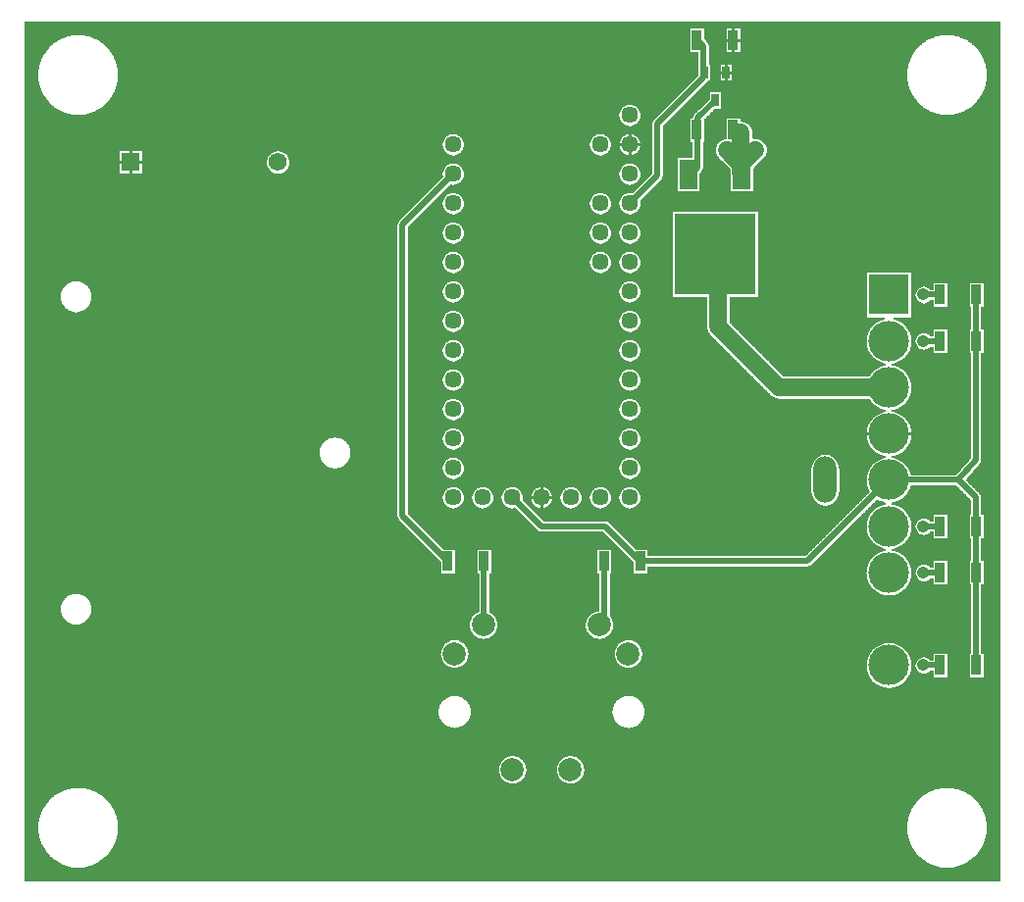
<source format=gbl>
%FSLAX33Y33*%
%MOMM*%
%AMRR-H4000000-W2000000-R1000000-RO0.000*
21,1,2.,2.,0.,0.,360*
1,1,2.,0.,1.*
1,1,2.,0.,1.*
1,1,2.,0.,-1.*
1,1,2.,-0.,-1.*%
%AMRect-W1566000-H1566000-RO1.500*
21,1,1.566,1.566,0.,0.,90*%
%AMRect-W599999-H1000000-RO1.000*
21,1,0.599999,1.,0.,0.,180*%
%AMRect-W820710-H1670710-RO1.000*
21,1,0.82071,1.67071,0.,0.,180*%
%ADD10C,0.0508*%
%ADD11C,0.508*%
%ADD12C,1.524*%
%ADD13C,1.0668*%
%ADD14R,3.5X3.5*%
%ADD15C,3.5*%
%ADD16RR-H4000000-W2000000-R1000000-RO0.000*%
%ADD17C,2.*%
%ADD18R,7.X7.*%
%ADD19R,1.5X2.5*%
%ADD20C,1.566*%
%ADD21Rect-W1566000-H1566000-RO1.500*%
%ADD22Rect-W599999-H1000000-RO1.000*%
%ADD23Rect-W820710-H1670710-RO1.000*%
%ADD24R,0.82071X1.67071*%
%ADD25C,1.45*%
%ADD26R,1.45X1.45*%
D10*
%LNpour fill*%
G01*
X84573Y74573D02*
X84573Y74573D01*
X0427Y74573*
X0427Y0427*
X84573Y0427*
X84573Y74573*
X62214Y73091D02*
X62214Y73091D01*
X62214Y74049*
X62199Y74064*
X61666Y74064*
X61651Y74049*
X61651Y73091*
X61666Y73076*
X62199Y73076*
X62214Y73091*
X61499Y73091D02*
X61499Y73091D01*
X61499Y74049*
X61484Y74064*
X60951Y74064*
X60936Y74049*
X60936Y73091*
X60951Y73076*
X61484Y73076*
X61499Y73091*
X62214Y71951D02*
X62214Y71951D01*
X62214Y72909*
X62199Y72924*
X61666Y72924*
X61651Y72909*
X61651Y71951*
X61666Y71936*
X62199Y71936*
X62214Y71951*
X61499Y71951D02*
X61499Y71951D01*
X61499Y72909*
X61484Y72924*
X60951Y72924*
X60936Y72909*
X60936Y71951*
X60951Y71936*
X61484Y71936*
X61499Y71951*
X61479Y70291D02*
X61479Y70291D01*
X61479Y70914*
X61464Y70929*
X61041Y70929*
X61026Y70914*
X61026Y70291*
X61041Y70276*
X61464Y70276*
X61479Y70291*
X60874Y70291D02*
X60874Y70291D01*
X60874Y70914*
X60859Y70929*
X60436Y70929*
X60421Y70914*
X60421Y70291*
X60436Y70276*
X60859Y70276*
X60874Y70291*
X61479Y69486D02*
X61479Y69486D01*
X61479Y70109*
X61464Y70124*
X61041Y70124*
X61026Y70109*
X61026Y69486*
X61041Y69471*
X61464Y69471*
X61479Y69486*
X60874Y69486D02*
X60874Y69486D01*
X60874Y70109*
X60859Y70124*
X60436Y70124*
X60421Y70109*
X60421Y69486*
X60436Y69471*
X60859Y69471*
X60874Y69486*
X80454Y66544D02*
X80454Y66544D01*
X80456Y66544*
X80901Y66633*
X80903Y66633*
X81333Y66779*
X81335Y66780*
X81742Y66981*
X81744Y66981*
X82121Y67234*
X82123Y67235*
X82464Y67534*
X82466Y67536*
X82765Y67877*
X82766Y67879*
X83019Y68256*
X83019Y68258*
X83220Y68665*
X83221Y68667*
X83367Y69097*
X83367Y69099*
X83456Y69544*
X83456Y69546*
X83486Y69999*
X83486Y70001*
X83456Y70454*
X83456Y70456*
X83367Y70901*
X83367Y70903*
X83221Y71333*
X83220Y71335*
X83019Y71742*
X83019Y71744*
X82766Y72121*
X82765Y72123*
X82466Y72464*
X82464Y72466*
X82123Y72765*
X82121Y72766*
X81744Y73019*
X81742Y73019*
X81335Y73220*
X81333Y73221*
X80903Y73367*
X80901Y73367*
X80456Y73456*
X80454Y73456*
X80001Y73486*
X79999Y73486*
X79546Y73456*
X79544Y73456*
X79099Y73367*
X79097Y73367*
X78667Y73221*
X78665Y73220*
X78258Y73019*
X78256Y73019*
X77879Y72766*
X77877Y72765*
X77536Y72466*
X77534Y72464*
X77235Y72123*
X77234Y72121*
X76981Y71744*
X76981Y71742*
X76780Y71335*
X76779Y71333*
X76633Y70903*
X76633Y70901*
X76544Y70456*
X76544Y70454*
X76514Y70001*
X76514Y69999*
X76544Y69546*
X76544Y69544*
X76633Y69099*
X76633Y69097*
X76779Y68667*
X76780Y68665*
X76981Y68258*
X76981Y68256*
X77234Y67879*
X77235Y67877*
X77534Y67536*
X77536Y67534*
X77877Y67235*
X77879Y67234*
X78256Y66981*
X78258Y66981*
X78665Y66780*
X78667Y66779*
X79097Y66633*
X79099Y66633*
X79544Y66544*
X79546Y66544*
X79999Y66514*
X80001Y66514*
X80454Y66544*
X5454Y66544D02*
X5454Y66544D01*
X5456Y66544*
X5901Y66633*
X5903Y66633*
X6333Y66779*
X6335Y66780*
X6742Y66981*
X6744Y66981*
X7121Y67234*
X7123Y67235*
X7464Y67534*
X7466Y67536*
X7765Y67877*
X7766Y67879*
X8019Y68256*
X8019Y68258*
X8220Y68665*
X8221Y68667*
X8367Y69097*
X8367Y69099*
X8456Y69544*
X8456Y69546*
X8486Y69999*
X8486Y70001*
X8456Y70454*
X8456Y70456*
X8367Y70901*
X8367Y70903*
X8221Y71333*
X8220Y71335*
X8019Y71742*
X8019Y71744*
X7766Y72121*
X7765Y72123*
X7466Y72464*
X7464Y72466*
X7123Y72765*
X7121Y72766*
X6744Y73019*
X6742Y73019*
X6335Y73220*
X6333Y73221*
X5903Y73367*
X5901Y73367*
X5456Y73456*
X5454Y73456*
X5001Y73486*
X4999Y73486*
X4546Y73456*
X4544Y73456*
X4099Y73367*
X4097Y73367*
X3667Y73221*
X3665Y73220*
X3258Y73019*
X3256Y73019*
X2879Y72766*
X2877Y72765*
X2536Y72466*
X2534Y72464*
X2235Y72123*
X2234Y72121*
X1981Y71744*
X1981Y71742*
X1780Y71335*
X1779Y71333*
X1633Y70903*
X1633Y70901*
X1544Y70456*
X1544Y70454*
X1514Y70001*
X1514Y69999*
X1544Y69546*
X1544Y69544*
X1633Y69099*
X1633Y69097*
X1779Y68667*
X1780Y68665*
X1981Y68258*
X1981Y68256*
X2234Y67879*
X2235Y67877*
X2534Y67536*
X2536Y67534*
X2877Y67235*
X2879Y67234*
X3256Y66981*
X3258Y66981*
X3665Y66780*
X3667Y66779*
X4097Y66633*
X4099Y66633*
X4544Y66544*
X4546Y66544*
X4999Y66514*
X5001Y66514*
X5454Y66544*
X52867Y65581D02*
X52867Y65581D01*
X52870Y65582*
X53099Y65676*
X53102Y65678*
X53299Y65829*
X53301Y65831*
X53452Y66028*
X53454Y66031*
X53548Y66260*
X53549Y66263*
X53582Y66508*
X53582Y66512*
X53549Y66757*
X53548Y66760*
X53454Y66989*
X53452Y66992*
X53301Y67189*
X53299Y67191*
X53102Y67342*
X53099Y67344*
X52870Y67438*
X52867Y67439*
X52622Y67472*
X52618Y67472*
X52373Y67439*
X52370Y67438*
X52141Y67344*
X52138Y67342*
X51941Y67191*
X51939Y67189*
X51788Y66992*
X51786Y66989*
X51692Y66760*
X51691Y66757*
X51658Y66512*
X51658Y66508*
X51691Y66263*
X51692Y66260*
X51786Y66031*
X51788Y66028*
X51939Y65831*
X51941Y65829*
X52138Y65678*
X52141Y65676*
X52370Y65582*
X52373Y65581*
X52618Y65548*
X52622Y65548*
X52867Y65581*
X53570Y64064D02*
X53570Y64064D01*
X53549Y64217*
X53548Y64220*
X53454Y64449*
X53452Y64452*
X53301Y64649*
X53299Y64651*
X53102Y64802*
X53099Y64804*
X52870Y64898*
X52867Y64899*
X52714Y64920*
X52696Y64904*
X52696Y64061*
X52711Y64046*
X53554Y64046*
X53570Y64064*
X52544Y64061D02*
X52544Y64061D01*
X52544Y64904*
X52526Y64920*
X52373Y64899*
X52370Y64898*
X52141Y64804*
X52138Y64802*
X51941Y64651*
X51939Y64649*
X51788Y64452*
X51786Y64449*
X51692Y64220*
X51691Y64217*
X51670Y64064*
X51686Y64046*
X52529Y64046*
X52544Y64061*
X52867Y63041D02*
X52867Y63041D01*
X52870Y63042*
X53099Y63136*
X53102Y63138*
X53299Y63289*
X53301Y63291*
X53452Y63488*
X53454Y63491*
X53548Y63720*
X53549Y63723*
X53570Y63876*
X53554Y63894*
X52711Y63894*
X52696Y63879*
X52696Y63036*
X52714Y63020*
X52867Y63041*
X52544Y63036D02*
X52544Y63036D01*
X52544Y63879*
X52529Y63894*
X51686Y63894*
X51670Y63876*
X51691Y63723*
X51692Y63720*
X51786Y63491*
X51788Y63488*
X51939Y63291*
X51941Y63289*
X52138Y63138*
X52141Y63136*
X52370Y63042*
X52373Y63041*
X52526Y63020*
X52544Y63036*
X50327Y63041D02*
X50327Y63041D01*
X50330Y63042*
X50559Y63136*
X50562Y63138*
X50759Y63289*
X50761Y63291*
X50912Y63488*
X50914Y63491*
X51008Y63720*
X51009Y63723*
X51042Y63968*
X51042Y63972*
X51009Y64217*
X51008Y64220*
X50914Y64449*
X50912Y64452*
X50761Y64649*
X50759Y64651*
X50562Y64802*
X50559Y64804*
X50330Y64898*
X50327Y64899*
X50082Y64932*
X50078Y64932*
X49833Y64899*
X49830Y64898*
X49601Y64804*
X49598Y64802*
X49401Y64651*
X49399Y64649*
X49248Y64452*
X49246Y64449*
X49152Y64220*
X49151Y64217*
X49118Y63972*
X49118Y63968*
X49151Y63723*
X49152Y63720*
X49246Y63491*
X49248Y63488*
X49399Y63291*
X49401Y63289*
X49598Y63138*
X49601Y63136*
X49830Y63042*
X49833Y63041*
X50078Y63008*
X50082Y63008*
X50327Y63041*
X37627Y63041D02*
X37627Y63041D01*
X37630Y63042*
X37859Y63136*
X37862Y63138*
X38059Y63289*
X38061Y63291*
X38212Y63488*
X38214Y63491*
X38308Y63720*
X38309Y63723*
X38342Y63968*
X38342Y63972*
X38309Y64217*
X38308Y64220*
X38214Y64449*
X38212Y64452*
X38061Y64649*
X38059Y64651*
X37862Y64802*
X37859Y64804*
X37630Y64898*
X37627Y64899*
X37382Y64932*
X37378Y64932*
X37133Y64899*
X37130Y64898*
X36901Y64804*
X36898Y64802*
X36701Y64651*
X36699Y64649*
X36548Y64452*
X36546Y64449*
X36452Y64220*
X36451Y64217*
X36418Y63972*
X36418Y63968*
X36451Y63723*
X36452Y63720*
X36546Y63491*
X36548Y63488*
X36699Y63291*
X36701Y63289*
X36898Y63138*
X36901Y63136*
X37130Y63042*
X37133Y63041*
X37378Y63008*
X37382Y63008*
X37627Y63041*
X10577Y62536D02*
X10577Y62536D01*
X10577Y63442*
X10562Y63457*
X9656Y63457*
X9641Y63442*
X9641Y62536*
X9656Y62521*
X10562Y62521*
X10577Y62536*
X9489Y62536D02*
X9489Y62536D01*
X9489Y63442*
X9474Y63457*
X8568Y63457*
X8553Y63442*
X8553Y62536*
X8568Y62521*
X9474Y62521*
X9489Y62536*
X10577Y61448D02*
X10577Y61448D01*
X10577Y62354*
X10562Y62369*
X9656Y62369*
X9641Y62354*
X9641Y61448*
X9656Y61433*
X10562Y61433*
X10577Y61448*
X9489Y61448D02*
X9489Y61448D01*
X9489Y62354*
X9474Y62369*
X8568Y62369*
X8553Y62354*
X8553Y61448*
X8568Y61433*
X9474Y61433*
X9489Y61448*
X22527Y61459D02*
X22527Y61459D01*
X22531Y61460*
X22774Y61561*
X22776Y61562*
X22985Y61722*
X22988Y61725*
X23148Y61934*
X23149Y61936*
X23250Y62179*
X23251Y62183*
X23285Y62443*
X23285Y62447*
X23251Y62707*
X23250Y62711*
X23149Y62954*
X23148Y62956*
X22988Y63165*
X22985Y63168*
X22776Y63328*
X22774Y63329*
X22531Y63430*
X22527Y63431*
X22267Y63465*
X22263Y63465*
X22003Y63431*
X21999Y63430*
X21756Y63329*
X21754Y63328*
X21545Y63168*
X21542Y63165*
X21382Y62956*
X21381Y62954*
X21280Y62711*
X21279Y62707*
X21245Y62447*
X21245Y62443*
X21279Y62183*
X21280Y62179*
X21381Y61936*
X21382Y61934*
X21542Y61725*
X21545Y61722*
X21754Y61562*
X21756Y61561*
X21999Y61460*
X22003Y61459*
X22263Y61425*
X22267Y61425*
X22527Y61459*
X52867Y60501D02*
X52867Y60501D01*
X52870Y60502*
X53099Y60596*
X53102Y60598*
X53299Y60749*
X53301Y60751*
X53452Y60948*
X53454Y60951*
X53548Y61180*
X53549Y61183*
X53582Y61428*
X53582Y61432*
X53549Y61677*
X53548Y61680*
X53454Y61909*
X53452Y61912*
X53301Y62109*
X53299Y62111*
X53102Y62262*
X53099Y62264*
X52870Y62358*
X52867Y62359*
X52622Y62392*
X52618Y62392*
X52373Y62359*
X52370Y62358*
X52141Y62264*
X52138Y62262*
X51941Y62111*
X51939Y62109*
X51788Y61912*
X51786Y61909*
X51692Y61680*
X51691Y61677*
X51658Y61432*
X51658Y61428*
X51691Y61183*
X51692Y61180*
X51786Y60951*
X51788Y60948*
X51939Y60751*
X51941Y60749*
X52138Y60598*
X52141Y60596*
X52370Y60502*
X52373Y60501*
X52618Y60468*
X52622Y60468*
X52867Y60501*
X37564Y26951D02*
X37564Y26951D01*
X37564Y29049*
X37549Y29064*
X36556Y29064*
X33492Y32129*
X33492Y56846*
X37144Y60499*
X37378Y60468*
X37382Y60468*
X37627Y60501*
X37630Y60502*
X37859Y60596*
X37862Y60598*
X38059Y60749*
X38061Y60751*
X38212Y60948*
X38214Y60951*
X38308Y61180*
X38309Y61183*
X38342Y61428*
X38342Y61432*
X38309Y61677*
X38308Y61680*
X38214Y61909*
X38212Y61912*
X38061Y62109*
X38059Y62111*
X37862Y62262*
X37859Y62264*
X37630Y62358*
X37627Y62359*
X37382Y62392*
X37378Y62392*
X37133Y62359*
X37130Y62358*
X36901Y62264*
X36898Y62262*
X36701Y62111*
X36699Y62109*
X36548Y61912*
X36546Y61909*
X36452Y61680*
X36451Y61677*
X36418Y61432*
X36418Y61428*
X36449Y61194*
X32652Y57397*
X32650Y57395*
X32547Y57240*
X32545Y57236*
X32509Y57054*
X32508Y57051*
X32508Y31924*
X32509Y31921*
X32545Y31739*
X32547Y31735*
X32650Y31580*
X32652Y31578*
X36286Y27944*
X36286Y26951*
X36301Y26936*
X37549Y26936*
X37564Y26951*
X63279Y59936D02*
X63279Y59936D01*
X63279Y61866*
X64207Y62794*
X64208Y62795*
X64364Y62999*
X64366Y63002*
X64464Y63240*
X64465Y63243*
X64499Y63498*
X64499Y63502*
X64465Y63757*
X64464Y63760*
X64366Y63998*
X64364Y64001*
X64208Y64205*
X64205Y64208*
X64001Y64364*
X63998Y64366*
X63760Y64464*
X63757Y64465*
X63502Y64499*
X63498Y64499*
X63358Y64481*
X63249Y64573*
X63249Y65001*
X63249Y65002*
X63215Y65257*
X63214Y65260*
X63116Y65498*
X63114Y65501*
X62958Y65705*
X62955Y65708*
X62751Y65864*
X62748Y65866*
X62510Y65964*
X62507Y65965*
X62261Y65998*
X62214Y66039*
X62214Y66299*
X62199Y66314*
X60951Y66314*
X60936Y66299*
X60936Y64491*
X60743Y64465*
X60740Y64464*
X60502Y64366*
X60499Y64364*
X60295Y64208*
X60292Y64205*
X60136Y64001*
X60134Y63998*
X60036Y63760*
X60035Y63757*
X60001Y63502*
X60001Y63498*
X60035Y63243*
X60036Y63240*
X60134Y63002*
X60136Y62999*
X60292Y62795*
X60293Y62794*
X61251Y61836*
X61251Y61499*
X61251Y61498*
X61285Y61243*
X61286Y61240*
X61321Y61153*
X61321Y59936*
X61336Y59921*
X63264Y59921*
X63279Y59936*
X58679Y59936D02*
X58679Y59936D01*
X58679Y61483*
X58848Y61653*
X58850Y61655*
X58953Y61810*
X58955Y61814*
X58991Y61996*
X58992Y61999*
X58992Y64186*
X59049Y64186*
X59064Y64201*
X59064Y66119*
X60017Y67071*
X60514Y67071*
X60529Y67086*
X60529Y68514*
X60514Y68529*
X59486Y68529*
X59471Y68514*
X59471Y67917*
X58152Y66597*
X58150Y66595*
X58047Y66440*
X58045Y66436*
X58021Y66314*
X57801Y66314*
X57786Y66299*
X57786Y64201*
X57801Y64186*
X58008Y64186*
X58008Y62879*
X56736Y62879*
X56721Y62864*
X56721Y59936*
X56736Y59921*
X58664Y59921*
X58679Y59936*
X52867Y57961D02*
X52867Y57961D01*
X52870Y57962*
X53099Y58056*
X53102Y58058*
X53299Y58209*
X53301Y58211*
X53452Y58408*
X53454Y58411*
X53548Y58640*
X53549Y58643*
X53582Y58888*
X53582Y58892*
X53553Y59108*
X55348Y60903*
X55350Y60905*
X55453Y61060*
X55455Y61064*
X55491Y61246*
X55492Y61249*
X55492Y65546*
X59348Y69403*
X59350Y69405*
X59394Y69471*
X59564Y69471*
X59579Y69486*
X59579Y70914*
X59564Y70929*
X59492Y70929*
X59492Y72501*
X59491Y72504*
X59455Y72686*
X59453Y72690*
X59350Y72845*
X59348Y72847*
X59064Y73131*
X59064Y74049*
X59049Y74064*
X57801Y74064*
X57786Y74049*
X57786Y71951*
X57801Y71936*
X58508Y71936*
X58508Y69954*
X54652Y66097*
X54650Y66095*
X54547Y65940*
X54545Y65936*
X54509Y65754*
X54508Y65751*
X54508Y61454*
X52872Y59818*
X52870Y59818*
X52867Y59819*
X52622Y59852*
X52618Y59852*
X52373Y59819*
X52370Y59818*
X52141Y59724*
X52138Y59722*
X51941Y59571*
X51939Y59569*
X51788Y59372*
X51786Y59369*
X51692Y59140*
X51691Y59137*
X51658Y58892*
X51658Y58888*
X51691Y58643*
X51692Y58640*
X51786Y58411*
X51788Y58408*
X51939Y58211*
X51941Y58209*
X52138Y58058*
X52141Y58056*
X52370Y57962*
X52373Y57961*
X52618Y57928*
X52622Y57928*
X52867Y57961*
X50327Y57961D02*
X50327Y57961D01*
X50330Y57962*
X50559Y58056*
X50562Y58058*
X50759Y58209*
X50761Y58211*
X50912Y58408*
X50914Y58411*
X51008Y58640*
X51009Y58643*
X51042Y58888*
X51042Y58892*
X51009Y59137*
X51008Y59140*
X50914Y59369*
X50912Y59372*
X50761Y59569*
X50759Y59571*
X50562Y59722*
X50559Y59724*
X50330Y59818*
X50327Y59819*
X50082Y59852*
X50078Y59852*
X49833Y59819*
X49830Y59818*
X49601Y59724*
X49598Y59722*
X49401Y59571*
X49399Y59569*
X49248Y59372*
X49246Y59369*
X49152Y59140*
X49151Y59137*
X49118Y58892*
X49118Y58888*
X49151Y58643*
X49152Y58640*
X49246Y58411*
X49248Y58408*
X49399Y58211*
X49401Y58209*
X49598Y58058*
X49601Y58056*
X49830Y57962*
X49833Y57961*
X50078Y57928*
X50082Y57928*
X50327Y57961*
X37627Y57961D02*
X37627Y57961D01*
X37630Y57962*
X37859Y58056*
X37862Y58058*
X38059Y58209*
X38061Y58211*
X38212Y58408*
X38214Y58411*
X38308Y58640*
X38309Y58643*
X38342Y58888*
X38342Y58892*
X38309Y59137*
X38308Y59140*
X38214Y59369*
X38212Y59372*
X38061Y59569*
X38059Y59571*
X37862Y59722*
X37859Y59724*
X37630Y59818*
X37627Y59819*
X37382Y59852*
X37378Y59852*
X37133Y59819*
X37130Y59818*
X36901Y59724*
X36898Y59722*
X36701Y59571*
X36699Y59569*
X36548Y59372*
X36546Y59369*
X36452Y59140*
X36451Y59137*
X36418Y58892*
X36418Y58888*
X36451Y58643*
X36452Y58640*
X36546Y58411*
X36548Y58408*
X36699Y58211*
X36701Y58209*
X36898Y58058*
X36901Y58056*
X37130Y57962*
X37133Y57961*
X37378Y57928*
X37382Y57928*
X37627Y57961*
X52867Y55421D02*
X52867Y55421D01*
X52870Y55422*
X53099Y55516*
X53102Y55518*
X53299Y55669*
X53301Y55671*
X53452Y55868*
X53454Y55871*
X53548Y56100*
X53549Y56103*
X53582Y56348*
X53582Y56352*
X53549Y56597*
X53548Y56600*
X53454Y56829*
X53452Y56832*
X53301Y57029*
X53299Y57031*
X53102Y57182*
X53099Y57184*
X52870Y57278*
X52867Y57279*
X52622Y57312*
X52618Y57312*
X52373Y57279*
X52370Y57278*
X52141Y57184*
X52138Y57182*
X51941Y57031*
X51939Y57029*
X51788Y56832*
X51786Y56829*
X51692Y56600*
X51691Y56597*
X51658Y56352*
X51658Y56348*
X51691Y56103*
X51692Y56100*
X51786Y55871*
X51788Y55868*
X51939Y55671*
X51941Y55669*
X52138Y55518*
X52141Y55516*
X52370Y55422*
X52373Y55421*
X52618Y55388*
X52622Y55388*
X52867Y55421*
X50327Y55421D02*
X50327Y55421D01*
X50330Y55422*
X50559Y55516*
X50562Y55518*
X50759Y55669*
X50761Y55671*
X50912Y55868*
X50914Y55871*
X51008Y56100*
X51009Y56103*
X51042Y56348*
X51042Y56352*
X51009Y56597*
X51008Y56600*
X50914Y56829*
X50912Y56832*
X50761Y57029*
X50759Y57031*
X50562Y57182*
X50559Y57184*
X50330Y57278*
X50327Y57279*
X50082Y57312*
X50078Y57312*
X49833Y57279*
X49830Y57278*
X49601Y57184*
X49598Y57182*
X49401Y57031*
X49399Y57029*
X49248Y56832*
X49246Y56829*
X49152Y56600*
X49151Y56597*
X49118Y56352*
X49118Y56348*
X49151Y56103*
X49152Y56100*
X49246Y55871*
X49248Y55868*
X49399Y55671*
X49401Y55669*
X49598Y55518*
X49601Y55516*
X49830Y55422*
X49833Y55421*
X50078Y55388*
X50082Y55388*
X50327Y55421*
X37627Y55421D02*
X37627Y55421D01*
X37630Y55422*
X37859Y55516*
X37862Y55518*
X38059Y55669*
X38061Y55671*
X38212Y55868*
X38214Y55871*
X38308Y56100*
X38309Y56103*
X38342Y56348*
X38342Y56352*
X38309Y56597*
X38308Y56600*
X38214Y56829*
X38212Y56832*
X38061Y57029*
X38059Y57031*
X37862Y57182*
X37859Y57184*
X37630Y57278*
X37627Y57279*
X37382Y57312*
X37378Y57312*
X37133Y57279*
X37130Y57278*
X36901Y57184*
X36898Y57182*
X36701Y57031*
X36699Y57029*
X36548Y56832*
X36546Y56829*
X36452Y56600*
X36451Y56597*
X36418Y56352*
X36418Y56348*
X36451Y56103*
X36452Y56100*
X36546Y55871*
X36548Y55868*
X36699Y55671*
X36701Y55669*
X36898Y55518*
X36901Y55516*
X37130Y55422*
X37133Y55421*
X37378Y55388*
X37382Y55388*
X37627Y55421*
X52867Y52881D02*
X52867Y52881D01*
X52870Y52882*
X53099Y52976*
X53102Y52978*
X53299Y53129*
X53301Y53131*
X53452Y53328*
X53454Y53331*
X53548Y53560*
X53549Y53563*
X53582Y53808*
X53582Y53812*
X53549Y54057*
X53548Y54060*
X53454Y54289*
X53452Y54292*
X53301Y54489*
X53299Y54491*
X53102Y54642*
X53099Y54644*
X52870Y54738*
X52867Y54739*
X52622Y54772*
X52618Y54772*
X52373Y54739*
X52370Y54738*
X52141Y54644*
X52138Y54642*
X51941Y54491*
X51939Y54489*
X51788Y54292*
X51786Y54289*
X51692Y54060*
X51691Y54057*
X51658Y53812*
X51658Y53808*
X51691Y53563*
X51692Y53560*
X51786Y53331*
X51788Y53328*
X51939Y53131*
X51941Y53129*
X52138Y52978*
X52141Y52976*
X52370Y52882*
X52373Y52881*
X52618Y52848*
X52622Y52848*
X52867Y52881*
X50327Y52881D02*
X50327Y52881D01*
X50330Y52882*
X50559Y52976*
X50562Y52978*
X50759Y53129*
X50761Y53131*
X50912Y53328*
X50914Y53331*
X51008Y53560*
X51009Y53563*
X51042Y53808*
X51042Y53812*
X51009Y54057*
X51008Y54060*
X50914Y54289*
X50912Y54292*
X50761Y54489*
X50759Y54491*
X50562Y54642*
X50559Y54644*
X50330Y54738*
X50327Y54739*
X50082Y54772*
X50078Y54772*
X49833Y54739*
X49830Y54738*
X49601Y54644*
X49598Y54642*
X49401Y54491*
X49399Y54489*
X49248Y54292*
X49246Y54289*
X49152Y54060*
X49151Y54057*
X49118Y53812*
X49118Y53808*
X49151Y53563*
X49152Y53560*
X49246Y53331*
X49248Y53328*
X49399Y53131*
X49401Y53129*
X49598Y52978*
X49601Y52976*
X49830Y52882*
X49833Y52881*
X50078Y52848*
X50082Y52848*
X50327Y52881*
X37627Y52881D02*
X37627Y52881D01*
X37630Y52882*
X37859Y52976*
X37862Y52978*
X38059Y53129*
X38061Y53131*
X38212Y53328*
X38214Y53331*
X38308Y53560*
X38309Y53563*
X38342Y53808*
X38342Y53812*
X38309Y54057*
X38308Y54060*
X38214Y54289*
X38212Y54292*
X38061Y54489*
X38059Y54491*
X37862Y54642*
X37859Y54644*
X37630Y54738*
X37627Y54739*
X37382Y54772*
X37378Y54772*
X37133Y54739*
X37130Y54738*
X36901Y54644*
X36898Y54642*
X36701Y54491*
X36699Y54489*
X36548Y54292*
X36546Y54289*
X36452Y54060*
X36451Y54057*
X36418Y53812*
X36418Y53808*
X36451Y53563*
X36452Y53560*
X36546Y53331*
X36548Y53328*
X36699Y53131*
X36701Y53129*
X36898Y52978*
X36901Y52976*
X37130Y52882*
X37133Y52881*
X37378Y52848*
X37382Y52848*
X37627Y52881*
X80064Y49951D02*
X80064Y49951D01*
X80064Y52049*
X80049Y52064*
X78801Y52064*
X78786Y52049*
X78786Y51492*
X78583Y51492*
X78544Y51542*
X78542Y51544*
X78386Y51665*
X78383Y51666*
X78200Y51742*
X78197Y51743*
X78002Y51768*
X77998Y51768*
X77803Y51743*
X77800Y51742*
X77617Y51666*
X77614Y51665*
X77458Y51544*
X77456Y51542*
X77335Y51386*
X77334Y51383*
X77258Y51200*
X77257Y51197*
X77232Y51002*
X77232Y50998*
X77257Y50803*
X77258Y50800*
X77334Y50617*
X77335Y50614*
X77456Y50458*
X77458Y50456*
X77614Y50335*
X77617Y50334*
X77800Y50258*
X77803Y50257*
X77998Y50232*
X78002Y50232*
X78197Y50257*
X78200Y50258*
X78383Y50334*
X78386Y50335*
X78542Y50456*
X78544Y50458*
X78583Y50508*
X78786Y50508*
X78786Y49951*
X78801Y49936*
X80049Y49936*
X80064Y49951*
X52867Y50341D02*
X52867Y50341D01*
X52870Y50342*
X53099Y50436*
X53102Y50438*
X53299Y50589*
X53301Y50591*
X53452Y50788*
X53454Y50791*
X53548Y51020*
X53549Y51023*
X53582Y51268*
X53582Y51272*
X53549Y51517*
X53548Y51520*
X53454Y51749*
X53452Y51752*
X53301Y51949*
X53299Y51951*
X53102Y52102*
X53099Y52104*
X52870Y52198*
X52867Y52199*
X52622Y52232*
X52618Y52232*
X52373Y52199*
X52370Y52198*
X52141Y52104*
X52138Y52102*
X51941Y51951*
X51939Y51949*
X51788Y51752*
X51786Y51749*
X51692Y51520*
X51691Y51517*
X51658Y51272*
X51658Y51268*
X51691Y51023*
X51692Y51020*
X51786Y50791*
X51788Y50788*
X51939Y50591*
X51941Y50589*
X52138Y50438*
X52141Y50436*
X52370Y50342*
X52373Y50341*
X52618Y50308*
X52622Y50308*
X52867Y50341*
X37627Y50341D02*
X37627Y50341D01*
X37630Y50342*
X37859Y50436*
X37862Y50438*
X38059Y50589*
X38061Y50591*
X38212Y50788*
X38214Y50791*
X38308Y51020*
X38309Y51023*
X38342Y51268*
X38342Y51272*
X38309Y51517*
X38308Y51520*
X38214Y51749*
X38212Y51752*
X38061Y51949*
X38059Y51951*
X37862Y52102*
X37859Y52104*
X37630Y52198*
X37627Y52199*
X37382Y52232*
X37378Y52232*
X37133Y52199*
X37130Y52198*
X36901Y52104*
X36898Y52102*
X36701Y51951*
X36699Y51949*
X36548Y51752*
X36546Y51749*
X36452Y51520*
X36451Y51517*
X36418Y51272*
X36418Y51268*
X36451Y51023*
X36452Y51020*
X36546Y50791*
X36548Y50788*
X36699Y50591*
X36701Y50589*
X36898Y50438*
X36901Y50436*
X37130Y50342*
X37133Y50341*
X37378Y50308*
X37382Y50308*
X37627Y50341*
X5093Y49491D02*
X5093Y49491D01*
X5095Y49492*
X5352Y49569*
X5354Y49570*
X5591Y49697*
X5593Y49698*
X5800Y49868*
X5802Y49870*
X5972Y50077*
X5973Y50079*
X6100Y50316*
X6101Y50318*
X6178Y50575*
X6179Y50577*
X6205Y50844*
X6205Y50846*
X6179Y51113*
X6178Y51115*
X6101Y51372*
X6100Y51374*
X5973Y51611*
X5972Y51613*
X5802Y51820*
X5800Y51822*
X5593Y51992*
X5591Y51993*
X5354Y52120*
X5352Y52121*
X5095Y52198*
X5093Y52199*
X4826Y52225*
X4824Y52225*
X4557Y52199*
X4555Y52198*
X4298Y52121*
X4296Y52120*
X4059Y51993*
X4057Y51992*
X3850Y51822*
X3848Y51820*
X3678Y51613*
X3677Y51611*
X3550Y51374*
X3549Y51372*
X3472Y51115*
X3471Y51113*
X3445Y50846*
X3445Y50844*
X3471Y50577*
X3472Y50575*
X3549Y50318*
X3550Y50316*
X3677Y50079*
X3678Y50077*
X3848Y49870*
X3850Y49868*
X4057Y49698*
X4059Y49697*
X4296Y49570*
X4298Y49569*
X4555Y49492*
X4557Y49491*
X4824Y49465*
X4826Y49465*
X5093Y49491*
X52867Y47801D02*
X52867Y47801D01*
X52870Y47802*
X53099Y47896*
X53102Y47898*
X53299Y48049*
X53301Y48051*
X53452Y48248*
X53454Y48251*
X53548Y48480*
X53549Y48483*
X53582Y48728*
X53582Y48732*
X53549Y48977*
X53548Y48980*
X53454Y49209*
X53452Y49212*
X53301Y49409*
X53299Y49411*
X53102Y49562*
X53099Y49564*
X52870Y49658*
X52867Y49659*
X52622Y49692*
X52618Y49692*
X52373Y49659*
X52370Y49658*
X52141Y49564*
X52138Y49562*
X51941Y49411*
X51939Y49409*
X51788Y49212*
X51786Y49209*
X51692Y48980*
X51691Y48977*
X51658Y48732*
X51658Y48728*
X51691Y48483*
X51692Y48480*
X51786Y48251*
X51788Y48248*
X51939Y48051*
X51941Y48049*
X52138Y47898*
X52141Y47896*
X52370Y47802*
X52373Y47801*
X52618Y47768*
X52622Y47768*
X52867Y47801*
X37627Y47801D02*
X37627Y47801D01*
X37630Y47802*
X37859Y47896*
X37862Y47898*
X38059Y48049*
X38061Y48051*
X38212Y48248*
X38214Y48251*
X38308Y48480*
X38309Y48483*
X38342Y48728*
X38342Y48732*
X38309Y48977*
X38308Y48980*
X38214Y49209*
X38212Y49212*
X38061Y49409*
X38059Y49411*
X37862Y49562*
X37859Y49564*
X37630Y49658*
X37627Y49659*
X37382Y49692*
X37378Y49692*
X37133Y49659*
X37130Y49658*
X36901Y49564*
X36898Y49562*
X36701Y49411*
X36699Y49409*
X36548Y49212*
X36546Y49209*
X36452Y48980*
X36451Y48977*
X36418Y48732*
X36418Y48728*
X36451Y48483*
X36452Y48480*
X36546Y48251*
X36548Y48248*
X36699Y48051*
X36701Y48049*
X36898Y47898*
X36901Y47896*
X37130Y47802*
X37133Y47801*
X37378Y47768*
X37382Y47768*
X37627Y47801*
X80064Y45951D02*
X80064Y45951D01*
X80064Y48049*
X80049Y48064*
X78801Y48064*
X78786Y48049*
X78786Y47492*
X78583Y47492*
X78544Y47542*
X78542Y47544*
X78386Y47665*
X78383Y47666*
X78200Y47742*
X78197Y47743*
X78002Y47768*
X77998Y47768*
X77803Y47743*
X77800Y47742*
X77617Y47666*
X77614Y47665*
X77458Y47544*
X77456Y47542*
X77335Y47386*
X77334Y47383*
X77258Y47200*
X77257Y47197*
X77232Y47002*
X77232Y46998*
X77257Y46803*
X77258Y46800*
X77334Y46617*
X77335Y46614*
X77456Y46458*
X77458Y46456*
X77614Y46335*
X77617Y46334*
X77800Y46258*
X77803Y46257*
X77998Y46232*
X78002Y46232*
X78197Y46257*
X78200Y46258*
X78383Y46334*
X78386Y46335*
X78542Y46456*
X78544Y46458*
X78583Y46508*
X78786Y46508*
X78786Y45951*
X78801Y45936*
X80049Y45936*
X80064Y45951*
X52867Y45261D02*
X52867Y45261D01*
X52870Y45262*
X53099Y45356*
X53102Y45358*
X53299Y45509*
X53301Y45511*
X53452Y45708*
X53454Y45711*
X53548Y45940*
X53549Y45943*
X53582Y46188*
X53582Y46192*
X53549Y46437*
X53548Y46440*
X53454Y46669*
X53452Y46672*
X53301Y46869*
X53299Y46871*
X53102Y47022*
X53099Y47024*
X52870Y47118*
X52867Y47119*
X52622Y47152*
X52618Y47152*
X52373Y47119*
X52370Y47118*
X52141Y47024*
X52138Y47022*
X51941Y46871*
X51939Y46869*
X51788Y46672*
X51786Y46669*
X51692Y46440*
X51691Y46437*
X51658Y46192*
X51658Y46188*
X51691Y45943*
X51692Y45940*
X51786Y45711*
X51788Y45708*
X51939Y45511*
X51941Y45509*
X52138Y45358*
X52141Y45356*
X52370Y45262*
X52373Y45261*
X52618Y45228*
X52622Y45228*
X52867Y45261*
X37627Y45261D02*
X37627Y45261D01*
X37630Y45262*
X37859Y45356*
X37862Y45358*
X38059Y45509*
X38061Y45511*
X38212Y45708*
X38214Y45711*
X38308Y45940*
X38309Y45943*
X38342Y46188*
X38342Y46192*
X38309Y46437*
X38308Y46440*
X38214Y46669*
X38212Y46672*
X38061Y46869*
X38059Y46871*
X37862Y47022*
X37859Y47024*
X37630Y47118*
X37627Y47119*
X37382Y47152*
X37378Y47152*
X37133Y47119*
X37130Y47118*
X36901Y47024*
X36898Y47022*
X36701Y46871*
X36699Y46869*
X36548Y46672*
X36546Y46669*
X36452Y46440*
X36451Y46437*
X36418Y46192*
X36418Y46188*
X36451Y45943*
X36452Y45940*
X36546Y45711*
X36548Y45708*
X36699Y45511*
X36701Y45509*
X36898Y45358*
X36901Y45356*
X37130Y45262*
X37133Y45261*
X37378Y45228*
X37382Y45228*
X37627Y45261*
X52867Y42721D02*
X52867Y42721D01*
X52870Y42722*
X53099Y42816*
X53102Y42818*
X53299Y42969*
X53301Y42971*
X53452Y43168*
X53454Y43171*
X53548Y43400*
X53549Y43403*
X53582Y43648*
X53582Y43652*
X53549Y43897*
X53548Y43900*
X53454Y44129*
X53452Y44132*
X53301Y44329*
X53299Y44331*
X53102Y44482*
X53099Y44484*
X52870Y44578*
X52867Y44579*
X52622Y44612*
X52618Y44612*
X52373Y44579*
X52370Y44578*
X52141Y44484*
X52138Y44482*
X51941Y44331*
X51939Y44329*
X51788Y44132*
X51786Y44129*
X51692Y43900*
X51691Y43897*
X51658Y43652*
X51658Y43648*
X51691Y43403*
X51692Y43400*
X51786Y43171*
X51788Y43168*
X51939Y42971*
X51941Y42969*
X52138Y42818*
X52141Y42816*
X52370Y42722*
X52373Y42721*
X52618Y42688*
X52622Y42688*
X52867Y42721*
X37627Y42721D02*
X37627Y42721D01*
X37630Y42722*
X37859Y42816*
X37862Y42818*
X38059Y42969*
X38061Y42971*
X38212Y43168*
X38214Y43171*
X38308Y43400*
X38309Y43403*
X38342Y43648*
X38342Y43652*
X38309Y43897*
X38308Y43900*
X38214Y44129*
X38212Y44132*
X38061Y44329*
X38059Y44331*
X37862Y44482*
X37859Y44484*
X37630Y44578*
X37627Y44579*
X37382Y44612*
X37378Y44612*
X37133Y44579*
X37130Y44578*
X36901Y44484*
X36898Y44482*
X36701Y44331*
X36699Y44329*
X36548Y44132*
X36546Y44129*
X36452Y43900*
X36451Y43897*
X36418Y43652*
X36418Y43648*
X36451Y43403*
X36452Y43400*
X36546Y43171*
X36548Y43168*
X36699Y42971*
X36701Y42969*
X36898Y42818*
X36901Y42816*
X37130Y42722*
X37133Y42721*
X37378Y42688*
X37382Y42688*
X37627Y42721*
X52867Y40181D02*
X52867Y40181D01*
X52870Y40182*
X53099Y40276*
X53102Y40278*
X53299Y40429*
X53301Y40431*
X53452Y40628*
X53454Y40631*
X53548Y40860*
X53549Y40863*
X53582Y41108*
X53582Y41112*
X53549Y41357*
X53548Y41360*
X53454Y41589*
X53452Y41592*
X53301Y41789*
X53299Y41791*
X53102Y41942*
X53099Y41944*
X52870Y42038*
X52867Y42039*
X52622Y42072*
X52618Y42072*
X52373Y42039*
X52370Y42038*
X52141Y41944*
X52138Y41942*
X51941Y41791*
X51939Y41789*
X51788Y41592*
X51786Y41589*
X51692Y41360*
X51691Y41357*
X51658Y41112*
X51658Y41108*
X51691Y40863*
X51692Y40860*
X51786Y40631*
X51788Y40628*
X51939Y40431*
X51941Y40429*
X52138Y40278*
X52141Y40276*
X52370Y40182*
X52373Y40181*
X52618Y40148*
X52622Y40148*
X52867Y40181*
X37627Y40181D02*
X37627Y40181D01*
X37630Y40182*
X37859Y40276*
X37862Y40278*
X38059Y40429*
X38061Y40431*
X38212Y40628*
X38214Y40631*
X38308Y40860*
X38309Y40863*
X38342Y41108*
X38342Y41112*
X38309Y41357*
X38308Y41360*
X38214Y41589*
X38212Y41592*
X38061Y41789*
X38059Y41791*
X37862Y41942*
X37859Y41944*
X37630Y42038*
X37627Y42039*
X37382Y42072*
X37378Y42072*
X37133Y42039*
X37130Y42038*
X36901Y41944*
X36898Y41942*
X36701Y41791*
X36699Y41789*
X36548Y41592*
X36546Y41589*
X36452Y41360*
X36451Y41357*
X36418Y41112*
X36418Y41108*
X36451Y40863*
X36452Y40860*
X36546Y40631*
X36548Y40628*
X36699Y40431*
X36701Y40429*
X36898Y40278*
X36901Y40276*
X37130Y40182*
X37133Y40181*
X37378Y40148*
X37382Y40148*
X37627Y40181*
X76979Y39093D02*
X76979Y39093D01*
X76950Y39387*
X76950Y39389*
X76837Y39760*
X76836Y39762*
X76654Y40103*
X76652Y40106*
X76407Y40405*
X76405Y40407*
X76106Y40652*
X76103Y40654*
X75762Y40836*
X75760Y40837*
X75389Y40950*
X75387Y40950*
X75294Y40959*
X75294Y41041*
X75387Y41050*
X75389Y41050*
X75760Y41163*
X75762Y41164*
X76103Y41346*
X76106Y41348*
X76405Y41593*
X76407Y41595*
X76652Y41894*
X76654Y41897*
X76836Y42238*
X76837Y42240*
X76950Y42611*
X76950Y42613*
X76988Y42999*
X76988Y43001*
X76950Y43387*
X76950Y43389*
X76837Y43760*
X76836Y43762*
X76654Y44103*
X76652Y44106*
X76407Y44405*
X76405Y44407*
X76106Y44652*
X76103Y44654*
X75762Y44836*
X75760Y44837*
X75389Y44950*
X75387Y44950*
X75294Y44959*
X75294Y45041*
X75387Y45050*
X75389Y45050*
X75760Y45163*
X75762Y45164*
X76103Y45346*
X76106Y45348*
X76405Y45593*
X76407Y45595*
X76652Y45894*
X76654Y45897*
X76836Y46238*
X76837Y46240*
X76950Y46611*
X76950Y46613*
X76988Y46999*
X76988Y47001*
X76950Y47387*
X76950Y47389*
X76837Y47760*
X76836Y47762*
X76654Y48103*
X76652Y48106*
X76407Y48405*
X76405Y48407*
X76106Y48652*
X76103Y48654*
X75762Y48836*
X75760Y48837*
X75412Y48943*
X75425Y49021*
X76964Y49021*
X76979Y49036*
X76979Y52964*
X76964Y52979*
X73036Y52979*
X73021Y52964*
X73021Y49036*
X73036Y49021*
X74575Y49021*
X74588Y48943*
X74240Y48837*
X74238Y48836*
X73897Y48654*
X73894Y48652*
X73595Y48407*
X73593Y48405*
X73348Y48106*
X73346Y48103*
X73164Y47762*
X73163Y47760*
X73050Y47389*
X73050Y47387*
X73012Y47001*
X73012Y46999*
X73050Y46613*
X73050Y46611*
X73163Y46240*
X73164Y46238*
X73346Y45897*
X73348Y45894*
X73593Y45595*
X73595Y45593*
X73894Y45348*
X73897Y45346*
X74238Y45164*
X74240Y45163*
X74611Y45050*
X74613Y45050*
X74706Y45041*
X74706Y44959*
X74613Y44950*
X74611Y44950*
X74240Y44837*
X74238Y44836*
X73897Y44654*
X73894Y44652*
X73595Y44407*
X73593Y44405*
X73348Y44106*
X73346Y44103*
X73290Y43999*
X65914Y43999*
X61249Y48664*
X61249Y50771*
X63714Y50771*
X63729Y50786*
X63729Y58214*
X63714Y58229*
X56286Y58229*
X56271Y58214*
X56271Y50786*
X56286Y50771*
X59251Y50771*
X59251Y48249*
X59251Y48248*
X59285Y47993*
X59286Y47990*
X59384Y47752*
X59386Y47749*
X59542Y47545*
X59543Y47544*
X64794Y42293*
X64795Y42292*
X64999Y42136*
X65002Y42134*
X65240Y42036*
X65243Y42035*
X65498Y42001*
X65499Y42001*
X73290Y42001*
X73346Y41897*
X73348Y41894*
X73593Y41595*
X73595Y41593*
X73894Y41348*
X73897Y41346*
X74238Y41164*
X74240Y41163*
X74611Y41050*
X74613Y41050*
X74706Y41041*
X74706Y40959*
X74613Y40950*
X74611Y40950*
X74240Y40837*
X74238Y40836*
X73897Y40654*
X73894Y40652*
X73595Y40407*
X73593Y40405*
X73348Y40106*
X73346Y40103*
X73164Y39762*
X73163Y39760*
X73050Y39389*
X73050Y39387*
X73021Y39093*
X73036Y39076*
X76964Y39076*
X76979Y39093*
X52867Y37641D02*
X52867Y37641D01*
X52870Y37642*
X53099Y37736*
X53102Y37738*
X53299Y37889*
X53301Y37891*
X53452Y38088*
X53454Y38091*
X53548Y38320*
X53549Y38323*
X53582Y38568*
X53582Y38572*
X53549Y38817*
X53548Y38820*
X53454Y39049*
X53452Y39052*
X53301Y39249*
X53299Y39251*
X53102Y39402*
X53099Y39404*
X52870Y39498*
X52867Y39499*
X52622Y39532*
X52618Y39532*
X52373Y39499*
X52370Y39498*
X52141Y39404*
X52138Y39402*
X51941Y39251*
X51939Y39249*
X51788Y39052*
X51786Y39049*
X51692Y38820*
X51691Y38817*
X51658Y38572*
X51658Y38568*
X51691Y38323*
X51692Y38320*
X51786Y38091*
X51788Y38088*
X51939Y37891*
X51941Y37889*
X52138Y37738*
X52141Y37736*
X52370Y37642*
X52373Y37641*
X52618Y37608*
X52622Y37608*
X52867Y37641*
X37627Y37641D02*
X37627Y37641D01*
X37630Y37642*
X37859Y37736*
X37862Y37738*
X38059Y37889*
X38061Y37891*
X38212Y38088*
X38214Y38091*
X38308Y38320*
X38309Y38323*
X38342Y38568*
X38342Y38572*
X38309Y38817*
X38308Y38820*
X38214Y39049*
X38212Y39052*
X38061Y39249*
X38059Y39251*
X37862Y39402*
X37859Y39404*
X37630Y39498*
X37627Y39499*
X37382Y39532*
X37378Y39532*
X37133Y39499*
X37130Y39498*
X36901Y39404*
X36898Y39402*
X36701Y39251*
X36699Y39249*
X36548Y39052*
X36546Y39049*
X36452Y38820*
X36451Y38817*
X36418Y38572*
X36418Y38568*
X36451Y38323*
X36452Y38320*
X36546Y38091*
X36548Y38088*
X36699Y37891*
X36701Y37889*
X36898Y37738*
X36901Y37736*
X37130Y37642*
X37133Y37641*
X37378Y37608*
X37382Y37608*
X37627Y37641*
X27443Y36011D02*
X27443Y36011D01*
X27445Y36012*
X27702Y36089*
X27704Y36090*
X27941Y36217*
X27943Y36218*
X28150Y36388*
X28152Y36390*
X28322Y36597*
X28323Y36599*
X28450Y36836*
X28451Y36838*
X28528Y37095*
X28529Y37097*
X28555Y37364*
X28555Y37366*
X28529Y37633*
X28528Y37635*
X28451Y37892*
X28450Y37894*
X28323Y38131*
X28322Y38133*
X28152Y38340*
X28150Y38342*
X27943Y38512*
X27941Y38513*
X27704Y38640*
X27702Y38641*
X27445Y38718*
X27443Y38719*
X27176Y38745*
X27174Y38745*
X26907Y38719*
X26905Y38718*
X26648Y38641*
X26646Y38640*
X26409Y38513*
X26407Y38512*
X26200Y38342*
X26198Y38340*
X26028Y38133*
X26027Y38131*
X25900Y37894*
X25899Y37892*
X25822Y37635*
X25821Y37633*
X25795Y37366*
X25795Y37364*
X25821Y37097*
X25822Y37095*
X25899Y36838*
X25900Y36836*
X26027Y36599*
X26028Y36597*
X26198Y36390*
X26200Y36388*
X26407Y36218*
X26409Y36217*
X26646Y36090*
X26648Y36089*
X26905Y36012*
X26907Y36011*
X27174Y35985*
X27176Y35985*
X27443Y36011*
X83214Y17951D02*
X83214Y17951D01*
X83214Y20049*
X83199Y20064*
X82992Y20064*
X82992Y25936*
X83199Y25936*
X83214Y25951*
X83214Y28049*
X83199Y28064*
X82992Y28064*
X82992Y29936*
X83199Y29936*
X83214Y29951*
X83214Y32049*
X83199Y32064*
X82992Y32064*
X82992Y33501*
X82991Y33504*
X82955Y33686*
X82953Y33690*
X82850Y33845*
X82848Y33847*
X81669Y35026*
X82874Y36431*
X82875Y36433*
X82912Y36497*
X82953Y36560*
X82955Y36564*
X82958Y36580*
X82966Y36595*
X82968Y36600*
X82977Y36674*
X82991Y36746*
X82992Y36749*
X82992Y45936*
X83199Y45936*
X83214Y45951*
X83214Y48049*
X83199Y48064*
X82992Y48064*
X82992Y49936*
X83199Y49936*
X83214Y49951*
X83214Y52049*
X83199Y52064*
X81951Y52064*
X81936Y52049*
X81936Y49951*
X81951Y49936*
X82008Y49936*
X82008Y48064*
X81951Y48064*
X81936Y48049*
X81936Y45951*
X81951Y45936*
X82008Y45936*
X82008Y36932*
X80774Y35492*
X76919Y35492*
X76837Y35760*
X76836Y35762*
X76654Y36103*
X76652Y36106*
X76407Y36405*
X76405Y36407*
X76106Y36652*
X76103Y36654*
X75762Y36836*
X75760Y36837*
X75389Y36950*
X75387Y36950*
X75294Y36959*
X75294Y37041*
X75387Y37050*
X75389Y37050*
X75760Y37163*
X75762Y37164*
X76103Y37346*
X76106Y37348*
X76405Y37593*
X76407Y37595*
X76652Y37894*
X76654Y37897*
X76836Y38238*
X76837Y38240*
X76950Y38611*
X76950Y38613*
X76979Y38907*
X76964Y38924*
X73036Y38924*
X73021Y38907*
X73050Y38613*
X73050Y38611*
X73163Y38240*
X73164Y38238*
X73346Y37897*
X73348Y37894*
X73593Y37595*
X73595Y37593*
X73894Y37348*
X73897Y37346*
X74238Y37164*
X74240Y37163*
X74611Y37050*
X74613Y37050*
X74706Y37041*
X74706Y36959*
X74613Y36950*
X74611Y36950*
X74240Y36837*
X74238Y36836*
X73897Y36654*
X73894Y36652*
X73595Y36407*
X73593Y36405*
X73348Y36106*
X73346Y36103*
X73164Y35762*
X73163Y35760*
X73050Y35389*
X73050Y35387*
X73012Y35001*
X73012Y34999*
X73050Y34613*
X73050Y34611*
X73163Y34240*
X73164Y34238*
X73296Y33991*
X67796Y28492*
X54214Y28492*
X54214Y29049*
X54199Y29064*
X53131Y29064*
X50847Y31348*
X50845Y31350*
X50690Y31453*
X50686Y31455*
X50504Y31491*
X50501Y31492*
X45204Y31492*
X43397Y33299*
X43422Y33488*
X43422Y33492*
X43389Y33737*
X43388Y33740*
X43294Y33969*
X43292Y33972*
X43141Y34169*
X43139Y34171*
X42942Y34322*
X42939Y34324*
X42710Y34418*
X42707Y34419*
X42462Y34452*
X42458Y34452*
X42213Y34419*
X42210Y34418*
X41981Y34324*
X41978Y34322*
X41781Y34171*
X41779Y34169*
X41628Y33972*
X41626Y33969*
X41532Y33740*
X41531Y33737*
X41498Y33492*
X41498Y33488*
X41531Y33243*
X41532Y33240*
X41626Y33011*
X41628Y33008*
X41779Y32811*
X41781Y32809*
X41978Y32658*
X41981Y32656*
X42210Y32562*
X42213Y32561*
X42458Y32528*
X42462Y32528*
X42707Y32561*
X42710Y32562*
X42734Y32571*
X44653Y30652*
X44655Y30650*
X44810Y30547*
X44814Y30545*
X44996Y30509*
X44999Y30508*
X50296Y30508*
X52936Y27869*
X52936Y26951*
X52951Y26936*
X54199Y26936*
X54214Y26951*
X54214Y27508*
X68001Y27508*
X68004Y27509*
X68186Y27545*
X68190Y27547*
X68345Y27650*
X68347Y27652*
X73991Y33296*
X74238Y33164*
X74240Y33163*
X74611Y33050*
X74613Y33050*
X74706Y33041*
X74706Y32959*
X74613Y32950*
X74611Y32950*
X74240Y32837*
X74238Y32836*
X73897Y32654*
X73894Y32652*
X73595Y32407*
X73593Y32405*
X73348Y32106*
X73346Y32103*
X73164Y31762*
X73163Y31760*
X73050Y31389*
X73050Y31387*
X73012Y31001*
X73012Y30999*
X73050Y30613*
X73050Y30611*
X73163Y30240*
X73164Y30238*
X73346Y29897*
X73348Y29894*
X73593Y29595*
X73595Y29593*
X73894Y29348*
X73897Y29346*
X74238Y29164*
X74240Y29163*
X74611Y29050*
X74613Y29050*
X74706Y29041*
X74706Y28959*
X74613Y28950*
X74611Y28950*
X74240Y28837*
X74238Y28836*
X73897Y28654*
X73894Y28652*
X73595Y28407*
X73593Y28405*
X73348Y28106*
X73346Y28103*
X73164Y27762*
X73163Y27760*
X73050Y27389*
X73050Y27387*
X73012Y27001*
X73012Y26999*
X73050Y26613*
X73050Y26611*
X73163Y26240*
X73164Y26238*
X73346Y25897*
X73348Y25894*
X73593Y25595*
X73595Y25593*
X73894Y25348*
X73897Y25346*
X74238Y25164*
X74240Y25163*
X74611Y25050*
X74613Y25050*
X74999Y25012*
X75001Y25012*
X75387Y25050*
X75389Y25050*
X75760Y25163*
X75762Y25164*
X76103Y25346*
X76106Y25348*
X76405Y25593*
X76407Y25595*
X76652Y25894*
X76654Y25897*
X76836Y26238*
X76837Y26240*
X76950Y26611*
X76950Y26613*
X76988Y26999*
X76988Y27001*
X76950Y27387*
X76950Y27389*
X76837Y27760*
X76836Y27762*
X76654Y28103*
X76652Y28106*
X76407Y28405*
X76405Y28407*
X76106Y28652*
X76103Y28654*
X75762Y28836*
X75760Y28837*
X75389Y28950*
X75387Y28950*
X75294Y28959*
X75294Y29041*
X75387Y29050*
X75389Y29050*
X75760Y29163*
X75762Y29164*
X76103Y29346*
X76106Y29348*
X76405Y29593*
X76407Y29595*
X76652Y29894*
X76654Y29897*
X76836Y30238*
X76837Y30240*
X76950Y30611*
X76950Y30613*
X76988Y30999*
X76988Y31001*
X76950Y31387*
X76950Y31389*
X76837Y31760*
X76836Y31762*
X76654Y32103*
X76652Y32106*
X76407Y32405*
X76405Y32407*
X76106Y32652*
X76103Y32654*
X75762Y32836*
X75760Y32837*
X75389Y32950*
X75387Y32950*
X75294Y32959*
X75294Y33041*
X75387Y33050*
X75389Y33050*
X75760Y33163*
X75762Y33164*
X76103Y33346*
X76106Y33348*
X76405Y33593*
X76407Y33595*
X76652Y33894*
X76654Y33897*
X76836Y34238*
X76837Y34240*
X76919Y34508*
X80796Y34508*
X82008Y33296*
X82008Y32064*
X81951Y32064*
X81936Y32049*
X81936Y29951*
X81951Y29936*
X82008Y29936*
X82008Y28064*
X81951Y28064*
X81936Y28049*
X81936Y25951*
X81951Y25936*
X82008Y25936*
X82008Y20064*
X81951Y20064*
X81936Y20049*
X81936Y17951*
X81951Y17936*
X83199Y17936*
X83214Y17951*
X52867Y35101D02*
X52867Y35101D01*
X52870Y35102*
X53099Y35196*
X53102Y35198*
X53299Y35349*
X53301Y35351*
X53452Y35548*
X53454Y35551*
X53548Y35780*
X53549Y35783*
X53582Y36028*
X53582Y36032*
X53549Y36277*
X53548Y36280*
X53454Y36509*
X53452Y36512*
X53301Y36709*
X53299Y36711*
X53102Y36862*
X53099Y36864*
X52870Y36958*
X52867Y36959*
X52622Y36992*
X52618Y36992*
X52373Y36959*
X52370Y36958*
X52141Y36864*
X52138Y36862*
X51941Y36711*
X51939Y36709*
X51788Y36512*
X51786Y36509*
X51692Y36280*
X51691Y36277*
X51658Y36032*
X51658Y36028*
X51691Y35783*
X51692Y35780*
X51786Y35551*
X51788Y35548*
X51939Y35351*
X51941Y35349*
X52138Y35198*
X52141Y35196*
X52370Y35102*
X52373Y35101*
X52618Y35068*
X52622Y35068*
X52867Y35101*
X37627Y35101D02*
X37627Y35101D01*
X37630Y35102*
X37859Y35196*
X37862Y35198*
X38059Y35349*
X38061Y35351*
X38212Y35548*
X38214Y35551*
X38308Y35780*
X38309Y35783*
X38342Y36028*
X38342Y36032*
X38309Y36277*
X38308Y36280*
X38214Y36509*
X38212Y36512*
X38061Y36709*
X38059Y36711*
X37862Y36862*
X37859Y36864*
X37630Y36958*
X37627Y36959*
X37382Y36992*
X37378Y36992*
X37133Y36959*
X37130Y36958*
X36901Y36864*
X36898Y36862*
X36701Y36711*
X36699Y36709*
X36548Y36512*
X36546Y36509*
X36452Y36280*
X36451Y36277*
X36418Y36032*
X36418Y36028*
X36451Y35783*
X36452Y35780*
X36546Y35551*
X36548Y35548*
X36699Y35351*
X36701Y35349*
X36898Y35198*
X36901Y35196*
X37130Y35102*
X37133Y35101*
X37378Y35068*
X37382Y35068*
X37627Y35101*
X45950Y33584D02*
X45950Y33584D01*
X45929Y33737*
X45928Y33740*
X45834Y33969*
X45832Y33972*
X45681Y34169*
X45679Y34171*
X45482Y34322*
X45479Y34324*
X45250Y34418*
X45247Y34419*
X45094Y34440*
X45076Y34424*
X45076Y33581*
X45091Y33566*
X45934Y33566*
X45950Y33584*
X44924Y33581D02*
X44924Y33581D01*
X44924Y34424*
X44906Y34440*
X44753Y34419*
X44750Y34418*
X44521Y34324*
X44518Y34322*
X44321Y34171*
X44319Y34169*
X44168Y33972*
X44166Y33969*
X44072Y33740*
X44071Y33737*
X44050Y33584*
X44066Y33566*
X44909Y33566*
X44924Y33581*
X69740Y32789D02*
X69740Y32789D01*
X69742Y32790*
X69971Y32859*
X69974Y32860*
X70185Y32973*
X70187Y32974*
X70372Y33126*
X70374Y33128*
X70526Y33313*
X70527Y33315*
X70640Y33526*
X70641Y33529*
X70710Y33758*
X70711Y33760*
X70734Y33998*
X70734Y33999*
X70734Y36001*
X70734Y36002*
X70711Y36240*
X70710Y36242*
X70641Y36471*
X70640Y36474*
X70527Y36685*
X70526Y36687*
X70374Y36872*
X70372Y36874*
X70187Y37026*
X70185Y37027*
X69974Y37140*
X69971Y37141*
X69742Y37210*
X69740Y37211*
X69501Y37234*
X69499Y37234*
X69260Y37211*
X69258Y37210*
X69029Y37141*
X69026Y37140*
X68815Y37027*
X68813Y37026*
X68628Y36874*
X68626Y36872*
X68474Y36687*
X68473Y36685*
X68360Y36474*
X68359Y36471*
X68290Y36242*
X68289Y36240*
X68266Y36002*
X68266Y36001*
X68266Y33999*
X68266Y33998*
X68289Y33760*
X68290Y33758*
X68359Y33529*
X68360Y33526*
X68473Y33315*
X68474Y33313*
X68626Y33128*
X68628Y33126*
X68813Y32974*
X68815Y32973*
X69026Y32860*
X69029Y32859*
X69258Y32790*
X69260Y32789*
X69499Y32766*
X69501Y32766*
X69740Y32789*
X45247Y32561D02*
X45247Y32561D01*
X45250Y32562*
X45479Y32656*
X45482Y32658*
X45679Y32809*
X45681Y32811*
X45832Y33008*
X45834Y33011*
X45928Y33240*
X45929Y33243*
X45950Y33396*
X45934Y33414*
X45091Y33414*
X45076Y33399*
X45076Y32556*
X45094Y32540*
X45247Y32561*
X44924Y32556D02*
X44924Y32556D01*
X44924Y33399*
X44909Y33414*
X44066Y33414*
X44050Y33396*
X44071Y33243*
X44072Y33240*
X44166Y33011*
X44168Y33008*
X44319Y32811*
X44321Y32809*
X44518Y32658*
X44521Y32656*
X44750Y32562*
X44753Y32561*
X44906Y32540*
X44924Y32556*
X52867Y32561D02*
X52867Y32561D01*
X52870Y32562*
X53099Y32656*
X53102Y32658*
X53299Y32809*
X53301Y32811*
X53452Y33008*
X53454Y33011*
X53548Y33240*
X53549Y33243*
X53582Y33488*
X53582Y33492*
X53549Y33737*
X53548Y33740*
X53454Y33969*
X53452Y33972*
X53301Y34169*
X53299Y34171*
X53102Y34322*
X53099Y34324*
X52870Y34418*
X52867Y34419*
X52622Y34452*
X52618Y34452*
X52373Y34419*
X52370Y34418*
X52141Y34324*
X52138Y34322*
X51941Y34171*
X51939Y34169*
X51788Y33972*
X51786Y33969*
X51692Y33740*
X51691Y33737*
X51658Y33492*
X51658Y33488*
X51691Y33243*
X51692Y33240*
X51786Y33011*
X51788Y33008*
X51939Y32811*
X51941Y32809*
X52138Y32658*
X52141Y32656*
X52370Y32562*
X52373Y32561*
X52618Y32528*
X52622Y32528*
X52867Y32561*
X50327Y32561D02*
X50327Y32561D01*
X50330Y32562*
X50559Y32656*
X50562Y32658*
X50759Y32809*
X50761Y32811*
X50912Y33008*
X50914Y33011*
X51008Y33240*
X51009Y33243*
X51042Y33488*
X51042Y33492*
X51009Y33737*
X51008Y33740*
X50914Y33969*
X50912Y33972*
X50761Y34169*
X50759Y34171*
X50562Y34322*
X50559Y34324*
X50330Y34418*
X50327Y34419*
X50082Y34452*
X50078Y34452*
X49833Y34419*
X49830Y34418*
X49601Y34324*
X49598Y34322*
X49401Y34171*
X49399Y34169*
X49248Y33972*
X49246Y33969*
X49152Y33740*
X49151Y33737*
X49118Y33492*
X49118Y33488*
X49151Y33243*
X49152Y33240*
X49246Y33011*
X49248Y33008*
X49399Y32811*
X49401Y32809*
X49598Y32658*
X49601Y32656*
X49830Y32562*
X49833Y32561*
X50078Y32528*
X50082Y32528*
X50327Y32561*
X47787Y32561D02*
X47787Y32561D01*
X47790Y32562*
X48019Y32656*
X48022Y32658*
X48219Y32809*
X48221Y32811*
X48372Y33008*
X48374Y33011*
X48468Y33240*
X48469Y33243*
X48502Y33488*
X48502Y33492*
X48469Y33737*
X48468Y33740*
X48374Y33969*
X48372Y33972*
X48221Y34169*
X48219Y34171*
X48022Y34322*
X48019Y34324*
X47790Y34418*
X47787Y34419*
X47542Y34452*
X47538Y34452*
X47293Y34419*
X47290Y34418*
X47061Y34324*
X47058Y34322*
X46861Y34171*
X46859Y34169*
X46708Y33972*
X46706Y33969*
X46612Y33740*
X46611Y33737*
X46578Y33492*
X46578Y33488*
X46611Y33243*
X46612Y33240*
X46706Y33011*
X46708Y33008*
X46859Y32811*
X46861Y32809*
X47058Y32658*
X47061Y32656*
X47290Y32562*
X47293Y32561*
X47538Y32528*
X47542Y32528*
X47787Y32561*
X40167Y32561D02*
X40167Y32561D01*
X40170Y32562*
X40399Y32656*
X40402Y32658*
X40599Y32809*
X40601Y32811*
X40752Y33008*
X40754Y33011*
X40848Y33240*
X40849Y33243*
X40882Y33488*
X40882Y33492*
X40849Y33737*
X40848Y33740*
X40754Y33969*
X40752Y33972*
X40601Y34169*
X40599Y34171*
X40402Y34322*
X40399Y34324*
X40170Y34418*
X40167Y34419*
X39922Y34452*
X39918Y34452*
X39673Y34419*
X39670Y34418*
X39441Y34324*
X39438Y34322*
X39241Y34171*
X39239Y34169*
X39088Y33972*
X39086Y33969*
X38992Y33740*
X38991Y33737*
X38958Y33492*
X38958Y33488*
X38991Y33243*
X38992Y33240*
X39086Y33011*
X39088Y33008*
X39239Y32811*
X39241Y32809*
X39438Y32658*
X39441Y32656*
X39670Y32562*
X39673Y32561*
X39918Y32528*
X39922Y32528*
X40167Y32561*
X37627Y32561D02*
X37627Y32561D01*
X37630Y32562*
X37859Y32656*
X37862Y32658*
X38059Y32809*
X38061Y32811*
X38212Y33008*
X38214Y33011*
X38308Y33240*
X38309Y33243*
X38342Y33488*
X38342Y33492*
X38309Y33737*
X38308Y33740*
X38214Y33969*
X38212Y33972*
X38061Y34169*
X38059Y34171*
X37862Y34322*
X37859Y34324*
X37630Y34418*
X37627Y34419*
X37382Y34452*
X37378Y34452*
X37133Y34419*
X37130Y34418*
X36901Y34324*
X36898Y34322*
X36701Y34171*
X36699Y34169*
X36548Y33972*
X36546Y33969*
X36452Y33740*
X36451Y33737*
X36418Y33492*
X36418Y33488*
X36451Y33243*
X36452Y33240*
X36546Y33011*
X36548Y33008*
X36699Y32811*
X36701Y32809*
X36898Y32658*
X36901Y32656*
X37130Y32562*
X37133Y32561*
X37378Y32528*
X37382Y32528*
X37627Y32561*
X80064Y29951D02*
X80064Y29951D01*
X80064Y32049*
X80049Y32064*
X78801Y32064*
X78786Y32049*
X78786Y31492*
X78583Y31492*
X78544Y31542*
X78542Y31544*
X78386Y31665*
X78383Y31666*
X78200Y31742*
X78197Y31743*
X78002Y31768*
X77998Y31768*
X77803Y31743*
X77800Y31742*
X77617Y31666*
X77614Y31665*
X77458Y31544*
X77456Y31542*
X77335Y31386*
X77334Y31383*
X77258Y31200*
X77257Y31197*
X77232Y31002*
X77232Y30998*
X77257Y30803*
X77258Y30800*
X77334Y30617*
X77335Y30614*
X77456Y30458*
X77458Y30456*
X77614Y30335*
X77617Y30334*
X77800Y30258*
X77803Y30257*
X77998Y30232*
X78002Y30232*
X78197Y30257*
X78200Y30258*
X78383Y30334*
X78386Y30335*
X78542Y30456*
X78544Y30458*
X78583Y30508*
X78786Y30508*
X78786Y29951*
X78801Y29936*
X80049Y29936*
X80064Y29951*
X80064Y25951D02*
X80064Y25951D01*
X80064Y28049*
X80049Y28064*
X78801Y28064*
X78786Y28049*
X78786Y27492*
X78583Y27492*
X78544Y27542*
X78542Y27544*
X78386Y27665*
X78383Y27666*
X78200Y27742*
X78197Y27743*
X78002Y27768*
X77998Y27768*
X77803Y27743*
X77800Y27742*
X77617Y27666*
X77614Y27665*
X77458Y27544*
X77456Y27542*
X77335Y27386*
X77334Y27383*
X77258Y27200*
X77257Y27197*
X77232Y27002*
X77232Y26998*
X77257Y26803*
X77258Y26800*
X77334Y26617*
X77335Y26614*
X77456Y26458*
X77458Y26456*
X77614Y26335*
X77617Y26334*
X77800Y26258*
X77803Y26257*
X77998Y26232*
X78002Y26232*
X78197Y26257*
X78200Y26258*
X78383Y26334*
X78386Y26335*
X78542Y26456*
X78544Y26458*
X78583Y26508*
X78786Y26508*
X78786Y25951*
X78801Y25936*
X80049Y25936*
X80064Y25951*
X5093Y22521D02*
X5093Y22521D01*
X5095Y22522*
X5352Y22599*
X5354Y22600*
X5591Y22727*
X5593Y22728*
X5800Y22898*
X5802Y22900*
X5972Y23107*
X5973Y23109*
X6100Y23346*
X6101Y23348*
X6178Y23605*
X6179Y23607*
X6205Y23874*
X6205Y23876*
X6179Y24143*
X6178Y24145*
X6101Y24402*
X6100Y24404*
X5973Y24641*
X5972Y24643*
X5802Y24850*
X5800Y24852*
X5593Y25022*
X5591Y25023*
X5354Y25150*
X5352Y25151*
X5095Y25228*
X5093Y25229*
X4826Y25255*
X4824Y25255*
X4557Y25229*
X4555Y25228*
X4298Y25151*
X4296Y25150*
X4059Y25023*
X4057Y25022*
X3850Y24852*
X3848Y24850*
X3678Y24643*
X3677Y24641*
X3550Y24404*
X3549Y24402*
X3472Y24145*
X3471Y24143*
X3445Y23876*
X3445Y23874*
X3471Y23607*
X3472Y23605*
X3549Y23348*
X3550Y23346*
X3677Y23109*
X3678Y23107*
X3848Y22900*
X3850Y22898*
X4057Y22728*
X4059Y22727*
X4296Y22600*
X4298Y22599*
X4555Y22522*
X4557Y22521*
X4824Y22495*
X4826Y22495*
X5093Y22521*
X50240Y21289D02*
X50240Y21289D01*
X50242Y21290*
X50471Y21359*
X50474Y21360*
X50685Y21473*
X50687Y21474*
X50872Y21626*
X50874Y21628*
X51026Y21813*
X51027Y21815*
X51140Y22026*
X51141Y22029*
X51210Y22258*
X51211Y22260*
X51234Y22499*
X51234Y22501*
X51211Y22740*
X51210Y22742*
X51141Y22971*
X51140Y22974*
X51027Y23185*
X51026Y23187*
X50917Y23320*
X50917Y26936*
X51049Y26936*
X51064Y26951*
X51064Y29049*
X51049Y29064*
X49801Y29064*
X49786Y29049*
X49786Y26951*
X49801Y26936*
X49933Y26936*
X49933Y23728*
X49760Y23711*
X49758Y23710*
X49529Y23641*
X49526Y23640*
X49315Y23527*
X49313Y23526*
X49128Y23374*
X49126Y23372*
X48974Y23187*
X48973Y23185*
X48860Y22974*
X48859Y22971*
X48790Y22742*
X48789Y22740*
X48766Y22501*
X48766Y22499*
X48789Y22260*
X48790Y22258*
X48859Y22029*
X48860Y22026*
X48973Y21815*
X48974Y21813*
X49126Y21628*
X49128Y21626*
X49313Y21474*
X49315Y21473*
X49526Y21360*
X49529Y21359*
X49758Y21290*
X49760Y21289*
X49999Y21266*
X50001Y21266*
X50240Y21289*
X40240Y21289D02*
X40240Y21289D01*
X40242Y21290*
X40471Y21359*
X40474Y21360*
X40685Y21473*
X40687Y21474*
X40872Y21626*
X40874Y21628*
X41026Y21813*
X41027Y21815*
X41140Y22026*
X41141Y22029*
X41210Y22258*
X41211Y22260*
X41234Y22499*
X41234Y22501*
X41211Y22740*
X41210Y22742*
X41141Y22971*
X41140Y22974*
X41027Y23185*
X41026Y23187*
X40874Y23372*
X40872Y23374*
X40687Y23526*
X40685Y23527*
X40567Y23590*
X40567Y26936*
X40699Y26936*
X40714Y26951*
X40714Y29049*
X40699Y29064*
X39451Y29064*
X39436Y29049*
X39436Y26951*
X39451Y26936*
X39583Y26936*
X39583Y23658*
X39529Y23641*
X39526Y23640*
X39315Y23527*
X39313Y23526*
X39128Y23374*
X39126Y23372*
X38974Y23187*
X38973Y23185*
X38860Y22974*
X38859Y22971*
X38790Y22742*
X38789Y22740*
X38766Y22501*
X38766Y22499*
X38789Y22260*
X38790Y22258*
X38859Y22029*
X38860Y22026*
X38973Y21815*
X38974Y21813*
X39126Y21628*
X39128Y21626*
X39313Y21474*
X39315Y21473*
X39526Y21360*
X39529Y21359*
X39758Y21290*
X39760Y21289*
X39999Y21266*
X40001Y21266*
X40240Y21289*
X80064Y17951D02*
X80064Y17951D01*
X80064Y20049*
X80049Y20064*
X78801Y20064*
X78786Y20049*
X78786Y19492*
X78583Y19492*
X78544Y19542*
X78542Y19544*
X78386Y19665*
X78383Y19666*
X78200Y19742*
X78197Y19743*
X78002Y19768*
X77998Y19768*
X77803Y19743*
X77800Y19742*
X77617Y19666*
X77614Y19665*
X77458Y19544*
X77456Y19542*
X77335Y19386*
X77334Y19383*
X77258Y19200*
X77257Y19197*
X77232Y19002*
X77232Y18998*
X77257Y18803*
X77258Y18800*
X77334Y18617*
X77335Y18614*
X77456Y18458*
X77458Y18456*
X77614Y18335*
X77617Y18334*
X77800Y18258*
X77803Y18257*
X77998Y18232*
X78002Y18232*
X78197Y18257*
X78200Y18258*
X78383Y18334*
X78386Y18335*
X78542Y18456*
X78544Y18458*
X78583Y18508*
X78786Y18508*
X78786Y17951*
X78801Y17936*
X80049Y17936*
X80064Y17951*
X52740Y18789D02*
X52740Y18789D01*
X52742Y18790*
X52971Y18859*
X52974Y18860*
X53185Y18973*
X53187Y18974*
X53372Y19126*
X53374Y19128*
X53526Y19313*
X53527Y19315*
X53640Y19526*
X53641Y19529*
X53710Y19758*
X53711Y19760*
X53734Y19999*
X53734Y20001*
X53711Y20240*
X53710Y20242*
X53641Y20471*
X53640Y20474*
X53527Y20685*
X53526Y20687*
X53374Y20872*
X53372Y20874*
X53187Y21026*
X53185Y21027*
X52974Y21140*
X52971Y21141*
X52742Y21210*
X52740Y21211*
X52501Y21234*
X52499Y21234*
X52260Y21211*
X52258Y21210*
X52029Y21141*
X52026Y21140*
X51815Y21027*
X51813Y21026*
X51628Y20874*
X51626Y20872*
X51474Y20687*
X51473Y20685*
X51360Y20474*
X51359Y20471*
X51290Y20242*
X51289Y20240*
X51266Y20001*
X51266Y19999*
X51289Y19760*
X51290Y19758*
X51359Y19529*
X51360Y19526*
X51473Y19315*
X51474Y19313*
X51626Y19128*
X51628Y19126*
X51813Y18974*
X51815Y18973*
X52026Y18860*
X52029Y18859*
X52258Y18790*
X52260Y18789*
X52499Y18766*
X52501Y18766*
X52740Y18789*
X37740Y18789D02*
X37740Y18789D01*
X37742Y18790*
X37971Y18859*
X37974Y18860*
X38185Y18973*
X38187Y18974*
X38372Y19126*
X38374Y19128*
X38526Y19313*
X38527Y19315*
X38640Y19526*
X38641Y19529*
X38710Y19758*
X38711Y19760*
X38734Y19999*
X38734Y20001*
X38711Y20240*
X38710Y20242*
X38641Y20471*
X38640Y20474*
X38527Y20685*
X38526Y20687*
X38374Y20872*
X38372Y20874*
X38187Y21026*
X38185Y21027*
X37974Y21140*
X37971Y21141*
X37742Y21210*
X37740Y21211*
X37501Y21234*
X37499Y21234*
X37260Y21211*
X37258Y21210*
X37029Y21141*
X37026Y21140*
X36815Y21027*
X36813Y21026*
X36628Y20874*
X36626Y20872*
X36474Y20687*
X36473Y20685*
X36360Y20474*
X36359Y20471*
X36290Y20242*
X36289Y20240*
X36266Y20001*
X36266Y19999*
X36289Y19760*
X36290Y19758*
X36359Y19529*
X36360Y19526*
X36473Y19315*
X36474Y19313*
X36626Y19128*
X36628Y19126*
X36813Y18974*
X36815Y18973*
X37026Y18860*
X37029Y18859*
X37258Y18790*
X37260Y18789*
X37499Y18766*
X37501Y18766*
X37740Y18789*
X75387Y17050D02*
X75387Y17050D01*
X75389Y17050*
X75760Y17163*
X75762Y17164*
X76103Y17346*
X76106Y17348*
X76405Y17593*
X76407Y17595*
X76652Y17894*
X76654Y17897*
X76836Y18238*
X76837Y18240*
X76950Y18611*
X76950Y18613*
X76988Y18999*
X76988Y19001*
X76950Y19387*
X76950Y19389*
X76837Y19760*
X76836Y19762*
X76654Y20103*
X76652Y20106*
X76407Y20405*
X76405Y20407*
X76106Y20652*
X76103Y20654*
X75762Y20836*
X75760Y20837*
X75389Y20950*
X75387Y20950*
X75001Y20988*
X74999Y20988*
X74613Y20950*
X74611Y20950*
X74240Y20837*
X74238Y20836*
X73897Y20654*
X73894Y20652*
X73595Y20407*
X73593Y20405*
X73348Y20106*
X73346Y20103*
X73164Y19762*
X73163Y19760*
X73050Y19389*
X73050Y19387*
X73012Y19001*
X73012Y18999*
X73050Y18613*
X73050Y18611*
X73163Y18240*
X73164Y18238*
X73346Y17897*
X73348Y17894*
X73593Y17595*
X73595Y17593*
X73894Y17348*
X73897Y17346*
X74238Y17164*
X74240Y17163*
X74611Y17050*
X74613Y17050*
X74999Y17012*
X75001Y17012*
X75387Y17050*
X52779Y13592D02*
X52779Y13592D01*
X52781Y13592*
X53048Y13673*
X53050Y13674*
X53296Y13806*
X53298Y13807*
X53514Y13984*
X53516Y13986*
X53693Y14202*
X53694Y14204*
X53826Y14450*
X53827Y14452*
X53908Y14719*
X53908Y14721*
X53935Y14999*
X53935Y15001*
X53908Y15279*
X53908Y15281*
X53827Y15548*
X53826Y15550*
X53694Y15796*
X53693Y15798*
X53516Y16014*
X53514Y16016*
X53298Y16193*
X53296Y16194*
X53050Y16326*
X53048Y16327*
X52781Y16408*
X52779Y16408*
X52501Y16435*
X52499Y16435*
X52221Y16408*
X52219Y16408*
X51952Y16327*
X51950Y16326*
X51704Y16194*
X51702Y16193*
X51486Y16016*
X51484Y16014*
X51307Y15798*
X51306Y15796*
X51174Y15550*
X51173Y15548*
X51092Y15281*
X51092Y15279*
X51065Y15001*
X51065Y14999*
X51092Y14721*
X51092Y14719*
X51173Y14452*
X51174Y14450*
X51306Y14204*
X51307Y14202*
X51484Y13986*
X51486Y13984*
X51702Y13807*
X51704Y13806*
X51950Y13674*
X51952Y13673*
X52219Y13592*
X52221Y13592*
X52499Y13565*
X52501Y13565*
X52779Y13592*
X37779Y13592D02*
X37779Y13592D01*
X37781Y13592*
X38048Y13673*
X38050Y13674*
X38296Y13806*
X38298Y13807*
X38514Y13984*
X38516Y13986*
X38693Y14202*
X38694Y14204*
X38826Y14450*
X38827Y14452*
X38908Y14719*
X38908Y14721*
X38935Y14999*
X38935Y15001*
X38908Y15279*
X38908Y15281*
X38827Y15548*
X38826Y15550*
X38694Y15796*
X38693Y15798*
X38516Y16014*
X38514Y16016*
X38298Y16193*
X38296Y16194*
X38050Y16326*
X38048Y16327*
X37781Y16408*
X37779Y16408*
X37501Y16435*
X37499Y16435*
X37221Y16408*
X37219Y16408*
X36952Y16327*
X36950Y16326*
X36704Y16194*
X36702Y16193*
X36486Y16016*
X36484Y16014*
X36307Y15798*
X36306Y15796*
X36174Y15550*
X36173Y15548*
X36092Y15281*
X36092Y15279*
X36065Y15001*
X36065Y14999*
X36092Y14721*
X36092Y14719*
X36173Y14452*
X36174Y14450*
X36306Y14204*
X36307Y14202*
X36484Y13986*
X36486Y13984*
X36702Y13807*
X36704Y13806*
X36950Y13674*
X36952Y13673*
X37219Y13592*
X37221Y13592*
X37499Y13565*
X37501Y13565*
X37779Y13592*
X47740Y8789D02*
X47740Y8789D01*
X47742Y8790*
X47971Y8859*
X47974Y8860*
X48185Y8973*
X48187Y8974*
X48372Y9126*
X48374Y9128*
X48526Y9313*
X48527Y9315*
X48640Y9526*
X48641Y9529*
X48710Y9758*
X48711Y9760*
X48734Y9999*
X48734Y10001*
X48711Y10240*
X48710Y10242*
X48641Y10471*
X48640Y10474*
X48527Y10685*
X48526Y10687*
X48374Y10872*
X48372Y10874*
X48187Y11026*
X48185Y11027*
X47974Y11140*
X47971Y11141*
X47742Y11210*
X47740Y11211*
X47501Y11234*
X47499Y11234*
X47260Y11211*
X47258Y11210*
X47029Y11141*
X47026Y11140*
X46815Y11027*
X46813Y11026*
X46628Y10874*
X46626Y10872*
X46474Y10687*
X46473Y10685*
X46360Y10474*
X46359Y10471*
X46290Y10242*
X46289Y10240*
X46266Y10001*
X46266Y9999*
X46289Y9760*
X46290Y9758*
X46359Y9529*
X46360Y9526*
X46473Y9315*
X46474Y9313*
X46626Y9128*
X46628Y9126*
X46813Y8974*
X46815Y8973*
X47026Y8860*
X47029Y8859*
X47258Y8790*
X47260Y8789*
X47499Y8766*
X47501Y8766*
X47740Y8789*
X42740Y8789D02*
X42740Y8789D01*
X42742Y8790*
X42971Y8859*
X42974Y8860*
X43185Y8973*
X43187Y8974*
X43372Y9126*
X43374Y9128*
X43526Y9313*
X43527Y9315*
X43640Y9526*
X43641Y9529*
X43710Y9758*
X43711Y9760*
X43734Y9999*
X43734Y10001*
X43711Y10240*
X43710Y10242*
X43641Y10471*
X43640Y10474*
X43527Y10685*
X43526Y10687*
X43374Y10872*
X43372Y10874*
X43187Y11026*
X43185Y11027*
X42974Y11140*
X42971Y11141*
X42742Y11210*
X42740Y11211*
X42501Y11234*
X42499Y11234*
X42260Y11211*
X42258Y11210*
X42029Y11141*
X42026Y11140*
X41815Y11027*
X41813Y11026*
X41628Y10874*
X41626Y10872*
X41474Y10687*
X41473Y10685*
X41360Y10474*
X41359Y10471*
X41290Y10242*
X41289Y10240*
X41266Y10001*
X41266Y9999*
X41289Y9760*
X41290Y9758*
X41359Y9529*
X41360Y9526*
X41473Y9315*
X41474Y9313*
X41626Y9128*
X41628Y9126*
X41813Y8974*
X41815Y8973*
X42026Y8860*
X42029Y8859*
X42258Y8790*
X42260Y8789*
X42499Y8766*
X42501Y8766*
X42740Y8789*
X80454Y1544D02*
X80454Y1544D01*
X80456Y1544*
X80901Y1633*
X80903Y1633*
X81333Y1779*
X81335Y1780*
X81742Y1981*
X81744Y1981*
X82121Y2234*
X82123Y2235*
X82464Y2534*
X82466Y2536*
X82765Y2877*
X82766Y2879*
X83019Y3256*
X83019Y3258*
X83220Y3665*
X83221Y3667*
X83367Y4097*
X83367Y4099*
X83456Y4544*
X83456Y4546*
X83486Y4999*
X83486Y5001*
X83456Y5454*
X83456Y5456*
X83367Y5901*
X83367Y5903*
X83221Y6333*
X83220Y6335*
X83019Y6742*
X83019Y6744*
X82766Y7121*
X82765Y7123*
X82466Y7464*
X82464Y7466*
X82123Y7765*
X82121Y7766*
X81744Y8019*
X81742Y8019*
X81335Y8220*
X81333Y8221*
X80903Y8367*
X80901Y8367*
X80456Y8456*
X80454Y8456*
X80001Y8486*
X79999Y8486*
X79546Y8456*
X79544Y8456*
X79099Y8367*
X79097Y8367*
X78667Y8221*
X78665Y8220*
X78258Y8019*
X78256Y8019*
X77879Y7766*
X77877Y7765*
X77536Y7466*
X77534Y7464*
X77235Y7123*
X77234Y7121*
X76981Y6744*
X76981Y6742*
X76780Y6335*
X76779Y6333*
X76633Y5903*
X76633Y5901*
X76544Y5456*
X76544Y5454*
X76514Y5001*
X76514Y4999*
X76544Y4546*
X76544Y4544*
X76633Y4099*
X76633Y4097*
X76779Y3667*
X76780Y3665*
X76981Y3258*
X76981Y3256*
X77234Y2879*
X77235Y2877*
X77534Y2536*
X77536Y2534*
X77877Y2235*
X77879Y2234*
X78256Y1981*
X78258Y1981*
X78665Y1780*
X78667Y1779*
X79097Y1633*
X79099Y1633*
X79544Y1544*
X79546Y1544*
X79999Y1514*
X80001Y1514*
X80454Y1544*
X5454Y1544D02*
X5454Y1544D01*
X5456Y1544*
X5901Y1633*
X5903Y1633*
X6333Y1779*
X6335Y1780*
X6742Y1981*
X6744Y1981*
X7121Y2234*
X7123Y2235*
X7464Y2534*
X7466Y2536*
X7765Y2877*
X7766Y2879*
X8019Y3256*
X8019Y3258*
X8220Y3665*
X8221Y3667*
X8367Y4097*
X8367Y4099*
X8456Y4544*
X8456Y4546*
X8486Y4999*
X8486Y5001*
X8456Y5454*
X8456Y5456*
X8367Y5901*
X8367Y5903*
X8221Y6333*
X8220Y6335*
X8019Y6742*
X8019Y6744*
X7766Y7121*
X7765Y7123*
X7466Y7464*
X7464Y7466*
X7123Y7765*
X7121Y7766*
X6744Y8019*
X6742Y8019*
X6335Y8220*
X6333Y8221*
X5903Y8367*
X5901Y8367*
X5456Y8456*
X5454Y8456*
X5001Y8486*
X4999Y8486*
X4546Y8456*
X4544Y8456*
X4099Y8367*
X4097Y8367*
X3667Y8221*
X3665Y8220*
X3258Y8019*
X3256Y8019*
X2879Y7766*
X2877Y7765*
X2536Y7466*
X2534Y7464*
X2235Y7123*
X2234Y7121*
X1981Y6744*
X1981Y6742*
X1780Y6335*
X1779Y6333*
X1633Y5903*
X1633Y5901*
X1544Y5456*
X1544Y5454*
X1514Y5001*
X1514Y4999*
X1544Y4546*
X1544Y4544*
X1633Y4099*
X1633Y4097*
X1779Y3667*
X1780Y3665*
X1981Y3258*
X1981Y3256*
X2234Y2879*
X2235Y2877*
X2534Y2536*
X2536Y2534*
X2877Y2235*
X2879Y2234*
X3256Y1981*
X3258Y1981*
X3665Y1780*
X3667Y1779*
X4097Y1633*
X4099Y1633*
X4544Y1544*
X4546Y1544*
X4999Y1514*
X5001Y1514*
X5454Y1544*
X0427Y0451D02*
X84573Y0451D01*
X0427Y0500D02*
X84573Y0500D01*
X0427Y0550D02*
X84573Y0550D01*
X0427Y0600D02*
X84573Y0600D01*
X0427Y0649D02*
X84573Y0649D01*
X0427Y0699D02*
X84573Y0699D01*
X0427Y0748D02*
X84573Y0748D01*
X0427Y0798D02*
X84573Y0798D01*
X0427Y0847D02*
X84573Y0847D01*
X0427Y0897D02*
X84573Y0897D01*
X0427Y0946D02*
X84573Y0946D01*
X0427Y0996D02*
X84573Y0996D01*
X0427Y1045D02*
X84573Y1045D01*
X0427Y1095D02*
X84573Y1095D01*
X0427Y1144D02*
X84573Y1144D01*
X0427Y1194D02*
X84573Y1194D01*
X0427Y1243D02*
X84573Y1243D01*
X0427Y1293D02*
X84573Y1293D01*
X0427Y1342D02*
X84573Y1342D01*
X0427Y1392D02*
X84573Y1392D01*
X0427Y1442D02*
X84573Y1442D01*
X0427Y1491D02*
X84573Y1491D01*
X0427Y1541D02*
X4593Y1541D01*
X5407Y1541D02*
X79593Y1541D01*
X80407Y1541D02*
X84573Y1541D01*
X0427Y1590D02*
X4312Y1590D01*
X5688Y1590D02*
X79312Y1590D01*
X80688Y1590D02*
X84573Y1590D01*
X0427Y1640D02*
X4077Y1640D01*
X5923Y1640D02*
X79077Y1640D01*
X80923Y1640D02*
X84573Y1640D01*
X0427Y1689D02*
X3931Y1689D01*
X6069Y1689D02*
X78931Y1689D01*
X81069Y1689D02*
X84573Y1689D01*
X0427Y1739D02*
X3785Y1739D01*
X6215Y1739D02*
X78785Y1739D01*
X81215Y1739D02*
X84573Y1739D01*
X0427Y1788D02*
X3648Y1788D01*
X6352Y1788D02*
X78648Y1788D01*
X81352Y1788D02*
X84573Y1788D01*
X0427Y1838D02*
X3547Y1838D01*
X6453Y1838D02*
X78547Y1838D01*
X81453Y1838D02*
X84573Y1838D01*
X0427Y1887D02*
X3447Y1887D01*
X6553Y1887D02*
X78447Y1887D01*
X81553Y1887D02*
X84573Y1887D01*
X0427Y1937D02*
X3346Y1937D01*
X6654Y1937D02*
X78346Y1937D01*
X81654Y1937D02*
X84573Y1937D01*
X0427Y1986D02*
X3249Y1986D01*
X6751Y1986D02*
X78249Y1986D01*
X81751Y1986D02*
X84573Y1986D01*
X0427Y2036D02*
X3175Y2036D01*
X6825Y2036D02*
X78175Y2036D01*
X81825Y2036D02*
X84573Y2036D01*
X0427Y2085D02*
X3101Y2085D01*
X6899Y2085D02*
X78101Y2085D01*
X81899Y2085D02*
X84573Y2085D01*
X0427Y2135D02*
X3027Y2135D01*
X6973Y2135D02*
X78027Y2135D01*
X81973Y2135D02*
X84573Y2135D01*
X0427Y2184D02*
X2952Y2184D01*
X7048Y2184D02*
X77952Y2184D01*
X82048Y2184D02*
X84573Y2184D01*
X0427Y2234D02*
X2878Y2234D01*
X7122Y2234D02*
X77878Y2234D01*
X82122Y2234D02*
X84573Y2234D01*
X0427Y2284D02*
X2822Y2284D01*
X7178Y2284D02*
X77822Y2284D01*
X82178Y2284D02*
X84573Y2284D01*
X0427Y2333D02*
X2765Y2333D01*
X7235Y2333D02*
X77765Y2333D01*
X82235Y2333D02*
X84573Y2333D01*
X0427Y2383D02*
X2709Y2383D01*
X7291Y2383D02*
X77709Y2383D01*
X82291Y2383D02*
X84573Y2383D01*
X0427Y2432D02*
X2652Y2432D01*
X7348Y2432D02*
X77652Y2432D01*
X82348Y2432D02*
X84573Y2432D01*
X0427Y2482D02*
X2596Y2482D01*
X7404Y2482D02*
X77596Y2482D01*
X82404Y2482D02*
X84573Y2482D01*
X0427Y2531D02*
X2539Y2531D01*
X7461Y2531D02*
X77539Y2531D01*
X82461Y2531D02*
X84573Y2531D01*
X0427Y2581D02*
X2495Y2581D01*
X7505Y2581D02*
X77495Y2581D01*
X82505Y2581D02*
X84573Y2581D01*
X0427Y2630D02*
X2451Y2630D01*
X7549Y2630D02*
X77451Y2630D01*
X82549Y2630D02*
X84573Y2630D01*
X0427Y2680D02*
X2408Y2680D01*
X7592Y2680D02*
X77408Y2680D01*
X82592Y2680D02*
X84573Y2680D01*
X0427Y2729D02*
X2365Y2729D01*
X7635Y2729D02*
X77365Y2729D01*
X82635Y2729D02*
X84573Y2729D01*
X0427Y2779D02*
X2321Y2779D01*
X7679Y2779D02*
X77321Y2779D01*
X82679Y2779D02*
X84573Y2779D01*
X0427Y2828D02*
X2278Y2828D01*
X7722Y2828D02*
X77278Y2828D01*
X82722Y2828D02*
X84573Y2828D01*
X0427Y2878D02*
X2234Y2878D01*
X7766Y2878D02*
X77234Y2878D01*
X82766Y2878D02*
X84573Y2878D01*
X0427Y2927D02*
X2201Y2927D01*
X7799Y2927D02*
X77201Y2927D01*
X82799Y2927D02*
X84573Y2927D01*
X0427Y2977D02*
X2168Y2977D01*
X7832Y2977D02*
X77168Y2977D01*
X82832Y2977D02*
X84573Y2977D01*
X0427Y3027D02*
X2135Y3027D01*
X7865Y3027D02*
X77135Y3027D01*
X82865Y3027D02*
X84573Y3027D01*
X0427Y3076D02*
X2102Y3076D01*
X7898Y3076D02*
X77102Y3076D01*
X82898Y3076D02*
X84573Y3076D01*
X0427Y3126D02*
X2069Y3126D01*
X7931Y3126D02*
X77069Y3126D01*
X82931Y3126D02*
X84573Y3126D01*
X0427Y3175D02*
X2036Y3175D01*
X7964Y3175D02*
X77036Y3175D01*
X82964Y3175D02*
X84573Y3175D01*
X0427Y3225D02*
X2003Y3225D01*
X7997Y3225D02*
X77003Y3225D01*
X82997Y3225D02*
X84573Y3225D01*
X0427Y3274D02*
X1973Y3274D01*
X8027Y3274D02*
X76973Y3274D01*
X83027Y3274D02*
X84573Y3274D01*
X0427Y3324D02*
X1948Y3324D01*
X8052Y3324D02*
X76948Y3324D01*
X83052Y3324D02*
X84573Y3324D01*
X0427Y3373D02*
X1924Y3373D01*
X8076Y3373D02*
X76924Y3373D01*
X83076Y3373D02*
X84573Y3373D01*
X0427Y3423D02*
X1899Y3423D01*
X8101Y3423D02*
X76899Y3423D01*
X83101Y3423D02*
X84573Y3423D01*
X0427Y3472D02*
X1875Y3472D01*
X8125Y3472D02*
X76875Y3472D01*
X83125Y3472D02*
X84573Y3472D01*
X0427Y3522D02*
X1850Y3522D01*
X8150Y3522D02*
X76850Y3522D01*
X83150Y3522D02*
X84573Y3522D01*
X0427Y3571D02*
X1826Y3571D01*
X8174Y3571D02*
X76826Y3571D01*
X83174Y3571D02*
X84573Y3571D01*
X0427Y3621D02*
X1802Y3621D01*
X8198Y3621D02*
X76802Y3621D01*
X83198Y3621D02*
X84573Y3621D01*
X0427Y3670D02*
X1778Y3670D01*
X8222Y3670D02*
X76778Y3670D01*
X83222Y3670D02*
X84573Y3670D01*
X0427Y3720D02*
X1761Y3720D01*
X8239Y3720D02*
X76761Y3720D01*
X83239Y3720D02*
X84573Y3720D01*
X0427Y3769D02*
X1744Y3769D01*
X8256Y3769D02*
X76744Y3769D01*
X83256Y3769D02*
X84573Y3769D01*
X0427Y3819D02*
X1727Y3819D01*
X8273Y3819D02*
X76727Y3819D01*
X83273Y3819D02*
X84573Y3819D01*
X0427Y3869D02*
X1711Y3869D01*
X8289Y3869D02*
X76711Y3869D01*
X83289Y3869D02*
X84573Y3869D01*
X0427Y3918D02*
X1694Y3918D01*
X8306Y3918D02*
X76694Y3918D01*
X83306Y3918D02*
X84573Y3918D01*
X0427Y3968D02*
X1677Y3968D01*
X8323Y3968D02*
X76677Y3968D01*
X83323Y3968D02*
X84573Y3968D01*
X0427Y4017D02*
X1660Y4017D01*
X8340Y4017D02*
X76660Y4017D01*
X83340Y4017D02*
X84573Y4017D01*
X0427Y4067D02*
X1643Y4067D01*
X8357Y4067D02*
X76643Y4067D01*
X83357Y4067D02*
X84573Y4067D01*
X0427Y4116D02*
X1629Y4116D01*
X8371Y4116D02*
X76629Y4116D01*
X83371Y4116D02*
X84573Y4116D01*
X0427Y4166D02*
X1619Y4166D01*
X8381Y4166D02*
X76619Y4166D01*
X83381Y4166D02*
X84573Y4166D01*
X0427Y4215D02*
X1609Y4215D01*
X8391Y4215D02*
X76609Y4215D01*
X83391Y4215D02*
X84573Y4215D01*
X0427Y4265D02*
X1600Y4265D01*
X8400Y4265D02*
X76600Y4265D01*
X83400Y4265D02*
X84573Y4265D01*
X0427Y4314D02*
X1590Y4314D01*
X8410Y4314D02*
X76590Y4314D01*
X83410Y4314D02*
X84573Y4314D01*
X0427Y4364D02*
X1580Y4364D01*
X8420Y4364D02*
X76580Y4364D01*
X83420Y4364D02*
X84573Y4364D01*
X0427Y4413D02*
X1570Y4413D01*
X8430Y4413D02*
X76570Y4413D01*
X83430Y4413D02*
X84573Y4413D01*
X0427Y4463D02*
X1560Y4463D01*
X8440Y4463D02*
X76560Y4463D01*
X83440Y4463D02*
X84573Y4463D01*
X0427Y4512D02*
X1550Y4512D01*
X8450Y4512D02*
X76550Y4512D01*
X83450Y4512D02*
X84573Y4512D01*
X0427Y4562D02*
X1543Y4562D01*
X8457Y4562D02*
X76543Y4562D01*
X83457Y4562D02*
X84573Y4562D01*
X0427Y4611D02*
X1539Y4611D01*
X8461Y4611D02*
X76539Y4611D01*
X83461Y4611D02*
X84573Y4611D01*
X0427Y4661D02*
X1536Y4661D01*
X8464Y4661D02*
X76536Y4661D01*
X83464Y4661D02*
X84573Y4661D01*
X0427Y4711D02*
X1533Y4711D01*
X8467Y4711D02*
X76533Y4711D01*
X83467Y4711D02*
X84573Y4711D01*
X0427Y4760D02*
X1530Y4760D01*
X8470Y4760D02*
X76530Y4760D01*
X83470Y4760D02*
X84573Y4760D01*
X0427Y4810D02*
X1526Y4810D01*
X8474Y4810D02*
X76526Y4810D01*
X83474Y4810D02*
X84573Y4810D01*
X0427Y4859D02*
X1523Y4859D01*
X8477Y4859D02*
X76523Y4859D01*
X83477Y4859D02*
X84573Y4859D01*
X0427Y4909D02*
X1520Y4909D01*
X8480Y4909D02*
X76520Y4909D01*
X83480Y4909D02*
X84573Y4909D01*
X0427Y4958D02*
X1517Y4958D01*
X8483Y4958D02*
X76517Y4958D01*
X83483Y4958D02*
X84573Y4958D01*
X0427Y5008D02*
X1514Y5008D01*
X8486Y5008D02*
X76514Y5008D01*
X83486Y5008D02*
X84573Y5008D01*
X0427Y5057D02*
X1518Y5057D01*
X8482Y5057D02*
X76518Y5057D01*
X83482Y5057D02*
X84573Y5057D01*
X0427Y5107D02*
X1521Y5107D01*
X8479Y5107D02*
X76521Y5107D01*
X83479Y5107D02*
X84573Y5107D01*
X0427Y5156D02*
X1524Y5156D01*
X8476Y5156D02*
X76524Y5156D01*
X83476Y5156D02*
X84573Y5156D01*
X0427Y5206D02*
X1527Y5206D01*
X8473Y5206D02*
X76527Y5206D01*
X83473Y5206D02*
X84573Y5206D01*
X0427Y5255D02*
X1531Y5255D01*
X8469Y5255D02*
X76531Y5255D01*
X83469Y5255D02*
X84573Y5255D01*
X0427Y5305D02*
X1534Y5305D01*
X8466Y5305D02*
X76534Y5305D01*
X83466Y5305D02*
X84573Y5305D01*
X0427Y5354D02*
X1537Y5354D01*
X8463Y5354D02*
X76537Y5354D01*
X83463Y5354D02*
X84573Y5354D01*
X0427Y5404D02*
X1540Y5404D01*
X8460Y5404D02*
X76540Y5404D01*
X83460Y5404D02*
X84573Y5404D01*
X0427Y5453D02*
X1544Y5453D01*
X8456Y5453D02*
X76544Y5453D01*
X83456Y5453D02*
X84573Y5453D01*
X0427Y5503D02*
X1553Y5503D01*
X8447Y5503D02*
X76553Y5503D01*
X83447Y5503D02*
X84573Y5503D01*
X0427Y5553D02*
X1563Y5553D01*
X8437Y5553D02*
X76563Y5553D01*
X83437Y5553D02*
X84573Y5553D01*
X0427Y5602D02*
X1573Y5602D01*
X8427Y5602D02*
X76573Y5602D01*
X83427Y5602D02*
X84573Y5602D01*
X0427Y5652D02*
X1583Y5652D01*
X8417Y5652D02*
X76583Y5652D01*
X83417Y5652D02*
X84573Y5652D01*
X0427Y5701D02*
X1593Y5701D01*
X8407Y5701D02*
X76593Y5701D01*
X83407Y5701D02*
X84573Y5701D01*
X0427Y5751D02*
X1603Y5751D01*
X8397Y5751D02*
X76603Y5751D01*
X83397Y5751D02*
X84573Y5751D01*
X0427Y5800D02*
X1612Y5800D01*
X8388Y5800D02*
X76612Y5800D01*
X83388Y5800D02*
X84573Y5800D01*
X0427Y5850D02*
X1622Y5850D01*
X8378Y5850D02*
X76622Y5850D01*
X83378Y5850D02*
X84573Y5850D01*
X0427Y5899D02*
X1632Y5899D01*
X8368Y5899D02*
X76632Y5899D01*
X83368Y5899D02*
X84573Y5899D01*
X0427Y5949D02*
X1649Y5949D01*
X8351Y5949D02*
X76649Y5949D01*
X83351Y5949D02*
X84573Y5949D01*
X0427Y5998D02*
X1665Y5998D01*
X8335Y5998D02*
X76665Y5998D01*
X83335Y5998D02*
X84573Y5998D01*
X0427Y6048D02*
X1682Y6048D01*
X8318Y6048D02*
X76682Y6048D01*
X83318Y6048D02*
X84573Y6048D01*
X0427Y6097D02*
X1699Y6097D01*
X8301Y6097D02*
X76699Y6097D01*
X83301Y6097D02*
X84573Y6097D01*
X0427Y6147D02*
X1716Y6147D01*
X8284Y6147D02*
X76716Y6147D01*
X83284Y6147D02*
X84573Y6147D01*
X0427Y6196D02*
X1733Y6196D01*
X8267Y6196D02*
X76733Y6196D01*
X83267Y6196D02*
X84573Y6196D01*
X0427Y6246D02*
X1749Y6246D01*
X8251Y6246D02*
X76749Y6246D01*
X83251Y6246D02*
X84573Y6246D01*
X0427Y6295D02*
X1766Y6295D01*
X8234Y6295D02*
X76766Y6295D01*
X83234Y6295D02*
X84573Y6295D01*
X0427Y6345D02*
X1785Y6345D01*
X8215Y6345D02*
X76785Y6345D01*
X83215Y6345D02*
X84573Y6345D01*
X0427Y6395D02*
X1809Y6395D01*
X8191Y6395D02*
X76809Y6395D01*
X83191Y6395D02*
X84573Y6395D01*
X0427Y6444D02*
X1834Y6444D01*
X8166Y6444D02*
X76834Y6444D01*
X83166Y6444D02*
X84573Y6444D01*
X0427Y6494D02*
X1858Y6494D01*
X8142Y6494D02*
X76858Y6494D01*
X83142Y6494D02*
X84573Y6494D01*
X0427Y6543D02*
X1882Y6543D01*
X8118Y6543D02*
X76882Y6543D01*
X83118Y6543D02*
X84573Y6543D01*
X0427Y6593D02*
X1907Y6593D01*
X8093Y6593D02*
X76907Y6593D01*
X83093Y6593D02*
X84573Y6593D01*
X0427Y6642D02*
X1931Y6642D01*
X8069Y6642D02*
X76931Y6642D01*
X83069Y6642D02*
X84573Y6642D01*
X0427Y6692D02*
X1956Y6692D01*
X8044Y6692D02*
X76956Y6692D01*
X83044Y6692D02*
X84573Y6692D01*
X0427Y6741D02*
X1980Y6741D01*
X8020Y6741D02*
X76980Y6741D01*
X83020Y6741D02*
X84573Y6741D01*
X0427Y6791D02*
X2013Y6791D01*
X7987Y6791D02*
X77013Y6791D01*
X82987Y6791D02*
X84573Y6791D01*
X0427Y6840D02*
X2046Y6840D01*
X7954Y6840D02*
X77046Y6840D01*
X82954Y6840D02*
X84573Y6840D01*
X0427Y6890D02*
X2079Y6890D01*
X7921Y6890D02*
X77079Y6890D01*
X82921Y6890D02*
X84573Y6890D01*
X0427Y6939D02*
X2112Y6939D01*
X7888Y6939D02*
X77112Y6939D01*
X82888Y6939D02*
X84573Y6939D01*
X0427Y6989D02*
X2145Y6989D01*
X7855Y6989D02*
X77145Y6989D01*
X82855Y6989D02*
X84573Y6989D01*
X0427Y7038D02*
X2178Y7038D01*
X7822Y7038D02*
X77178Y7038D01*
X82822Y7038D02*
X84573Y7038D01*
X0427Y7088D02*
X2211Y7088D01*
X7789Y7088D02*
X77211Y7088D01*
X82789Y7088D02*
X84573Y7088D01*
X0427Y7137D02*
X2248Y7137D01*
X7752Y7137D02*
X77248Y7137D01*
X82752Y7137D02*
X84573Y7137D01*
X0427Y7187D02*
X2291Y7187D01*
X7709Y7187D02*
X77291Y7187D01*
X82709Y7187D02*
X84573Y7187D01*
X0427Y7237D02*
X2335Y7237D01*
X7665Y7237D02*
X77335Y7237D01*
X82665Y7237D02*
X84573Y7237D01*
X0427Y7286D02*
X2378Y7286D01*
X7622Y7286D02*
X77378Y7286D01*
X82622Y7286D02*
X84573Y7286D01*
X0427Y7336D02*
X2421Y7336D01*
X7579Y7336D02*
X77421Y7336D01*
X82579Y7336D02*
X84573Y7336D01*
X0427Y7385D02*
X2465Y7385D01*
X7535Y7385D02*
X77465Y7385D01*
X82535Y7385D02*
X84573Y7385D01*
X0427Y7435D02*
X2508Y7435D01*
X7492Y7435D02*
X77508Y7435D01*
X82492Y7435D02*
X84573Y7435D01*
X0427Y7484D02*
X2557Y7484D01*
X7443Y7484D02*
X77557Y7484D01*
X82443Y7484D02*
X84573Y7484D01*
X0427Y7534D02*
X2613Y7534D01*
X7387Y7534D02*
X77613Y7534D01*
X82387Y7534D02*
X84573Y7534D01*
X0427Y7583D02*
X2670Y7583D01*
X7330Y7583D02*
X77670Y7583D01*
X82330Y7583D02*
X84573Y7583D01*
X0427Y7633D02*
X2726Y7633D01*
X7274Y7633D02*
X77726Y7633D01*
X82274Y7633D02*
X84573Y7633D01*
X0427Y7682D02*
X2783Y7682D01*
X7217Y7682D02*
X77783Y7682D01*
X82217Y7682D02*
X84573Y7682D01*
X0427Y7732D02*
X2839Y7732D01*
X7161Y7732D02*
X77839Y7732D01*
X82161Y7732D02*
X84573Y7732D01*
X0427Y7781D02*
X2901Y7781D01*
X7099Y7781D02*
X77901Y7781D01*
X82099Y7781D02*
X84573Y7781D01*
X0427Y7831D02*
X2975Y7831D01*
X7025Y7831D02*
X77975Y7831D01*
X82025Y7831D02*
X84573Y7831D01*
X0427Y7880D02*
X3050Y7880D01*
X6950Y7880D02*
X78050Y7880D01*
X81950Y7880D02*
X84573Y7880D01*
X0427Y7930D02*
X3124Y7930D01*
X6876Y7930D02*
X78124Y7930D01*
X81876Y7930D02*
X84573Y7930D01*
X0427Y7980D02*
X3198Y7980D01*
X6802Y7980D02*
X78198Y7980D01*
X81802Y7980D02*
X84573Y7980D01*
X0427Y8029D02*
X3277Y8029D01*
X6723Y8029D02*
X78277Y8029D01*
X81723Y8029D02*
X84573Y8029D01*
X0427Y8079D02*
X3378Y8079D01*
X6622Y8079D02*
X78378Y8079D01*
X81622Y8079D02*
X84573Y8079D01*
X0427Y8128D02*
X3478Y8128D01*
X6522Y8128D02*
X78478Y8128D01*
X81522Y8128D02*
X84573Y8128D01*
X0427Y8178D02*
X3579Y8178D01*
X6421Y8178D02*
X78579Y8178D01*
X81421Y8178D02*
X84573Y8178D01*
X0427Y8227D02*
X3685Y8227D01*
X6315Y8227D02*
X78685Y8227D01*
X81315Y8227D02*
X84573Y8227D01*
X0427Y8277D02*
X3831Y8277D01*
X6169Y8277D02*
X78831Y8277D01*
X81169Y8277D02*
X84573Y8277D01*
X0427Y8326D02*
X3977Y8326D01*
X6023Y8326D02*
X78977Y8326D01*
X81023Y8326D02*
X84573Y8326D01*
X0427Y8376D02*
X4140Y8376D01*
X5860Y8376D02*
X79140Y8376D01*
X80860Y8376D02*
X84573Y8376D01*
X0427Y8425D02*
X4389Y8425D01*
X5611Y8425D02*
X79389Y8425D01*
X80611Y8425D02*
X84573Y8425D01*
X0427Y8475D02*
X4828Y8475D01*
X5172Y8475D02*
X79828Y8475D01*
X80172Y8475D02*
X84573Y8475D01*
X0427Y8524D02*
X84573Y8524D01*
X0427Y8574D02*
X84573Y8574D01*
X0427Y8623D02*
X84573Y8623D01*
X0427Y8673D02*
X84573Y8673D01*
X0427Y8722D02*
X84573Y8722D01*
X0427Y8772D02*
X42434Y8772D01*
X42566Y8772D02*
X47434Y8772D01*
X47566Y8772D02*
X84573Y8772D01*
X0427Y8822D02*
X42153Y8822D01*
X42847Y8822D02*
X47153Y8822D01*
X47847Y8822D02*
X84573Y8822D01*
X0427Y8871D02*
X42006Y8871D01*
X42994Y8871D02*
X47006Y8871D01*
X47994Y8871D02*
X84573Y8871D01*
X0427Y8921D02*
X41913Y8921D01*
X43087Y8921D02*
X46913Y8921D01*
X48087Y8921D02*
X84573Y8921D01*
X0427Y8970D02*
X41821Y8970D01*
X43179Y8970D02*
X46821Y8970D01*
X48179Y8970D02*
X84573Y8970D01*
X0427Y9020D02*
X41758Y9020D01*
X43242Y9020D02*
X46758Y9020D01*
X48242Y9020D02*
X84573Y9020D01*
X0427Y9069D02*
X41698Y9069D01*
X43302Y9069D02*
X46698Y9069D01*
X48302Y9069D02*
X84573Y9069D01*
X0427Y9119D02*
X41637Y9119D01*
X43363Y9119D02*
X46637Y9119D01*
X48363Y9119D02*
X84573Y9119D01*
X0427Y9168D02*
X41593Y9168D01*
X43407Y9168D02*
X46593Y9168D01*
X48407Y9168D02*
X84573Y9168D01*
X0427Y9218D02*
X41553Y9218D01*
X43447Y9218D02*
X46553Y9218D01*
X48447Y9218D02*
X84573Y9218D01*
X0427Y9267D02*
X41512Y9267D01*
X43488Y9267D02*
X46512Y9267D01*
X48488Y9267D02*
X84573Y9267D01*
X0427Y9317D02*
X41472Y9317D01*
X43528Y9317D02*
X46472Y9317D01*
X48528Y9317D02*
X84573Y9317D01*
X0427Y9366D02*
X41446Y9366D01*
X43554Y9366D02*
X46446Y9366D01*
X48554Y9366D02*
X84573Y9366D01*
X0427Y9416D02*
X41419Y9416D01*
X43581Y9416D02*
X46419Y9416D01*
X48581Y9416D02*
X84573Y9416D01*
X0427Y9465D02*
X41393Y9465D01*
X43607Y9465D02*
X46393Y9465D01*
X48607Y9465D02*
X84573Y9465D01*
X0427Y9515D02*
X41366Y9515D01*
X43634Y9515D02*
X46366Y9515D01*
X48634Y9515D02*
X84573Y9515D01*
X0427Y9564D02*
X41348Y9564D01*
X43652Y9564D02*
X46348Y9564D01*
X48652Y9564D02*
X84573Y9564D01*
X0427Y9614D02*
X41333Y9614D01*
X43667Y9614D02*
X46333Y9614D01*
X48667Y9614D02*
X84573Y9614D01*
X0427Y9664D02*
X41318Y9664D01*
X43682Y9664D02*
X46318Y9664D01*
X48682Y9664D02*
X84573Y9664D01*
X0427Y9713D02*
X41303Y9713D01*
X43697Y9713D02*
X46303Y9713D01*
X48697Y9713D02*
X84573Y9713D01*
X0427Y9763D02*
X41289Y9763D01*
X43711Y9763D02*
X46289Y9763D01*
X48711Y9763D02*
X84573Y9763D01*
X0427Y9812D02*
X41284Y9812D01*
X43716Y9812D02*
X46284Y9812D01*
X48716Y9812D02*
X84573Y9812D01*
X0427Y9862D02*
X41279Y9862D01*
X43721Y9862D02*
X46279Y9862D01*
X48721Y9862D02*
X84573Y9862D01*
X0427Y9911D02*
X41274Y9911D01*
X43726Y9911D02*
X46274Y9911D01*
X48726Y9911D02*
X84573Y9911D01*
X0427Y9961D02*
X41269Y9961D01*
X43731Y9961D02*
X46269Y9961D01*
X48731Y9961D02*
X84573Y9961D01*
X0427Y10010D02*
X41266Y10010D01*
X43734Y10010D02*
X46266Y10010D01*
X48734Y10010D02*
X84573Y10010D01*
X0427Y10060D02*
X41271Y10060D01*
X43729Y10060D02*
X46271Y10060D01*
X48729Y10060D02*
X84573Y10060D01*
X0427Y10109D02*
X41276Y10109D01*
X43724Y10109D02*
X46276Y10109D01*
X48724Y10109D02*
X84573Y10109D01*
X0427Y10159D02*
X41281Y10159D01*
X43719Y10159D02*
X46281Y10159D01*
X48719Y10159D02*
X84573Y10159D01*
X0427Y10208D02*
X41286Y10208D01*
X43714Y10208D02*
X46286Y10208D01*
X48714Y10208D02*
X84573Y10208D01*
X0427Y10258D02*
X41294Y10258D01*
X43706Y10258D02*
X46294Y10258D01*
X48706Y10258D02*
X84573Y10258D01*
X0427Y10307D02*
X41309Y10307D01*
X43691Y10307D02*
X46309Y10307D01*
X48691Y10307D02*
X84573Y10307D01*
X0427Y10357D02*
X41324Y10357D01*
X43676Y10357D02*
X46324Y10357D01*
X48676Y10357D02*
X84573Y10357D01*
X0427Y10406D02*
X41339Y10406D01*
X43661Y10406D02*
X46339Y10406D01*
X48661Y10406D02*
X84573Y10406D01*
X0427Y10456D02*
X41354Y10456D01*
X43646Y10456D02*
X46354Y10456D01*
X48646Y10456D02*
X84573Y10456D01*
X0427Y10506D02*
X41377Y10506D01*
X43623Y10506D02*
X46377Y10506D01*
X48623Y10506D02*
X84573Y10506D01*
X0427Y10555D02*
X41404Y10555D01*
X43596Y10555D02*
X46404Y10555D01*
X48596Y10555D02*
X84573Y10555D01*
X0427Y10605D02*
X41430Y10605D01*
X43570Y10605D02*
X46430Y10605D01*
X48570Y10605D02*
X84573Y10605D01*
X0427Y10654D02*
X41457Y10654D01*
X43543Y10654D02*
X46457Y10654D01*
X48543Y10654D02*
X84573Y10654D01*
X0427Y10704D02*
X41488Y10704D01*
X43512Y10704D02*
X46488Y10704D01*
X48512Y10704D02*
X84573Y10704D01*
X0427Y10753D02*
X41529Y10753D01*
X43471Y10753D02*
X46529Y10753D01*
X48471Y10753D02*
X84573Y10753D01*
X0427Y10803D02*
X41569Y10803D01*
X43431Y10803D02*
X46569Y10803D01*
X48431Y10803D02*
X84573Y10803D01*
X0427Y10852D02*
X41610Y10852D01*
X43390Y10852D02*
X46610Y10852D01*
X48390Y10852D02*
X84573Y10852D01*
X0427Y10902D02*
X41662Y10902D01*
X43338Y10902D02*
X46662Y10902D01*
X48338Y10902D02*
X84573Y10902D01*
X0427Y10951D02*
X41723Y10951D01*
X43277Y10951D02*
X46723Y10951D01*
X48277Y10951D02*
X84573Y10951D01*
X0427Y11001D02*
X41783Y11001D01*
X43217Y11001D02*
X46783Y11001D01*
X48217Y11001D02*
X84573Y11001D01*
X0427Y11050D02*
X41859Y11050D01*
X43141Y11050D02*
X46859Y11050D01*
X48141Y11050D02*
X84573Y11050D01*
X0427Y11100D02*
X41951Y11100D01*
X43049Y11100D02*
X46951Y11100D01*
X48049Y11100D02*
X84573Y11100D01*
X0427Y11149D02*
X42057Y11149D01*
X42943Y11149D02*
X47057Y11149D01*
X47943Y11149D02*
X84573Y11149D01*
X0427Y11199D02*
X42220Y11199D01*
X42780Y11199D02*
X47220Y11199D01*
X47780Y11199D02*
X84573Y11199D01*
X0427Y11248D02*
X84573Y11248D01*
X0427Y11298D02*
X84573Y11298D01*
X0427Y11348D02*
X84573Y11348D01*
X0427Y11397D02*
X84573Y11397D01*
X0427Y11447D02*
X84573Y11447D01*
X0427Y11496D02*
X84573Y11496D01*
X0427Y11546D02*
X84573Y11546D01*
X0427Y11595D02*
X84573Y11595D01*
X0427Y11645D02*
X84573Y11645D01*
X0427Y11694D02*
X84573Y11694D01*
X0427Y11744D02*
X84573Y11744D01*
X0427Y11793D02*
X84573Y11793D01*
X0427Y11843D02*
X84573Y11843D01*
X0427Y11892D02*
X84573Y11892D01*
X0427Y11942D02*
X84573Y11942D01*
X0427Y11991D02*
X84573Y11991D01*
X0427Y12041D02*
X84573Y12041D01*
X0427Y12090D02*
X84573Y12090D01*
X0427Y12140D02*
X84573Y12140D01*
X0427Y12190D02*
X84573Y12190D01*
X0427Y12239D02*
X84573Y12239D01*
X0427Y12289D02*
X84573Y12289D01*
X0427Y12338D02*
X84573Y12338D01*
X0427Y12388D02*
X84573Y12388D01*
X0427Y12437D02*
X84573Y12437D01*
X0427Y12487D02*
X84573Y12487D01*
X0427Y12536D02*
X84573Y12536D01*
X0427Y12586D02*
X84573Y12586D01*
X0427Y12635D02*
X84573Y12635D01*
X0427Y12685D02*
X84573Y12685D01*
X0427Y12734D02*
X84573Y12734D01*
X0427Y12784D02*
X84573Y12784D01*
X0427Y12833D02*
X84573Y12833D01*
X0427Y12883D02*
X84573Y12883D01*
X0427Y12933D02*
X84573Y12933D01*
X0427Y12982D02*
X84573Y12982D01*
X0427Y13032D02*
X84573Y13032D01*
X0427Y13081D02*
X84573Y13081D01*
X0427Y13131D02*
X84573Y13131D01*
X0427Y13180D02*
X84573Y13180D01*
X0427Y13230D02*
X84573Y13230D01*
X0427Y13279D02*
X84573Y13279D01*
X0427Y13329D02*
X84573Y13329D01*
X0427Y13378D02*
X84573Y13378D01*
X0427Y13428D02*
X84573Y13428D01*
X0427Y13477D02*
X84573Y13477D01*
X0427Y13527D02*
X84573Y13527D01*
X0427Y13576D02*
X37379Y13576D01*
X37621Y13576D02*
X52379Y13576D01*
X52621Y13576D02*
X84573Y13576D01*
X0427Y13626D02*
X37108Y13626D01*
X37892Y13626D02*
X52108Y13626D01*
X52892Y13626D02*
X84573Y13626D01*
X0427Y13675D02*
X36947Y13675D01*
X38053Y13675D02*
X51947Y13675D01*
X53053Y13675D02*
X84573Y13675D01*
X0427Y13725D02*
X36855Y13725D01*
X38145Y13725D02*
X51855Y13725D01*
X53145Y13725D02*
X84573Y13725D01*
X0427Y13775D02*
X36762Y13775D01*
X38238Y13775D02*
X51762Y13775D01*
X53238Y13775D02*
X84573Y13775D01*
X0427Y13824D02*
X36681Y13824D01*
X38319Y13824D02*
X51681Y13824D01*
X53319Y13824D02*
X84573Y13824D01*
X0427Y13874D02*
X36621Y13874D01*
X38379Y13874D02*
X51621Y13874D01*
X53379Y13874D02*
X84573Y13874D01*
X0427Y13923D02*
X36560Y13923D01*
X38440Y13923D02*
X51560Y13923D01*
X53440Y13923D02*
X84573Y13923D01*
X0427Y13973D02*
X36500Y13973D01*
X38500Y13973D02*
X51500Y13973D01*
X53500Y13973D02*
X84573Y13973D01*
X0427Y14022D02*
X36454Y14022D01*
X38546Y14022D02*
X51454Y14022D01*
X53546Y14022D02*
X84573Y14022D01*
X0427Y14072D02*
X36414Y14072D01*
X38586Y14072D02*
X51414Y14072D01*
X53586Y14072D02*
X84573Y14072D01*
X0427Y14121D02*
X36373Y14121D01*
X38627Y14121D02*
X51373Y14121D01*
X53627Y14121D02*
X84573Y14121D01*
X0427Y14171D02*
X36332Y14171D01*
X38668Y14171D02*
X51332Y14171D01*
X53668Y14171D02*
X84573Y14171D01*
X0427Y14220D02*
X36297Y14220D01*
X38703Y14220D02*
X51297Y14220D01*
X53703Y14220D02*
X84573Y14220D01*
X0427Y14270D02*
X36270Y14270D01*
X38730Y14270D02*
X51270Y14270D01*
X53730Y14270D02*
X84573Y14270D01*
X0427Y14319D02*
X36244Y14319D01*
X38756Y14319D02*
X51244Y14319D01*
X53756Y14319D02*
X84573Y14319D01*
X0427Y14369D02*
X36217Y14369D01*
X38783Y14369D02*
X51217Y14369D01*
X53783Y14369D02*
X84573Y14369D01*
X0427Y14418D02*
X36191Y14418D01*
X38809Y14418D02*
X51191Y14418D01*
X53809Y14418D02*
X84573Y14418D01*
X0427Y14468D02*
X36169Y14468D01*
X38831Y14468D02*
X51169Y14468D01*
X53831Y14468D02*
X84573Y14468D01*
X0427Y14517D02*
X36153Y14517D01*
X38847Y14517D02*
X51153Y14517D01*
X53847Y14517D02*
X84573Y14517D01*
X0427Y14567D02*
X36138Y14567D01*
X38862Y14567D02*
X51138Y14567D01*
X53862Y14567D02*
X84573Y14567D01*
X0427Y14617D02*
X36123Y14617D01*
X38877Y14617D02*
X51123Y14617D01*
X53877Y14617D02*
X84573Y14617D01*
X0427Y14666D02*
X36108Y14666D01*
X38892Y14666D02*
X51108Y14666D01*
X53892Y14666D02*
X84573Y14666D01*
X0427Y14716D02*
X36093Y14716D01*
X38907Y14716D02*
X51093Y14716D01*
X53907Y14716D02*
X84573Y14716D01*
X0427Y14765D02*
X36088Y14765D01*
X38912Y14765D02*
X51088Y14765D01*
X53912Y14765D02*
X84573Y14765D01*
X0427Y14815D02*
X36083Y14815D01*
X38917Y14815D02*
X51083Y14815D01*
X53917Y14815D02*
X84573Y14815D01*
X0427Y14864D02*
X36078Y14864D01*
X38922Y14864D02*
X51078Y14864D01*
X53922Y14864D02*
X84573Y14864D01*
X0427Y14914D02*
X36073Y14914D01*
X38927Y14914D02*
X51073Y14914D01*
X53927Y14914D02*
X84573Y14914D01*
X0427Y14963D02*
X36068Y14963D01*
X38932Y14963D02*
X51068Y14963D01*
X53932Y14963D02*
X84573Y14963D01*
X0427Y15013D02*
X36066Y15013D01*
X38934Y15013D02*
X51066Y15013D01*
X53934Y15013D02*
X84573Y15013D01*
X0427Y15062D02*
X36071Y15062D01*
X38929Y15062D02*
X51071Y15062D01*
X53929Y15062D02*
X84573Y15062D01*
X0427Y15112D02*
X36076Y15112D01*
X38924Y15112D02*
X51076Y15112D01*
X53924Y15112D02*
X84573Y15112D01*
X0427Y15161D02*
X36080Y15161D01*
X38920Y15161D02*
X51080Y15161D01*
X53920Y15161D02*
X84573Y15161D01*
X0427Y15211D02*
X36085Y15211D01*
X38915Y15211D02*
X51085Y15211D01*
X53915Y15211D02*
X84573Y15211D01*
X0427Y15260D02*
X36090Y15260D01*
X38910Y15260D02*
X51090Y15260D01*
X53910Y15260D02*
X84573Y15260D01*
X0427Y15310D02*
X36101Y15310D01*
X38899Y15310D02*
X51101Y15310D01*
X53899Y15310D02*
X84573Y15310D01*
X0427Y15359D02*
X36116Y15359D01*
X38884Y15359D02*
X51116Y15359D01*
X53884Y15359D02*
X84573Y15359D01*
X0427Y15409D02*
X36131Y15409D01*
X38869Y15409D02*
X51131Y15409D01*
X53869Y15409D02*
X84573Y15409D01*
X0427Y15459D02*
X36146Y15459D01*
X38854Y15459D02*
X51146Y15459D01*
X53854Y15459D02*
X84573Y15459D01*
X0427Y15508D02*
X36161Y15508D01*
X38839Y15508D02*
X51161Y15508D01*
X53839Y15508D02*
X84573Y15508D01*
X0427Y15558D02*
X36178Y15558D01*
X38822Y15558D02*
X51178Y15558D01*
X53822Y15558D02*
X84573Y15558D01*
X0427Y15607D02*
X36205Y15607D01*
X38795Y15607D02*
X51205Y15607D01*
X53795Y15607D02*
X84573Y15607D01*
X0427Y15657D02*
X36231Y15657D01*
X38769Y15657D02*
X51231Y15657D01*
X53769Y15657D02*
X84573Y15657D01*
X0427Y15706D02*
X36258Y15706D01*
X38742Y15706D02*
X51258Y15706D01*
X53742Y15706D02*
X84573Y15706D01*
X0427Y15756D02*
X36284Y15756D01*
X38716Y15756D02*
X51284Y15756D01*
X53716Y15756D02*
X84573Y15756D01*
X0427Y15805D02*
X36313Y15805D01*
X38687Y15805D02*
X51313Y15805D01*
X53687Y15805D02*
X84573Y15805D01*
X0427Y15855D02*
X36353Y15855D01*
X38647Y15855D02*
X51353Y15855D01*
X53647Y15855D02*
X84573Y15855D01*
X0427Y15904D02*
X36394Y15904D01*
X38606Y15904D02*
X51394Y15904D01*
X53606Y15904D02*
X84573Y15904D01*
X0427Y15954D02*
X36435Y15954D01*
X38565Y15954D02*
X51435Y15954D01*
X53565Y15954D02*
X84573Y15954D01*
X0427Y16003D02*
X36475Y16003D01*
X38525Y16003D02*
X51475Y16003D01*
X53525Y16003D02*
X84573Y16003D01*
X0427Y16053D02*
X36531Y16053D01*
X38469Y16053D02*
X51531Y16053D01*
X53469Y16053D02*
X84573Y16053D01*
X0427Y16102D02*
X36591Y16102D01*
X38409Y16102D02*
X51591Y16102D01*
X53409Y16102D02*
X84573Y16102D01*
X0427Y16152D02*
X36652Y16152D01*
X38348Y16152D02*
X51652Y16152D01*
X53348Y16152D02*
X84573Y16152D01*
X0427Y16201D02*
X36717Y16201D01*
X38283Y16201D02*
X51717Y16201D01*
X53283Y16201D02*
X84573Y16201D01*
X0427Y16251D02*
X36810Y16251D01*
X38190Y16251D02*
X51810Y16251D01*
X53190Y16251D02*
X84573Y16251D01*
X0427Y16301D02*
X36903Y16301D01*
X38097Y16301D02*
X51903Y16301D01*
X53097Y16301D02*
X84573Y16301D01*
X0427Y16350D02*
X37029Y16350D01*
X37971Y16350D02*
X52029Y16350D01*
X52971Y16350D02*
X84573Y16350D01*
X0427Y16400D02*
X37192Y16400D01*
X37808Y16400D02*
X52192Y16400D01*
X52808Y16400D02*
X84573Y16400D01*
X0427Y16449D02*
X84573Y16449D01*
X0427Y16499D02*
X84573Y16499D01*
X0427Y16548D02*
X84573Y16548D01*
X0427Y16598D02*
X84573Y16598D01*
X0427Y16647D02*
X84573Y16647D01*
X0427Y16697D02*
X84573Y16697D01*
X0427Y16746D02*
X84573Y16746D01*
X0427Y16796D02*
X84573Y16796D01*
X0427Y16845D02*
X84573Y16845D01*
X0427Y16895D02*
X84573Y16895D01*
X0427Y16944D02*
X84573Y16944D01*
X0427Y16994D02*
X84573Y16994D01*
X0427Y17043D02*
X74678Y17043D01*
X75322Y17043D02*
X84573Y17043D01*
X0427Y17093D02*
X74470Y17093D01*
X75530Y17093D02*
X84573Y17093D01*
X0427Y17143D02*
X74307Y17143D01*
X75693Y17143D02*
X84573Y17143D01*
X0427Y17192D02*
X74185Y17192D01*
X75815Y17192D02*
X84573Y17192D01*
X0427Y17242D02*
X74092Y17242D01*
X75908Y17242D02*
X84573Y17242D01*
X0427Y17291D02*
X74000Y17291D01*
X76000Y17291D02*
X84573Y17291D01*
X0427Y17341D02*
X73907Y17341D01*
X76093Y17341D02*
X84573Y17341D01*
X0427Y17390D02*
X73843Y17390D01*
X76157Y17390D02*
X84573Y17390D01*
X0427Y17440D02*
X73782Y17440D01*
X76218Y17440D02*
X84573Y17440D01*
X0427Y17489D02*
X73722Y17489D01*
X76278Y17489D02*
X84573Y17489D01*
X0427Y17539D02*
X73662Y17539D01*
X76338Y17539D02*
X84573Y17539D01*
X0427Y17588D02*
X73601Y17588D01*
X76399Y17588D02*
X84573Y17588D01*
X0427Y17638D02*
X73558Y17638D01*
X76442Y17638D02*
X84573Y17638D01*
X0427Y17687D02*
X73518Y17687D01*
X76482Y17687D02*
X84573Y17687D01*
X0427Y17737D02*
X73477Y17737D01*
X76523Y17737D02*
X84573Y17737D01*
X0427Y17786D02*
X73436Y17786D01*
X76564Y17786D02*
X84573Y17786D01*
X0427Y17836D02*
X73396Y17836D01*
X76604Y17836D02*
X84573Y17836D01*
X0427Y17886D02*
X73355Y17886D01*
X76645Y17886D02*
X84573Y17886D01*
X0427Y17935D02*
X73326Y17935D01*
X76674Y17935D02*
X84573Y17935D01*
X0427Y17985D02*
X73299Y17985D01*
X76701Y17985D02*
X78786Y17985D01*
X80064Y17985D02*
X81936Y17985D01*
X83214Y17985D02*
X84573Y17985D01*
X0427Y18034D02*
X73273Y18034D01*
X76727Y18034D02*
X78786Y18034D01*
X80064Y18034D02*
X81936Y18034D01*
X83214Y18034D02*
X84573Y18034D01*
X0427Y18084D02*
X73246Y18084D01*
X76754Y18084D02*
X78786Y18084D01*
X80064Y18084D02*
X81936Y18084D01*
X83214Y18084D02*
X84573Y18084D01*
X0427Y18133D02*
X73220Y18133D01*
X76780Y18133D02*
X78786Y18133D01*
X80064Y18133D02*
X81936Y18133D01*
X83214Y18133D02*
X84573Y18133D01*
X0427Y18183D02*
X73193Y18183D01*
X76807Y18183D02*
X78786Y18183D01*
X80064Y18183D02*
X81936Y18183D01*
X83214Y18183D02*
X84573Y18183D01*
X0427Y18232D02*
X73167Y18232D01*
X76833Y18232D02*
X77994Y18232D01*
X78006Y18232D02*
X78786Y18232D01*
X80064Y18232D02*
X81936Y18232D01*
X83214Y18232D02*
X84573Y18232D01*
X0427Y18282D02*
X73150Y18282D01*
X76850Y18282D02*
X77743Y18282D01*
X78257Y18282D02*
X78786Y18282D01*
X80064Y18282D02*
X81936Y18282D01*
X83214Y18282D02*
X84573Y18282D01*
X0427Y18331D02*
X73135Y18331D01*
X76865Y18331D02*
X77623Y18331D01*
X78377Y18331D02*
X78786Y18331D01*
X80064Y18331D02*
X81936Y18331D01*
X83214Y18331D02*
X84573Y18331D01*
X0427Y18381D02*
X73120Y18381D01*
X76880Y18381D02*
X77555Y18381D01*
X78445Y18381D02*
X78786Y18381D01*
X80064Y18381D02*
X81936Y18381D01*
X83214Y18381D02*
X84573Y18381D01*
X0427Y18430D02*
X73105Y18430D01*
X76895Y18430D02*
X77491Y18430D01*
X78509Y18430D02*
X78786Y18430D01*
X80064Y18430D02*
X81936Y18430D01*
X83214Y18430D02*
X84573Y18430D01*
X0427Y18480D02*
X73090Y18480D01*
X76910Y18480D02*
X77439Y18480D01*
X78561Y18480D02*
X78786Y18480D01*
X80064Y18480D02*
X81936Y18480D01*
X83214Y18480D02*
X84573Y18480D01*
X0427Y18529D02*
X73075Y18529D01*
X76925Y18529D02*
X77401Y18529D01*
X80064Y18529D02*
X81936Y18529D01*
X83214Y18529D02*
X84573Y18529D01*
X0427Y18579D02*
X73060Y18579D01*
X76940Y18579D02*
X77363Y18579D01*
X80064Y18579D02*
X81936Y18579D01*
X83214Y18579D02*
X84573Y18579D01*
X0427Y18628D02*
X73048Y18628D01*
X76952Y18628D02*
X77329Y18628D01*
X80064Y18628D02*
X81936Y18628D01*
X83214Y18628D02*
X84573Y18628D01*
X0427Y18678D02*
X73044Y18678D01*
X76956Y18678D02*
X77309Y18678D01*
X80064Y18678D02*
X81936Y18678D01*
X83214Y18678D02*
X84573Y18678D01*
X0427Y18728D02*
X73039Y18728D01*
X76961Y18728D02*
X77288Y18728D01*
X80064Y18728D02*
X81936Y18728D01*
X83214Y18728D02*
X84573Y18728D01*
X0427Y18777D02*
X37382Y18777D01*
X37618Y18777D02*
X52382Y18777D01*
X52618Y18777D02*
X73034Y18777D01*
X76966Y18777D02*
X77268Y18777D01*
X80064Y18777D02*
X81936Y18777D01*
X83214Y18777D02*
X84573Y18777D01*
X0427Y18827D02*
X37136Y18827D01*
X37864Y18827D02*
X52136Y18827D01*
X52864Y18827D02*
X73029Y18827D01*
X76971Y18827D02*
X77254Y18827D01*
X80064Y18827D02*
X81936Y18827D01*
X83214Y18827D02*
X84573Y18827D01*
X0427Y18876D02*
X36996Y18876D01*
X38004Y18876D02*
X51996Y18876D01*
X53004Y18876D02*
X73024Y18876D01*
X76976Y18876D02*
X77248Y18876D01*
X80064Y18876D02*
X81936Y18876D01*
X83214Y18876D02*
X84573Y18876D01*
X0427Y18926D02*
X36904Y18926D01*
X38096Y18926D02*
X51904Y18926D01*
X53096Y18926D02*
X73019Y18926D01*
X76981Y18926D02*
X77241Y18926D01*
X80064Y18926D02*
X81936Y18926D01*
X83214Y18926D02*
X84573Y18926D01*
X0427Y18975D02*
X36812Y18975D01*
X38188Y18975D02*
X51812Y18975D01*
X53188Y18975D02*
X73014Y18975D01*
X76986Y18975D02*
X77235Y18975D01*
X80064Y18975D02*
X81936Y18975D01*
X83214Y18975D02*
X84573Y18975D01*
X0427Y19025D02*
X36752Y19025D01*
X38248Y19025D02*
X51752Y19025D01*
X53248Y19025D02*
X73014Y19025D01*
X76986Y19025D02*
X77235Y19025D01*
X80064Y19025D02*
X81936Y19025D01*
X83214Y19025D02*
X84573Y19025D01*
X0427Y19074D02*
X36691Y19074D01*
X38309Y19074D02*
X51691Y19074D01*
X53309Y19074D02*
X73019Y19074D01*
X76981Y19074D02*
X77241Y19074D01*
X80064Y19074D02*
X81936Y19074D01*
X83214Y19074D02*
X84573Y19074D01*
X0427Y19124D02*
X36631Y19124D01*
X38369Y19124D02*
X51631Y19124D01*
X53369Y19124D02*
X73024Y19124D01*
X76976Y19124D02*
X77248Y19124D01*
X80064Y19124D02*
X81936Y19124D01*
X83214Y19124D02*
X84573Y19124D01*
X0427Y19173D02*
X36589Y19173D01*
X38411Y19173D02*
X51589Y19173D01*
X53411Y19173D02*
X73029Y19173D01*
X76971Y19173D02*
X77254Y19173D01*
X80064Y19173D02*
X81936Y19173D01*
X83214Y19173D02*
X84573Y19173D01*
X0427Y19223D02*
X36548Y19223D01*
X38452Y19223D02*
X51548Y19223D01*
X53452Y19223D02*
X73034Y19223D01*
X76966Y19223D02*
X77268Y19223D01*
X80064Y19223D02*
X81936Y19223D01*
X83214Y19223D02*
X84573Y19223D01*
X0427Y19272D02*
X36508Y19272D01*
X38492Y19272D02*
X51508Y19272D01*
X53492Y19272D02*
X73039Y19272D01*
X76961Y19272D02*
X77288Y19272D01*
X80064Y19272D02*
X81936Y19272D01*
X83214Y19272D02*
X84573Y19272D01*
X0427Y19322D02*
X36469Y19322D01*
X38531Y19322D02*
X51469Y19322D01*
X53531Y19322D02*
X73044Y19322D01*
X76956Y19322D02*
X77309Y19322D01*
X80064Y19322D02*
X81936Y19322D01*
X83214Y19322D02*
X84573Y19322D01*
X0427Y19371D02*
X36443Y19371D01*
X38557Y19371D02*
X51443Y19371D01*
X53557Y19371D02*
X73048Y19371D01*
X76952Y19371D02*
X77329Y19371D01*
X80064Y19371D02*
X81936Y19371D01*
X83214Y19371D02*
X84573Y19371D01*
X0427Y19421D02*
X36416Y19421D01*
X38584Y19421D02*
X51416Y19421D01*
X53584Y19421D02*
X73060Y19421D01*
X76940Y19421D02*
X77363Y19421D01*
X80064Y19421D02*
X81936Y19421D01*
X83214Y19421D02*
X84573Y19421D01*
X0427Y19470D02*
X36390Y19470D01*
X38610Y19470D02*
X51390Y19470D01*
X53610Y19470D02*
X73075Y19470D01*
X76925Y19470D02*
X77401Y19470D01*
X80064Y19470D02*
X81936Y19470D01*
X83214Y19470D02*
X84573Y19470D01*
X0427Y19520D02*
X36363Y19520D01*
X38637Y19520D02*
X51363Y19520D01*
X53637Y19520D02*
X73090Y19520D01*
X76910Y19520D02*
X77439Y19520D01*
X78561Y19520D02*
X78786Y19520D01*
X80064Y19520D02*
X81936Y19520D01*
X83214Y19520D02*
X84573Y19520D01*
X0427Y19570D02*
X36347Y19570D01*
X38653Y19570D02*
X51347Y19570D01*
X53653Y19570D02*
X73105Y19570D01*
X76895Y19570D02*
X77490Y19570D01*
X78510Y19570D02*
X78786Y19570D01*
X80064Y19570D02*
X81936Y19570D01*
X83214Y19570D02*
X84573Y19570D01*
X0427Y19619D02*
X36332Y19619D01*
X38668Y19619D02*
X51332Y19619D01*
X53668Y19619D02*
X73120Y19619D01*
X76880Y19619D02*
X77555Y19619D01*
X78445Y19619D02*
X78786Y19619D01*
X80064Y19619D02*
X81936Y19619D01*
X83214Y19619D02*
X84573Y19619D01*
X0427Y19669D02*
X36317Y19669D01*
X38683Y19669D02*
X51317Y19669D01*
X53683Y19669D02*
X73135Y19669D01*
X76865Y19669D02*
X77623Y19669D01*
X78377Y19669D02*
X78786Y19669D01*
X80064Y19669D02*
X81936Y19669D01*
X83214Y19669D02*
X84573Y19669D01*
X0427Y19718D02*
X36302Y19718D01*
X38698Y19718D02*
X51302Y19718D01*
X53698Y19718D02*
X73150Y19718D01*
X76850Y19718D02*
X77742Y19718D01*
X78258Y19718D02*
X78786Y19718D01*
X80064Y19718D02*
X81936Y19718D01*
X83214Y19718D02*
X84573Y19718D01*
X0427Y19768D02*
X36288Y19768D01*
X38712Y19768D02*
X51288Y19768D01*
X53712Y19768D02*
X73167Y19768D01*
X76833Y19768D02*
X77993Y19768D01*
X78007Y19768D02*
X78786Y19768D01*
X80064Y19768D02*
X81936Y19768D01*
X83214Y19768D02*
X84573Y19768D01*
X0427Y19817D02*
X36283Y19817D01*
X38717Y19817D02*
X51283Y19817D01*
X53717Y19817D02*
X73193Y19817D01*
X76807Y19817D02*
X78786Y19817D01*
X80064Y19817D02*
X81936Y19817D01*
X83214Y19817D02*
X84573Y19817D01*
X0427Y19867D02*
X36279Y19867D01*
X38721Y19867D02*
X51279Y19867D01*
X53721Y19867D02*
X73220Y19867D01*
X76780Y19867D02*
X78786Y19867D01*
X80064Y19867D02*
X81936Y19867D01*
X83214Y19867D02*
X84573Y19867D01*
X0427Y19916D02*
X36274Y19916D01*
X38726Y19916D02*
X51274Y19916D01*
X53726Y19916D02*
X73246Y19916D01*
X76754Y19916D02*
X78786Y19916D01*
X80064Y19916D02*
X81936Y19916D01*
X83214Y19916D02*
X84573Y19916D01*
X0427Y19966D02*
X36269Y19966D01*
X38731Y19966D02*
X51269Y19966D01*
X53731Y19966D02*
X73273Y19966D01*
X76727Y19966D02*
X78786Y19966D01*
X80064Y19966D02*
X81936Y19966D01*
X83214Y19966D02*
X84573Y19966D01*
X0427Y20015D02*
X36267Y20015D01*
X38733Y20015D02*
X51267Y20015D01*
X53733Y20015D02*
X73299Y20015D01*
X76701Y20015D02*
X78786Y20015D01*
X80064Y20015D02*
X81936Y20015D01*
X83214Y20015D02*
X84573Y20015D01*
X0427Y20065D02*
X36272Y20065D01*
X38728Y20065D02*
X51272Y20065D01*
X53728Y20065D02*
X73326Y20065D01*
X76674Y20065D02*
X82008Y20065D01*
X82992Y20065D02*
X84573Y20065D01*
X0427Y20114D02*
X36277Y20114D01*
X38723Y20114D02*
X51277Y20114D01*
X53723Y20114D02*
X73355Y20114D01*
X76645Y20114D02*
X82008Y20114D01*
X82992Y20114D02*
X84573Y20114D01*
X0427Y20164D02*
X36282Y20164D01*
X38718Y20164D02*
X51282Y20164D01*
X53718Y20164D02*
X73396Y20164D01*
X76604Y20164D02*
X82008Y20164D01*
X82992Y20164D02*
X84573Y20164D01*
X0427Y20213D02*
X36286Y20213D01*
X38714Y20213D02*
X51286Y20213D01*
X53714Y20213D02*
X73436Y20213D01*
X76564Y20213D02*
X82008Y20213D01*
X82992Y20213D02*
X84573Y20213D01*
X0427Y20263D02*
X36296Y20263D01*
X38704Y20263D02*
X51296Y20263D01*
X53704Y20263D02*
X73477Y20263D01*
X76523Y20263D02*
X82008Y20263D01*
X82992Y20263D02*
X84573Y20263D01*
X0427Y20312D02*
X36311Y20312D01*
X38689Y20312D02*
X51311Y20312D01*
X53689Y20312D02*
X73518Y20312D01*
X76482Y20312D02*
X82008Y20312D01*
X82992Y20312D02*
X84573Y20312D01*
X0427Y20362D02*
X36326Y20362D01*
X38674Y20362D02*
X51326Y20362D01*
X53674Y20362D02*
X73558Y20362D01*
X76442Y20362D02*
X82008Y20362D01*
X82992Y20362D02*
X84573Y20362D01*
X0427Y20412D02*
X36341Y20412D01*
X38659Y20412D02*
X51341Y20412D01*
X53659Y20412D02*
X73601Y20412D01*
X76399Y20412D02*
X82008Y20412D01*
X82992Y20412D02*
X84573Y20412D01*
X0427Y20461D02*
X36356Y20461D01*
X38644Y20461D02*
X51356Y20461D01*
X53644Y20461D02*
X73661Y20461D01*
X76339Y20461D02*
X82008Y20461D01*
X82992Y20461D02*
X84573Y20461D01*
X0427Y20511D02*
X36380Y20511D01*
X38620Y20511D02*
X51380Y20511D01*
X53620Y20511D02*
X73722Y20511D01*
X76278Y20511D02*
X82008Y20511D01*
X82992Y20511D02*
X84573Y20511D01*
X0427Y20560D02*
X36406Y20560D01*
X38594Y20560D02*
X51406Y20560D01*
X53594Y20560D02*
X73782Y20560D01*
X76218Y20560D02*
X82008Y20560D01*
X82992Y20560D02*
X84573Y20560D01*
X0427Y20610D02*
X36433Y20610D01*
X38567Y20610D02*
X51433Y20610D01*
X53567Y20610D02*
X73842Y20610D01*
X76158Y20610D02*
X82008Y20610D01*
X82992Y20610D02*
X84573Y20610D01*
X0427Y20659D02*
X36459Y20659D01*
X38541Y20659D02*
X51459Y20659D01*
X53541Y20659D02*
X73907Y20659D01*
X76093Y20659D02*
X82008Y20659D01*
X82992Y20659D02*
X84573Y20659D01*
X0427Y20709D02*
X36492Y20709D01*
X38508Y20709D02*
X51492Y20709D01*
X53508Y20709D02*
X73999Y20709D01*
X76001Y20709D02*
X82008Y20709D01*
X82992Y20709D02*
X84573Y20709D01*
X0427Y20758D02*
X36533Y20758D01*
X38467Y20758D02*
X51533Y20758D01*
X53467Y20758D02*
X74092Y20758D01*
X75908Y20758D02*
X82008Y20758D01*
X82992Y20758D02*
X84573Y20758D01*
X0427Y20808D02*
X36574Y20808D01*
X38426Y20808D02*
X51574Y20808D01*
X53426Y20808D02*
X74185Y20808D01*
X75815Y20808D02*
X82008Y20808D01*
X82992Y20808D02*
X84573Y20808D01*
X0427Y20857D02*
X36614Y20857D01*
X38386Y20857D02*
X51614Y20857D01*
X53386Y20857D02*
X74307Y20857D01*
X75693Y20857D02*
X82008Y20857D01*
X82992Y20857D02*
X84573Y20857D01*
X0427Y20907D02*
X36668Y20907D01*
X38332Y20907D02*
X51668Y20907D01*
X53332Y20907D02*
X74470Y20907D01*
X75530Y20907D02*
X82008Y20907D01*
X82992Y20907D02*
X84573Y20907D01*
X0427Y20956D02*
X36729Y20956D01*
X38271Y20956D02*
X51729Y20956D01*
X53271Y20956D02*
X74677Y20956D01*
X75323Y20956D02*
X82008Y20956D01*
X82992Y20956D02*
X84573Y20956D01*
X0427Y21006D02*
X36789Y21006D01*
X38211Y21006D02*
X51789Y21006D01*
X53211Y21006D02*
X82008Y21006D01*
X82992Y21006D02*
X84573Y21006D01*
X0427Y21055D02*
X36868Y21055D01*
X38132Y21055D02*
X51868Y21055D01*
X53132Y21055D02*
X82008Y21055D01*
X82992Y21055D02*
X84573Y21055D01*
X0427Y21105D02*
X36961Y21105D01*
X38039Y21105D02*
X51961Y21105D01*
X53039Y21105D02*
X82008Y21105D01*
X82992Y21105D02*
X84573Y21105D01*
X0427Y21154D02*
X37073Y21154D01*
X37927Y21154D02*
X52073Y21154D01*
X52927Y21154D02*
X82008Y21154D01*
X82992Y21154D02*
X84573Y21154D01*
X0427Y21204D02*
X37237Y21204D01*
X37763Y21204D02*
X52237Y21204D01*
X52763Y21204D02*
X82008Y21204D01*
X82992Y21204D02*
X84573Y21204D01*
X0427Y21254D02*
X82008Y21254D01*
X82992Y21254D02*
X84573Y21254D01*
X0427Y21303D02*
X39713Y21303D01*
X40287Y21303D02*
X49713Y21303D01*
X50287Y21303D02*
X82008Y21303D01*
X82992Y21303D02*
X84573Y21303D01*
X0427Y21353D02*
X39550Y21353D01*
X40450Y21353D02*
X49550Y21353D01*
X50450Y21353D02*
X82008Y21353D01*
X82992Y21353D02*
X84573Y21353D01*
X0427Y21402D02*
X39448Y21402D01*
X40552Y21402D02*
X49448Y21402D01*
X50552Y21402D02*
X82008Y21402D01*
X82992Y21402D02*
X84573Y21402D01*
X0427Y21452D02*
X39355Y21452D01*
X40645Y21452D02*
X49355Y21452D01*
X50645Y21452D02*
X82008Y21452D01*
X82992Y21452D02*
X84573Y21452D01*
X0427Y21501D02*
X39280Y21501D01*
X40720Y21501D02*
X49280Y21501D01*
X50720Y21501D02*
X82008Y21501D01*
X82992Y21501D02*
X84573Y21501D01*
X0427Y21551D02*
X39220Y21551D01*
X40780Y21551D02*
X49220Y21551D01*
X50780Y21551D02*
X82008Y21551D01*
X82992Y21551D02*
X84573Y21551D01*
X0427Y21600D02*
X39160Y21600D01*
X40840Y21600D02*
X49160Y21600D01*
X50840Y21600D02*
X82008Y21600D01*
X82992Y21600D02*
X84573Y21600D01*
X0427Y21650D02*
X39108Y21650D01*
X40892Y21650D02*
X49108Y21650D01*
X50892Y21650D02*
X82008Y21650D01*
X82992Y21650D02*
X84573Y21650D01*
X0427Y21699D02*
X39068Y21699D01*
X40932Y21699D02*
X49068Y21699D01*
X50932Y21699D02*
X82008Y21699D01*
X82992Y21699D02*
X84573Y21699D01*
X0427Y21749D02*
X39027Y21749D01*
X40973Y21749D02*
X49027Y21749D01*
X50973Y21749D02*
X82008Y21749D01*
X82992Y21749D02*
X84573Y21749D01*
X0427Y21798D02*
X38986Y21798D01*
X41014Y21798D02*
X48986Y21798D01*
X51014Y21798D02*
X82008Y21798D01*
X82992Y21798D02*
X84573Y21798D01*
X0427Y21848D02*
X38955Y21848D01*
X41045Y21848D02*
X48955Y21848D01*
X51045Y21848D02*
X82008Y21848D01*
X82992Y21848D02*
X84573Y21848D01*
X0427Y21897D02*
X38929Y21897D01*
X41071Y21897D02*
X48929Y21897D01*
X51071Y21897D02*
X82008Y21897D01*
X82992Y21897D02*
X84573Y21897D01*
X0427Y21947D02*
X38903Y21947D01*
X41097Y21947D02*
X48903Y21947D01*
X51097Y21947D02*
X82008Y21947D01*
X82992Y21947D02*
X84573Y21947D01*
X0427Y21996D02*
X38876Y21996D01*
X41124Y21996D02*
X48876Y21996D01*
X51124Y21996D02*
X82008Y21996D01*
X82992Y21996D02*
X84573Y21996D01*
X0427Y22046D02*
X38854Y22046D01*
X41146Y22046D02*
X48854Y22046D01*
X51146Y22046D02*
X82008Y22046D01*
X82992Y22046D02*
X84573Y22046D01*
X0427Y22096D02*
X38839Y22096D01*
X41161Y22096D02*
X48839Y22096D01*
X51161Y22096D02*
X82008Y22096D01*
X82992Y22096D02*
X84573Y22096D01*
X0427Y22145D02*
X38824Y22145D01*
X41176Y22145D02*
X48824Y22145D01*
X51176Y22145D02*
X82008Y22145D01*
X82992Y22145D02*
X84573Y22145D01*
X0427Y22195D02*
X38809Y22195D01*
X41191Y22195D02*
X48809Y22195D01*
X51191Y22195D02*
X82008Y22195D01*
X82992Y22195D02*
X84573Y22195D01*
X0427Y22244D02*
X38794Y22244D01*
X41206Y22244D02*
X48794Y22244D01*
X51206Y22244D02*
X82008Y22244D01*
X82992Y22244D02*
X84573Y22244D01*
X0427Y22294D02*
X38786Y22294D01*
X41214Y22294D02*
X48786Y22294D01*
X51214Y22294D02*
X82008Y22294D01*
X82992Y22294D02*
X84573Y22294D01*
X0427Y22343D02*
X38781Y22343D01*
X41219Y22343D02*
X48781Y22343D01*
X51219Y22343D02*
X82008Y22343D01*
X82992Y22343D02*
X84573Y22343D01*
X0427Y22393D02*
X38776Y22393D01*
X41224Y22393D02*
X48776Y22393D01*
X51224Y22393D02*
X82008Y22393D01*
X82992Y22393D02*
X84573Y22393D01*
X0427Y22442D02*
X38771Y22442D01*
X41229Y22442D02*
X48771Y22442D01*
X51229Y22442D02*
X82008Y22442D01*
X82992Y22442D02*
X84573Y22442D01*
X0427Y22492D02*
X38766Y22492D01*
X41234Y22492D02*
X48766Y22492D01*
X51234Y22492D02*
X82008Y22492D01*
X82992Y22492D02*
X84573Y22492D01*
X0427Y22541D02*
X4490Y22541D01*
X5160Y22541D02*
X38770Y22541D01*
X41230Y22541D02*
X48770Y22541D01*
X51230Y22541D02*
X82008Y22541D01*
X82992Y22541D02*
X84573Y22541D01*
X0427Y22591D02*
X4326Y22591D01*
X5324Y22591D02*
X38774Y22591D01*
X41226Y22591D02*
X48774Y22591D01*
X51226Y22591D02*
X82008Y22591D01*
X82992Y22591D02*
X84573Y22591D01*
X0427Y22640D02*
X4221Y22640D01*
X5429Y22640D02*
X38779Y22640D01*
X41221Y22640D02*
X48779Y22640D01*
X51221Y22640D02*
X82008Y22640D01*
X82992Y22640D02*
X84573Y22640D01*
X0427Y22690D02*
X4128Y22690D01*
X5522Y22690D02*
X38784Y22690D01*
X41216Y22690D02*
X48784Y22690D01*
X51216Y22690D02*
X82008Y22690D01*
X82992Y22690D02*
X84573Y22690D01*
X0427Y22739D02*
X4043Y22739D01*
X5607Y22739D02*
X38789Y22739D01*
X41211Y22739D02*
X48789Y22739D01*
X51211Y22739D02*
X82008Y22739D01*
X82992Y22739D02*
X84573Y22739D01*
X0427Y22789D02*
X3983Y22789D01*
X5667Y22789D02*
X38804Y22789D01*
X41196Y22789D02*
X48804Y22789D01*
X51196Y22789D02*
X82008Y22789D01*
X82992Y22789D02*
X84573Y22789D01*
X0427Y22839D02*
X3923Y22839D01*
X5727Y22839D02*
X38819Y22839D01*
X41181Y22839D02*
X48819Y22839D01*
X51181Y22839D02*
X82008Y22839D01*
X82992Y22839D02*
X84573Y22839D01*
X0427Y22888D02*
X3862Y22888D01*
X5788Y22888D02*
X38834Y22888D01*
X41166Y22888D02*
X48834Y22888D01*
X51166Y22888D02*
X82008Y22888D01*
X82992Y22888D02*
X84573Y22888D01*
X0427Y22938D02*
X3817Y22938D01*
X5833Y22938D02*
X38849Y22938D01*
X41151Y22938D02*
X48849Y22938D01*
X51151Y22938D02*
X82008Y22938D01*
X82992Y22938D02*
X84573Y22938D01*
X0427Y22987D02*
X3777Y22987D01*
X5873Y22987D02*
X38867Y22987D01*
X41133Y22987D02*
X48867Y22987D01*
X51133Y22987D02*
X82008Y22987D01*
X82992Y22987D02*
X84573Y22987D01*
X0427Y23037D02*
X3736Y23037D01*
X5914Y23037D02*
X38894Y23037D01*
X41106Y23037D02*
X48894Y23037D01*
X51106Y23037D02*
X82008Y23037D01*
X82992Y23037D02*
X84573Y23037D01*
X0427Y23086D02*
X3695Y23086D01*
X5955Y23086D02*
X38920Y23086D01*
X41080Y23086D02*
X48920Y23086D01*
X51080Y23086D02*
X82008Y23086D01*
X82992Y23086D02*
X84573Y23086D01*
X0427Y23136D02*
X3663Y23136D01*
X5987Y23136D02*
X38947Y23136D01*
X41053Y23136D02*
X48947Y23136D01*
X51053Y23136D02*
X82008Y23136D01*
X82992Y23136D02*
X84573Y23136D01*
X0427Y23185D02*
X3636Y23185D01*
X6014Y23185D02*
X38973Y23185D01*
X41027Y23185D02*
X48973Y23185D01*
X51027Y23185D02*
X82008Y23185D01*
X82992Y23185D02*
X84573Y23185D01*
X0427Y23235D02*
X3610Y23235D01*
X6040Y23235D02*
X39014Y23235D01*
X40986Y23235D02*
X49014Y23235D01*
X50986Y23235D02*
X82008Y23235D01*
X82992Y23235D02*
X84573Y23235D01*
X0427Y23284D02*
X3583Y23284D01*
X6067Y23284D02*
X39054Y23284D01*
X40946Y23284D02*
X49054Y23284D01*
X50946Y23284D02*
X82008Y23284D01*
X82992Y23284D02*
X84573Y23284D01*
X0427Y23334D02*
X3557Y23334D01*
X6093Y23334D02*
X39095Y23334D01*
X40905Y23334D02*
X49095Y23334D01*
X50917Y23334D02*
X82008Y23334D01*
X82992Y23334D02*
X84573Y23334D01*
X0427Y23383D02*
X3539Y23383D01*
X6111Y23383D02*
X39140Y23383D01*
X40860Y23383D02*
X49140Y23383D01*
X50917Y23383D02*
X82008Y23383D01*
X82992Y23383D02*
X84573Y23383D01*
X0427Y23433D02*
X3524Y23433D01*
X6126Y23433D02*
X39200Y23433D01*
X40800Y23433D02*
X49200Y23433D01*
X50917Y23433D02*
X82008Y23433D01*
X82992Y23433D02*
X84573Y23433D01*
X0427Y23482D02*
X3509Y23482D01*
X6141Y23482D02*
X39260Y23482D01*
X40740Y23482D02*
X49260Y23482D01*
X50917Y23482D02*
X82008Y23482D01*
X82992Y23482D02*
X84573Y23482D01*
X0427Y23532D02*
X3494Y23532D01*
X6156Y23532D02*
X39324Y23532D01*
X40676Y23532D02*
X49324Y23532D01*
X50917Y23532D02*
X82008Y23532D01*
X82992Y23532D02*
X84573Y23532D01*
X0427Y23581D02*
X3479Y23581D01*
X6171Y23581D02*
X39417Y23581D01*
X40583Y23581D02*
X49417Y23581D01*
X50917Y23581D02*
X82008Y23581D01*
X82992Y23581D02*
X84573Y23581D01*
X0427Y23631D02*
X3469Y23631D01*
X6181Y23631D02*
X39510Y23631D01*
X40567Y23631D02*
X49510Y23631D01*
X50917Y23631D02*
X82008Y23631D01*
X82992Y23631D02*
X84573Y23631D01*
X0427Y23681D02*
X3464Y23681D01*
X6186Y23681D02*
X39583Y23681D01*
X40567Y23681D02*
X49659Y23681D01*
X50917Y23681D02*
X82008Y23681D01*
X82992Y23681D02*
X84573Y23681D01*
X0427Y23730D02*
X3459Y23730D01*
X6191Y23730D02*
X39583Y23730D01*
X40567Y23730D02*
X49933Y23730D01*
X50917Y23730D02*
X82008Y23730D01*
X82992Y23730D02*
X84573Y23730D01*
X0427Y23780D02*
X3454Y23780D01*
X6196Y23780D02*
X39583Y23780D01*
X40567Y23780D02*
X49933Y23780D01*
X50917Y23780D02*
X82008Y23780D01*
X82992Y23780D02*
X84573Y23780D01*
X0427Y23829D02*
X3449Y23829D01*
X6201Y23829D02*
X39583Y23829D01*
X40567Y23829D02*
X49933Y23829D01*
X50917Y23829D02*
X82008Y23829D01*
X82992Y23829D02*
X84573Y23829D01*
X0427Y23879D02*
X3445Y23879D01*
X6205Y23879D02*
X39583Y23879D01*
X40567Y23879D02*
X49933Y23879D01*
X50917Y23879D02*
X82008Y23879D01*
X82992Y23879D02*
X84573Y23879D01*
X0427Y23928D02*
X3450Y23928D01*
X6200Y23928D02*
X39583Y23928D01*
X40567Y23928D02*
X49933Y23928D01*
X50917Y23928D02*
X82008Y23928D01*
X82992Y23928D02*
X84573Y23928D01*
X0427Y23978D02*
X3455Y23978D01*
X6195Y23978D02*
X39583Y23978D01*
X40567Y23978D02*
X49933Y23978D01*
X50917Y23978D02*
X82008Y23978D01*
X82992Y23978D02*
X84573Y23978D01*
X0427Y24027D02*
X3460Y24027D01*
X6190Y24027D02*
X39583Y24027D01*
X40567Y24027D02*
X49933Y24027D01*
X50917Y24027D02*
X82008Y24027D01*
X82992Y24027D02*
X84573Y24027D01*
X0427Y24077D02*
X3465Y24077D01*
X6185Y24077D02*
X39583Y24077D01*
X40567Y24077D02*
X49933Y24077D01*
X50917Y24077D02*
X82008Y24077D01*
X82992Y24077D02*
X84573Y24077D01*
X0427Y24126D02*
X3470Y24126D01*
X6180Y24126D02*
X39583Y24126D01*
X40567Y24126D02*
X49933Y24126D01*
X50917Y24126D02*
X82008Y24126D01*
X82992Y24126D02*
X84573Y24126D01*
X0427Y24176D02*
X3481Y24176D01*
X6169Y24176D02*
X39583Y24176D01*
X40567Y24176D02*
X49933Y24176D01*
X50917Y24176D02*
X82008Y24176D01*
X82992Y24176D02*
X84573Y24176D01*
X0427Y24225D02*
X3496Y24225D01*
X6154Y24225D02*
X39583Y24225D01*
X40567Y24225D02*
X49933Y24225D01*
X50917Y24225D02*
X82008Y24225D01*
X82992Y24225D02*
X84573Y24225D01*
X0427Y24275D02*
X3511Y24275D01*
X6139Y24275D02*
X39583Y24275D01*
X40567Y24275D02*
X49933Y24275D01*
X50917Y24275D02*
X82008Y24275D01*
X82992Y24275D02*
X84573Y24275D01*
X0427Y24324D02*
X3526Y24324D01*
X6124Y24324D02*
X39583Y24324D01*
X40567Y24324D02*
X49933Y24324D01*
X50917Y24324D02*
X82008Y24324D01*
X82992Y24324D02*
X84573Y24324D01*
X0427Y24374D02*
X3541Y24374D01*
X6109Y24374D02*
X39583Y24374D01*
X40567Y24374D02*
X49933Y24374D01*
X50917Y24374D02*
X82008Y24374D01*
X82992Y24374D02*
X84573Y24374D01*
X0427Y24423D02*
X3561Y24423D01*
X6089Y24423D02*
X39583Y24423D01*
X40567Y24423D02*
X49933Y24423D01*
X50917Y24423D02*
X82008Y24423D01*
X82992Y24423D02*
X84573Y24423D01*
X0427Y24473D02*
X3587Y24473D01*
X6063Y24473D02*
X39583Y24473D01*
X40567Y24473D02*
X49933Y24473D01*
X50917Y24473D02*
X82008Y24473D01*
X82992Y24473D02*
X84573Y24473D01*
X0427Y24523D02*
X3614Y24523D01*
X6036Y24523D02*
X39583Y24523D01*
X40567Y24523D02*
X49933Y24523D01*
X50917Y24523D02*
X82008Y24523D01*
X82992Y24523D02*
X84573Y24523D01*
X0427Y24572D02*
X3640Y24572D01*
X6010Y24572D02*
X39583Y24572D01*
X40567Y24572D02*
X49933Y24572D01*
X50917Y24572D02*
X82008Y24572D01*
X82992Y24572D02*
X84573Y24572D01*
X0427Y24622D02*
X3667Y24622D01*
X5983Y24622D02*
X39583Y24622D01*
X40567Y24622D02*
X49933Y24622D01*
X50917Y24622D02*
X82008Y24622D01*
X82992Y24622D02*
X84573Y24622D01*
X0427Y24671D02*
X3701Y24671D01*
X5949Y24671D02*
X39583Y24671D01*
X40567Y24671D02*
X49933Y24671D01*
X50917Y24671D02*
X82008Y24671D01*
X82992Y24671D02*
X84573Y24671D01*
X0427Y24721D02*
X3742Y24721D01*
X5908Y24721D02*
X39583Y24721D01*
X40567Y24721D02*
X49933Y24721D01*
X50917Y24721D02*
X82008Y24721D01*
X82992Y24721D02*
X84573Y24721D01*
X0427Y24770D02*
X3783Y24770D01*
X5867Y24770D02*
X39583Y24770D01*
X40567Y24770D02*
X49933Y24770D01*
X50917Y24770D02*
X82008Y24770D01*
X82992Y24770D02*
X84573Y24770D01*
X0427Y24820D02*
X3823Y24820D01*
X5827Y24820D02*
X39583Y24820D01*
X40567Y24820D02*
X49933Y24820D01*
X50917Y24820D02*
X82008Y24820D01*
X82992Y24820D02*
X84573Y24820D01*
X0427Y24869D02*
X3871Y24869D01*
X5779Y24869D02*
X39583Y24869D01*
X40567Y24869D02*
X49933Y24869D01*
X50917Y24869D02*
X82008Y24869D01*
X82992Y24869D02*
X84573Y24869D01*
X0427Y24919D02*
X3932Y24919D01*
X5718Y24919D02*
X39583Y24919D01*
X40567Y24919D02*
X49933Y24919D01*
X50917Y24919D02*
X82008Y24919D01*
X82992Y24919D02*
X84573Y24919D01*
X0427Y24968D02*
X3992Y24968D01*
X5658Y24968D02*
X39583Y24968D01*
X40567Y24968D02*
X49933Y24968D01*
X50917Y24968D02*
X82008Y24968D01*
X82992Y24968D02*
X84573Y24968D01*
X0427Y25018D02*
X4052Y25018D01*
X5598Y25018D02*
X39583Y25018D01*
X40567Y25018D02*
X49933Y25018D01*
X50917Y25018D02*
X74939Y25018D01*
X75061Y25018D02*
X82008Y25018D01*
X82992Y25018D02*
X84573Y25018D01*
X0427Y25067D02*
X4142Y25067D01*
X5508Y25067D02*
X39583Y25067D01*
X40567Y25067D02*
X49933Y25067D01*
X50917Y25067D02*
X74555Y25067D01*
X75445Y25067D02*
X82008Y25067D01*
X82992Y25067D02*
X84573Y25067D01*
X0427Y25117D02*
X4235Y25117D01*
X5415Y25117D02*
X39583Y25117D01*
X40567Y25117D02*
X49933Y25117D01*
X50917Y25117D02*
X74392Y25117D01*
X75608Y25117D02*
X82008Y25117D01*
X82992Y25117D02*
X84573Y25117D01*
X0427Y25166D02*
X4350Y25166D01*
X5300Y25166D02*
X39583Y25166D01*
X40567Y25166D02*
X49933Y25166D01*
X50917Y25166D02*
X74233Y25166D01*
X75767Y25166D02*
X82008Y25166D01*
X82992Y25166D02*
X84573Y25166D01*
X0427Y25216D02*
X4514Y25216D01*
X5136Y25216D02*
X39583Y25216D01*
X40567Y25216D02*
X49933Y25216D01*
X50917Y25216D02*
X74140Y25216D01*
X75860Y25216D02*
X82008Y25216D01*
X82992Y25216D02*
X84573Y25216D01*
X0427Y25265D02*
X39583Y25265D01*
X40567Y25265D02*
X49933Y25265D01*
X50917Y25265D02*
X74048Y25265D01*
X75952Y25265D02*
X82008Y25265D01*
X82992Y25265D02*
X84573Y25265D01*
X0427Y25315D02*
X39583Y25315D01*
X40567Y25315D02*
X49933Y25315D01*
X50917Y25315D02*
X73955Y25315D01*
X76045Y25315D02*
X82008Y25315D01*
X82992Y25315D02*
X84573Y25315D01*
X0427Y25365D02*
X39583Y25365D01*
X40567Y25365D02*
X49933Y25365D01*
X50917Y25365D02*
X73874Y25365D01*
X76126Y25365D02*
X82008Y25365D01*
X82992Y25365D02*
X84573Y25365D01*
X0427Y25414D02*
X39583Y25414D01*
X40567Y25414D02*
X49933Y25414D01*
X50917Y25414D02*
X73814Y25414D01*
X76186Y25414D02*
X82008Y25414D01*
X82992Y25414D02*
X84573Y25414D01*
X0427Y25464D02*
X39583Y25464D01*
X40567Y25464D02*
X49933Y25464D01*
X50917Y25464D02*
X73753Y25464D01*
X76247Y25464D02*
X82008Y25464D01*
X82992Y25464D02*
X84573Y25464D01*
X0427Y25513D02*
X39583Y25513D01*
X40567Y25513D02*
X49933Y25513D01*
X50917Y25513D02*
X73693Y25513D01*
X76307Y25513D02*
X82008Y25513D01*
X82992Y25513D02*
X84573Y25513D01*
X0427Y25563D02*
X39583Y25563D01*
X40567Y25563D02*
X49933Y25563D01*
X50917Y25563D02*
X73633Y25563D01*
X76367Y25563D02*
X82008Y25563D01*
X82992Y25563D02*
X84573Y25563D01*
X0427Y25612D02*
X39583Y25612D01*
X40567Y25612D02*
X49933Y25612D01*
X50917Y25612D02*
X73579Y25612D01*
X76421Y25612D02*
X82008Y25612D01*
X82992Y25612D02*
X84573Y25612D01*
X0427Y25662D02*
X39583Y25662D01*
X40567Y25662D02*
X49933Y25662D01*
X50917Y25662D02*
X73539Y25662D01*
X76461Y25662D02*
X82008Y25662D01*
X82992Y25662D02*
X84573Y25662D01*
X0427Y25711D02*
X39583Y25711D01*
X40567Y25711D02*
X49933Y25711D01*
X50917Y25711D02*
X73498Y25711D01*
X76502Y25711D02*
X82008Y25711D01*
X82992Y25711D02*
X84573Y25711D01*
X0427Y25761D02*
X39583Y25761D01*
X40567Y25761D02*
X49933Y25761D01*
X50917Y25761D02*
X73457Y25761D01*
X76543Y25761D02*
X82008Y25761D01*
X82992Y25761D02*
X84573Y25761D01*
X0427Y25810D02*
X39583Y25810D01*
X40567Y25810D02*
X49933Y25810D01*
X50917Y25810D02*
X73417Y25810D01*
X76583Y25810D02*
X82008Y25810D01*
X82992Y25810D02*
X84573Y25810D01*
X0427Y25860D02*
X39583Y25860D01*
X40567Y25860D02*
X49933Y25860D01*
X50917Y25860D02*
X73376Y25860D01*
X76624Y25860D02*
X82008Y25860D01*
X82992Y25860D02*
X84573Y25860D01*
X0427Y25909D02*
X39583Y25909D01*
X40567Y25909D02*
X49933Y25909D01*
X50917Y25909D02*
X73339Y25909D01*
X76661Y25909D02*
X82008Y25909D01*
X82992Y25909D02*
X84573Y25909D01*
X0427Y25959D02*
X39583Y25959D01*
X40567Y25959D02*
X49933Y25959D01*
X50917Y25959D02*
X73313Y25959D01*
X76687Y25959D02*
X78786Y25959D01*
X80064Y25959D02*
X81936Y25959D01*
X83214Y25959D02*
X84573Y25959D01*
X0427Y26008D02*
X39583Y26008D01*
X40567Y26008D02*
X49933Y26008D01*
X50917Y26008D02*
X73286Y26008D01*
X76714Y26008D02*
X78786Y26008D01*
X80064Y26008D02*
X81936Y26008D01*
X83214Y26008D02*
X84573Y26008D01*
X0427Y26058D02*
X39583Y26058D01*
X40567Y26058D02*
X49933Y26058D01*
X50917Y26058D02*
X73260Y26058D01*
X76740Y26058D02*
X78786Y26058D01*
X80064Y26058D02*
X81936Y26058D01*
X83214Y26058D02*
X84573Y26058D01*
X0427Y26107D02*
X39583Y26107D01*
X40567Y26107D02*
X49933Y26107D01*
X50917Y26107D02*
X73234Y26107D01*
X76766Y26107D02*
X78786Y26107D01*
X80064Y26107D02*
X81936Y26107D01*
X83214Y26107D02*
X84573Y26107D01*
X0427Y26157D02*
X39583Y26157D01*
X40567Y26157D02*
X49933Y26157D01*
X50917Y26157D02*
X73207Y26157D01*
X76793Y26157D02*
X78786Y26157D01*
X80064Y26157D02*
X81936Y26157D01*
X83214Y26157D02*
X84573Y26157D01*
X0427Y26207D02*
X39583Y26207D01*
X40567Y26207D02*
X49933Y26207D01*
X50917Y26207D02*
X73181Y26207D01*
X76819Y26207D02*
X78786Y26207D01*
X80064Y26207D02*
X81936Y26207D01*
X83214Y26207D02*
X84573Y26207D01*
X0427Y26256D02*
X39583Y26256D01*
X40567Y26256D02*
X49933Y26256D01*
X50917Y26256D02*
X73158Y26256D01*
X76842Y26256D02*
X77813Y26256D01*
X78187Y26256D02*
X78786Y26256D01*
X80064Y26256D02*
X81936Y26256D01*
X83214Y26256D02*
X84573Y26256D01*
X0427Y26306D02*
X39583Y26306D01*
X40567Y26306D02*
X49933Y26306D01*
X50917Y26306D02*
X73143Y26306D01*
X76857Y26306D02*
X77685Y26306D01*
X78315Y26306D02*
X78786Y26306D01*
X80064Y26306D02*
X81936Y26306D01*
X83214Y26306D02*
X84573Y26306D01*
X0427Y26355D02*
X39583Y26355D01*
X40567Y26355D02*
X49933Y26355D01*
X50917Y26355D02*
X73128Y26355D01*
X76872Y26355D02*
X77589Y26355D01*
X78411Y26355D02*
X78786Y26355D01*
X80064Y26355D02*
X81936Y26355D01*
X83214Y26355D02*
X84573Y26355D01*
X0427Y26405D02*
X39583Y26405D01*
X40567Y26405D02*
X49933Y26405D01*
X50917Y26405D02*
X73113Y26405D01*
X76887Y26405D02*
X77524Y26405D01*
X78476Y26405D02*
X78786Y26405D01*
X80064Y26405D02*
X81936Y26405D01*
X83214Y26405D02*
X84573Y26405D01*
X0427Y26454D02*
X39583Y26454D01*
X40567Y26454D02*
X49933Y26454D01*
X50917Y26454D02*
X73098Y26454D01*
X76902Y26454D02*
X77460Y26454D01*
X78540Y26454D02*
X78786Y26454D01*
X80064Y26454D02*
X81936Y26454D01*
X83214Y26454D02*
X84573Y26454D01*
X0427Y26504D02*
X39583Y26504D01*
X40567Y26504D02*
X49933Y26504D01*
X50917Y26504D02*
X73083Y26504D01*
X76917Y26504D02*
X77420Y26504D01*
X78580Y26504D02*
X78786Y26504D01*
X80064Y26504D02*
X81936Y26504D01*
X83214Y26504D02*
X84573Y26504D01*
X0427Y26553D02*
X39583Y26553D01*
X40567Y26553D02*
X49933Y26553D01*
X50917Y26553D02*
X73068Y26553D01*
X76932Y26553D02*
X77382Y26553D01*
X80064Y26553D02*
X81936Y26553D01*
X83214Y26553D02*
X84573Y26553D01*
X0427Y26603D02*
X39583Y26603D01*
X40567Y26603D02*
X49933Y26603D01*
X50917Y26603D02*
X73053Y26603D01*
X76947Y26603D02*
X77344Y26603D01*
X80064Y26603D02*
X81936Y26603D01*
X83214Y26603D02*
X84573Y26603D01*
X0427Y26652D02*
X39583Y26652D01*
X40567Y26652D02*
X49933Y26652D01*
X50917Y26652D02*
X73046Y26652D01*
X76954Y26652D02*
X77319Y26652D01*
X80064Y26652D02*
X81936Y26652D01*
X83214Y26652D02*
X84573Y26652D01*
X0427Y26702D02*
X39583Y26702D01*
X40567Y26702D02*
X49933Y26702D01*
X50917Y26702D02*
X73041Y26702D01*
X76959Y26702D02*
X77299Y26702D01*
X80064Y26702D02*
X81936Y26702D01*
X83214Y26702D02*
X84573Y26702D01*
X0427Y26751D02*
X39583Y26751D01*
X40567Y26751D02*
X49933Y26751D01*
X50917Y26751D02*
X73036Y26751D01*
X76964Y26751D02*
X77278Y26751D01*
X80064Y26751D02*
X81936Y26751D01*
X83214Y26751D02*
X84573Y26751D01*
X0427Y26801D02*
X39583Y26801D01*
X40567Y26801D02*
X49933Y26801D01*
X50917Y26801D02*
X73031Y26801D01*
X76969Y26801D02*
X77258Y26801D01*
X80064Y26801D02*
X81936Y26801D01*
X83214Y26801D02*
X84573Y26801D01*
X0427Y26850D02*
X39583Y26850D01*
X40567Y26850D02*
X49933Y26850D01*
X50917Y26850D02*
X73027Y26850D01*
X76973Y26850D02*
X77251Y26850D01*
X80064Y26850D02*
X81936Y26850D01*
X83214Y26850D02*
X84573Y26850D01*
X0427Y26900D02*
X39583Y26900D01*
X40567Y26900D02*
X49933Y26900D01*
X50917Y26900D02*
X73022Y26900D01*
X76978Y26900D02*
X77245Y26900D01*
X80064Y26900D02*
X81936Y26900D01*
X83214Y26900D02*
X84573Y26900D01*
X0427Y26949D02*
X36287Y26949D01*
X37563Y26949D02*
X39437Y26949D01*
X40713Y26949D02*
X49787Y26949D01*
X51063Y26949D02*
X52937Y26949D01*
X54213Y26949D02*
X73017Y26949D01*
X76983Y26949D02*
X77238Y26949D01*
X80064Y26949D02*
X81936Y26949D01*
X83214Y26949D02*
X84573Y26949D01*
X0427Y26999D02*
X36286Y26999D01*
X37564Y26999D02*
X39436Y26999D01*
X40714Y26999D02*
X49786Y26999D01*
X51064Y26999D02*
X52936Y26999D01*
X54214Y26999D02*
X73012Y26999D01*
X76988Y26999D02*
X77232Y26999D01*
X80064Y26999D02*
X81936Y26999D01*
X83214Y26999D02*
X84573Y26999D01*
X0427Y27049D02*
X36286Y27049D01*
X37564Y27049D02*
X39436Y27049D01*
X40714Y27049D02*
X49786Y27049D01*
X51064Y27049D02*
X52936Y27049D01*
X54214Y27049D02*
X73017Y27049D01*
X76983Y27049D02*
X77238Y27049D01*
X80064Y27049D02*
X81936Y27049D01*
X83214Y27049D02*
X84573Y27049D01*
X0427Y27098D02*
X36286Y27098D01*
X37564Y27098D02*
X39436Y27098D01*
X40714Y27098D02*
X49786Y27098D01*
X51064Y27098D02*
X52936Y27098D01*
X54214Y27098D02*
X73021Y27098D01*
X76979Y27098D02*
X77244Y27098D01*
X80064Y27098D02*
X81936Y27098D01*
X83214Y27098D02*
X84573Y27098D01*
X0427Y27148D02*
X36286Y27148D01*
X37564Y27148D02*
X39436Y27148D01*
X40714Y27148D02*
X49786Y27148D01*
X51064Y27148D02*
X52936Y27148D01*
X54214Y27148D02*
X73026Y27148D01*
X76974Y27148D02*
X77251Y27148D01*
X80064Y27148D02*
X81936Y27148D01*
X83214Y27148D02*
X84573Y27148D01*
X0427Y27197D02*
X36286Y27197D01*
X37564Y27197D02*
X39436Y27197D01*
X40714Y27197D02*
X49786Y27197D01*
X51064Y27197D02*
X52936Y27197D01*
X54214Y27197D02*
X73031Y27197D01*
X76969Y27197D02*
X77257Y27197D01*
X80064Y27197D02*
X81936Y27197D01*
X83214Y27197D02*
X84573Y27197D01*
X0427Y27247D02*
X36286Y27247D01*
X37564Y27247D02*
X39436Y27247D01*
X40714Y27247D02*
X49786Y27247D01*
X51064Y27247D02*
X52936Y27247D01*
X54214Y27247D02*
X73036Y27247D01*
X76964Y27247D02*
X77277Y27247D01*
X80064Y27247D02*
X81936Y27247D01*
X83214Y27247D02*
X84573Y27247D01*
X0427Y27296D02*
X36286Y27296D01*
X37564Y27296D02*
X39436Y27296D01*
X40714Y27296D02*
X49786Y27296D01*
X51064Y27296D02*
X52936Y27296D01*
X54214Y27296D02*
X73041Y27296D01*
X76959Y27296D02*
X77298Y27296D01*
X80064Y27296D02*
X81936Y27296D01*
X83214Y27296D02*
X84573Y27296D01*
X0427Y27346D02*
X36286Y27346D01*
X37564Y27346D02*
X39436Y27346D01*
X40714Y27346D02*
X49786Y27346D01*
X51064Y27346D02*
X52936Y27346D01*
X54214Y27346D02*
X73046Y27346D01*
X76954Y27346D02*
X77318Y27346D01*
X80064Y27346D02*
X81936Y27346D01*
X83214Y27346D02*
X84573Y27346D01*
X0427Y27395D02*
X36286Y27395D01*
X37564Y27395D02*
X39436Y27395D01*
X40714Y27395D02*
X49786Y27395D01*
X51064Y27395D02*
X52936Y27395D01*
X54214Y27395D02*
X73052Y27395D01*
X76948Y27395D02*
X77343Y27395D01*
X80064Y27395D02*
X81936Y27395D01*
X83214Y27395D02*
X84573Y27395D01*
X0427Y27445D02*
X36286Y27445D01*
X37564Y27445D02*
X39436Y27445D01*
X40714Y27445D02*
X49786Y27445D01*
X51064Y27445D02*
X52936Y27445D01*
X54214Y27445D02*
X73067Y27445D01*
X76933Y27445D02*
X77381Y27445D01*
X80064Y27445D02*
X81936Y27445D01*
X83214Y27445D02*
X84573Y27445D01*
X0427Y27494D02*
X36286Y27494D01*
X37564Y27494D02*
X39436Y27494D01*
X40714Y27494D02*
X49786Y27494D01*
X51064Y27494D02*
X52936Y27494D01*
X54214Y27494D02*
X73082Y27494D01*
X76918Y27494D02*
X77419Y27494D01*
X78581Y27494D02*
X78786Y27494D01*
X80064Y27494D02*
X81936Y27494D01*
X83214Y27494D02*
X84573Y27494D01*
X0427Y27544D02*
X36286Y27544D01*
X37564Y27544D02*
X39436Y27544D01*
X40714Y27544D02*
X49786Y27544D01*
X51064Y27544D02*
X52936Y27544D01*
X68181Y27544D02*
X73097Y27544D01*
X76903Y27544D02*
X77457Y27544D01*
X78543Y27544D02*
X78786Y27544D01*
X80064Y27544D02*
X81936Y27544D01*
X83214Y27544D02*
X84573Y27544D01*
X0427Y27593D02*
X36286Y27593D01*
X37564Y27593D02*
X39436Y27593D01*
X40714Y27593D02*
X49786Y27593D01*
X51064Y27593D02*
X52936Y27593D01*
X68260Y27593D02*
X73112Y27593D01*
X76888Y27593D02*
X77522Y27593D01*
X78478Y27593D02*
X78786Y27593D01*
X80064Y27593D02*
X81936Y27593D01*
X83214Y27593D02*
X84573Y27593D01*
X0427Y27643D02*
X36286Y27643D01*
X37564Y27643D02*
X39436Y27643D01*
X40714Y27643D02*
X49786Y27643D01*
X51064Y27643D02*
X52936Y27643D01*
X68334Y27643D02*
X73127Y27643D01*
X76873Y27643D02*
X77586Y27643D01*
X78414Y27643D02*
X78786Y27643D01*
X80064Y27643D02*
X81936Y27643D01*
X83214Y27643D02*
X84573Y27643D01*
X0427Y27692D02*
X36286Y27692D01*
X37564Y27692D02*
X39436Y27692D01*
X40714Y27692D02*
X49786Y27692D01*
X51064Y27692D02*
X52936Y27692D01*
X68388Y27692D02*
X73142Y27692D01*
X76858Y27692D02*
X77681Y27692D01*
X78319Y27692D02*
X78786Y27692D01*
X80064Y27692D02*
X81936Y27692D01*
X83214Y27692D02*
X84573Y27692D01*
X0427Y27742D02*
X36286Y27742D01*
X37564Y27742D02*
X39436Y27742D01*
X40714Y27742D02*
X49786Y27742D01*
X51064Y27742D02*
X52936Y27742D01*
X68437Y27742D02*
X73157Y27742D01*
X76843Y27742D02*
X77800Y27742D01*
X78200Y27742D02*
X78786Y27742D01*
X80064Y27742D02*
X81936Y27742D01*
X83214Y27742D02*
X84573Y27742D01*
X0427Y27792D02*
X36286Y27792D01*
X37564Y27792D02*
X39436Y27792D01*
X40714Y27792D02*
X49786Y27792D01*
X51064Y27792D02*
X52936Y27792D01*
X68487Y27792D02*
X73180Y27792D01*
X76820Y27792D02*
X78786Y27792D01*
X80064Y27792D02*
X81936Y27792D01*
X83214Y27792D02*
X84573Y27792D01*
X0427Y27841D02*
X36286Y27841D01*
X37564Y27841D02*
X39436Y27841D01*
X40714Y27841D02*
X49786Y27841D01*
X51064Y27841D02*
X52936Y27841D01*
X68536Y27841D02*
X73206Y27841D01*
X76794Y27841D02*
X78786Y27841D01*
X80064Y27841D02*
X81936Y27841D01*
X83214Y27841D02*
X84573Y27841D01*
X0427Y27891D02*
X36286Y27891D01*
X37564Y27891D02*
X39436Y27891D01*
X40714Y27891D02*
X49786Y27891D01*
X51064Y27891D02*
X52914Y27891D01*
X68586Y27891D02*
X73233Y27891D01*
X76767Y27891D02*
X78786Y27891D01*
X80064Y27891D02*
X81936Y27891D01*
X83214Y27891D02*
X84573Y27891D01*
X0427Y27940D02*
X36286Y27940D01*
X37564Y27940D02*
X39436Y27940D01*
X40714Y27940D02*
X49786Y27940D01*
X51064Y27940D02*
X52865Y27940D01*
X68635Y27940D02*
X73259Y27940D01*
X76741Y27940D02*
X78786Y27940D01*
X80064Y27940D02*
X81936Y27940D01*
X83214Y27940D02*
X84573Y27940D01*
X0427Y27990D02*
X36240Y27990D01*
X37564Y27990D02*
X39436Y27990D01*
X40714Y27990D02*
X49786Y27990D01*
X51064Y27990D02*
X52815Y27990D01*
X68685Y27990D02*
X73285Y27990D01*
X76715Y27990D02*
X78786Y27990D01*
X80064Y27990D02*
X81936Y27990D01*
X83214Y27990D02*
X84573Y27990D01*
X0427Y28039D02*
X36191Y28039D01*
X37564Y28039D02*
X39436Y28039D01*
X40714Y28039D02*
X49786Y28039D01*
X51064Y28039D02*
X52766Y28039D01*
X68734Y28039D02*
X73312Y28039D01*
X76688Y28039D02*
X78786Y28039D01*
X80064Y28039D02*
X81936Y28039D01*
X83214Y28039D02*
X84573Y28039D01*
X0427Y28089D02*
X36141Y28089D01*
X37564Y28089D02*
X39436Y28089D01*
X40714Y28089D02*
X49786Y28089D01*
X51064Y28089D02*
X52716Y28089D01*
X68784Y28089D02*
X73338Y28089D01*
X76662Y28089D02*
X82008Y28089D01*
X82992Y28089D02*
X84573Y28089D01*
X0427Y28138D02*
X36092Y28138D01*
X37564Y28138D02*
X39436Y28138D01*
X40714Y28138D02*
X49786Y28138D01*
X51064Y28138D02*
X52667Y28138D01*
X68833Y28138D02*
X73375Y28138D01*
X76625Y28138D02*
X82008Y28138D01*
X82992Y28138D02*
X84573Y28138D01*
X0427Y28188D02*
X36042Y28188D01*
X37564Y28188D02*
X39436Y28188D01*
X40714Y28188D02*
X49786Y28188D01*
X51064Y28188D02*
X52617Y28188D01*
X68883Y28188D02*
X73415Y28188D01*
X76585Y28188D02*
X82008Y28188D01*
X82992Y28188D02*
X84573Y28188D01*
X0427Y28237D02*
X35993Y28237D01*
X37564Y28237D02*
X39436Y28237D01*
X40714Y28237D02*
X49786Y28237D01*
X51064Y28237D02*
X52568Y28237D01*
X68932Y28237D02*
X73456Y28237D01*
X76544Y28237D02*
X82008Y28237D01*
X82992Y28237D02*
X84573Y28237D01*
X0427Y28287D02*
X35943Y28287D01*
X37564Y28287D02*
X39436Y28287D01*
X40714Y28287D02*
X49786Y28287D01*
X51064Y28287D02*
X52518Y28287D01*
X68982Y28287D02*
X73496Y28287D01*
X76504Y28287D02*
X82008Y28287D01*
X82992Y28287D02*
X84573Y28287D01*
X0427Y28336D02*
X35894Y28336D01*
X37564Y28336D02*
X39436Y28336D01*
X40714Y28336D02*
X49786Y28336D01*
X51064Y28336D02*
X52469Y28336D01*
X69031Y28336D02*
X73537Y28336D01*
X76463Y28336D02*
X82008Y28336D01*
X82992Y28336D02*
X84573Y28336D01*
X0427Y28386D02*
X35844Y28386D01*
X37564Y28386D02*
X39436Y28386D01*
X40714Y28386D02*
X49786Y28386D01*
X51064Y28386D02*
X52419Y28386D01*
X69081Y28386D02*
X73578Y28386D01*
X76422Y28386D02*
X82008Y28386D01*
X82992Y28386D02*
X84573Y28386D01*
X0427Y28435D02*
X35794Y28435D01*
X37564Y28435D02*
X39436Y28435D01*
X40714Y28435D02*
X49786Y28435D01*
X51064Y28435D02*
X52369Y28435D01*
X69131Y28435D02*
X73630Y28435D01*
X76370Y28435D02*
X82008Y28435D01*
X82992Y28435D02*
X84573Y28435D01*
X0427Y28485D02*
X35745Y28485D01*
X37564Y28485D02*
X39436Y28485D01*
X40714Y28485D02*
X49786Y28485D01*
X51064Y28485D02*
X52320Y28485D01*
X69180Y28485D02*
X73690Y28485D01*
X76310Y28485D02*
X82008Y28485D01*
X82992Y28485D02*
X84573Y28485D01*
X0427Y28534D02*
X35695Y28534D01*
X37564Y28534D02*
X39436Y28534D01*
X40714Y28534D02*
X49786Y28534D01*
X51064Y28534D02*
X52270Y28534D01*
X54214Y28534D02*
X67839Y28534D01*
X69230Y28534D02*
X73751Y28534D01*
X76249Y28534D02*
X82008Y28534D01*
X82992Y28534D02*
X84573Y28534D01*
X0427Y28584D02*
X35646Y28584D01*
X37564Y28584D02*
X39436Y28584D01*
X40714Y28584D02*
X49786Y28584D01*
X51064Y28584D02*
X52221Y28584D01*
X54214Y28584D02*
X67889Y28584D01*
X69279Y28584D02*
X73811Y28584D01*
X76189Y28584D02*
X82008Y28584D01*
X82992Y28584D02*
X84573Y28584D01*
X0427Y28634D02*
X35596Y28634D01*
X37564Y28634D02*
X39436Y28634D01*
X40714Y28634D02*
X49786Y28634D01*
X51064Y28634D02*
X52171Y28634D01*
X54214Y28634D02*
X67938Y28634D01*
X69329Y28634D02*
X73872Y28634D01*
X76128Y28634D02*
X82008Y28634D01*
X82992Y28634D02*
X84573Y28634D01*
X0427Y28683D02*
X35547Y28683D01*
X37564Y28683D02*
X39436Y28683D01*
X40714Y28683D02*
X49786Y28683D01*
X51064Y28683D02*
X52122Y28683D01*
X54214Y28683D02*
X67988Y28683D01*
X69378Y28683D02*
X73951Y28683D01*
X76049Y28683D02*
X82008Y28683D01*
X82992Y28683D02*
X84573Y28683D01*
X0427Y28733D02*
X35497Y28733D01*
X37564Y28733D02*
X39436Y28733D01*
X40714Y28733D02*
X49786Y28733D01*
X51064Y28733D02*
X52072Y28733D01*
X54214Y28733D02*
X68037Y28733D01*
X69428Y28733D02*
X74044Y28733D01*
X75956Y28733D02*
X82008Y28733D01*
X82992Y28733D02*
X84573Y28733D01*
X0427Y28782D02*
X35448Y28782D01*
X37564Y28782D02*
X39436Y28782D01*
X40714Y28782D02*
X49786Y28782D01*
X51064Y28782D02*
X52023Y28782D01*
X54214Y28782D02*
X68087Y28782D01*
X69477Y28782D02*
X74137Y28782D01*
X75863Y28782D02*
X82008Y28782D01*
X82992Y28782D02*
X84573Y28782D01*
X0427Y28832D02*
X35398Y28832D01*
X37564Y28832D02*
X39436Y28832D01*
X40714Y28832D02*
X49786Y28832D01*
X51064Y28832D02*
X51973Y28832D01*
X54214Y28832D02*
X68136Y28832D01*
X69527Y28832D02*
X74229Y28832D01*
X75771Y28832D02*
X82008Y28832D01*
X82992Y28832D02*
X84573Y28832D01*
X0427Y28881D02*
X35349Y28881D01*
X37564Y28881D02*
X39436Y28881D01*
X40714Y28881D02*
X49786Y28881D01*
X51064Y28881D02*
X51924Y28881D01*
X54214Y28881D02*
X68186Y28881D01*
X69576Y28881D02*
X74385Y28881D01*
X75615Y28881D02*
X82008Y28881D01*
X82992Y28881D02*
X84573Y28881D01*
X0427Y28931D02*
X35299Y28931D01*
X37564Y28931D02*
X39436Y28931D01*
X40714Y28931D02*
X49786Y28931D01*
X51064Y28931D02*
X51874Y28931D01*
X54214Y28931D02*
X68236Y28931D01*
X69626Y28931D02*
X74549Y28931D01*
X75451Y28931D02*
X82008Y28931D01*
X82992Y28931D02*
X84573Y28931D01*
X0427Y28980D02*
X35250Y28980D01*
X37564Y28980D02*
X39436Y28980D01*
X40714Y28980D02*
X49786Y28980D01*
X51064Y28980D02*
X51825Y28980D01*
X54214Y28980D02*
X68285Y28980D01*
X69675Y28980D02*
X74706Y28980D01*
X75294Y28980D02*
X82008Y28980D01*
X82992Y28980D02*
X84573Y28980D01*
X0427Y29030D02*
X35200Y29030D01*
X37564Y29030D02*
X39436Y29030D01*
X40714Y29030D02*
X49786Y29030D01*
X51064Y29030D02*
X51775Y29030D01*
X54214Y29030D02*
X68335Y29030D01*
X69725Y29030D02*
X74706Y29030D01*
X75294Y29030D02*
X82008Y29030D01*
X82992Y29030D02*
X84573Y29030D01*
X0427Y29079D02*
X35151Y29079D01*
X36541Y29079D02*
X51726Y29079D01*
X53116Y29079D02*
X68384Y29079D01*
X69774Y29079D02*
X74516Y29079D01*
X75484Y29079D02*
X82008Y29079D01*
X82992Y29079D02*
X84573Y29079D01*
X0427Y29129D02*
X35101Y29129D01*
X36491Y29129D02*
X51676Y29129D01*
X53066Y29129D02*
X68434Y29129D01*
X69824Y29129D02*
X74352Y29129D01*
X75648Y29129D02*
X82008Y29129D01*
X82992Y29129D02*
X84573Y29129D01*
X0427Y29178D02*
X35051Y29178D01*
X36442Y29178D02*
X51626Y29178D01*
X53017Y29178D02*
X68483Y29178D01*
X69874Y29178D02*
X74211Y29178D01*
X75789Y29178D02*
X82008Y29178D01*
X82992Y29178D02*
X84573Y29178D01*
X0427Y29228D02*
X35002Y29228D01*
X36392Y29228D02*
X51577Y29228D01*
X52967Y29228D02*
X68533Y29228D01*
X69923Y29228D02*
X74118Y29228D01*
X75882Y29228D02*
X82008Y29228D01*
X82992Y29228D02*
X84573Y29228D01*
X0427Y29277D02*
X34952Y29277D01*
X36343Y29277D02*
X51527Y29277D01*
X52918Y29277D02*
X68582Y29277D01*
X69973Y29277D02*
X74025Y29277D01*
X75975Y29277D02*
X82008Y29277D01*
X82992Y29277D02*
X84573Y29277D01*
X0427Y29327D02*
X34903Y29327D01*
X36293Y29327D02*
X51478Y29327D01*
X52868Y29327D02*
X68632Y29327D01*
X70022Y29327D02*
X73933Y29327D01*
X76067Y29327D02*
X82008Y29327D01*
X82992Y29327D02*
X84573Y29327D01*
X0427Y29376D02*
X34853Y29376D01*
X36244Y29376D02*
X51428Y29376D01*
X52819Y29376D02*
X68681Y29376D01*
X70072Y29376D02*
X73859Y29376D01*
X76141Y29376D02*
X82008Y29376D01*
X82992Y29376D02*
X84573Y29376D01*
X0427Y29426D02*
X34804Y29426D01*
X36194Y29426D02*
X51379Y29426D01*
X52769Y29426D02*
X68731Y29426D01*
X70121Y29426D02*
X73799Y29426D01*
X76201Y29426D02*
X82008Y29426D01*
X82992Y29426D02*
X84573Y29426D01*
X0427Y29476D02*
X34754Y29476D01*
X36145Y29476D02*
X51329Y29476D01*
X52720Y29476D02*
X68780Y29476D01*
X70171Y29476D02*
X73739Y29476D01*
X76261Y29476D02*
X82008Y29476D01*
X82992Y29476D02*
X84573Y29476D01*
X0427Y29525D02*
X34705Y29525D01*
X36095Y29525D02*
X51280Y29525D01*
X52670Y29525D02*
X68830Y29525D01*
X70220Y29525D02*
X73678Y29525D01*
X76322Y29525D02*
X82008Y29525D01*
X82992Y29525D02*
X84573Y29525D01*
X0427Y29575D02*
X34655Y29575D01*
X36046Y29575D02*
X51230Y29575D01*
X52621Y29575D02*
X68879Y29575D01*
X70270Y29575D02*
X73618Y29575D01*
X76382Y29575D02*
X82008Y29575D01*
X82992Y29575D02*
X84573Y29575D01*
X0427Y29624D02*
X34606Y29624D01*
X35996Y29624D02*
X51181Y29624D01*
X52571Y29624D02*
X68929Y29624D01*
X70319Y29624D02*
X73570Y29624D01*
X76430Y29624D02*
X82008Y29624D01*
X82992Y29624D02*
X84573Y29624D01*
X0427Y29674D02*
X34556Y29674D01*
X35947Y29674D02*
X51131Y29674D01*
X52522Y29674D02*
X68978Y29674D01*
X70369Y29674D02*
X73529Y29674D01*
X76471Y29674D02*
X82008Y29674D01*
X82992Y29674D02*
X84573Y29674D01*
X0427Y29723D02*
X34507Y29723D01*
X35897Y29723D02*
X51082Y29723D01*
X52472Y29723D02*
X69028Y29723D01*
X70418Y29723D02*
X73488Y29723D01*
X76512Y29723D02*
X82008Y29723D01*
X82992Y29723D02*
X84573Y29723D01*
X0427Y29773D02*
X34457Y29773D01*
X35847Y29773D02*
X51032Y29773D01*
X52422Y29773D02*
X69078Y29773D01*
X70468Y29773D02*
X73448Y29773D01*
X76552Y29773D02*
X82008Y29773D01*
X82992Y29773D02*
X84573Y29773D01*
X0427Y29822D02*
X34408Y29822D01*
X35798Y29822D02*
X50983Y29822D01*
X52373Y29822D02*
X69127Y29822D01*
X70517Y29822D02*
X73407Y29822D01*
X76593Y29822D02*
X82008Y29822D01*
X82992Y29822D02*
X84573Y29822D01*
X0427Y29872D02*
X34358Y29872D01*
X35748Y29872D02*
X50933Y29872D01*
X52323Y29872D02*
X69177Y29872D01*
X70567Y29872D02*
X73366Y29872D01*
X76634Y29872D02*
X82008Y29872D01*
X82992Y29872D02*
X84573Y29872D01*
X0427Y29921D02*
X34309Y29921D01*
X35699Y29921D02*
X50884Y29921D01*
X52274Y29921D02*
X69226Y29921D01*
X70616Y29921D02*
X73333Y29921D01*
X76667Y29921D02*
X82008Y29921D01*
X82992Y29921D02*
X84573Y29921D01*
X0427Y29971D02*
X34259Y29971D01*
X35649Y29971D02*
X50834Y29971D01*
X52224Y29971D02*
X69276Y29971D01*
X70666Y29971D02*
X73307Y29971D01*
X76693Y29971D02*
X78786Y29971D01*
X80064Y29971D02*
X81936Y29971D01*
X83214Y29971D02*
X84573Y29971D01*
X0427Y30020D02*
X34209Y30020D01*
X35600Y30020D02*
X50784Y30020D01*
X52175Y30020D02*
X69325Y30020D01*
X70716Y30020D02*
X73280Y30020D01*
X76720Y30020D02*
X78786Y30020D01*
X80064Y30020D02*
X81936Y30020D01*
X83214Y30020D02*
X84573Y30020D01*
X0427Y30070D02*
X34160Y30070D01*
X35550Y30070D02*
X50735Y30070D01*
X52125Y30070D02*
X69375Y30070D01*
X70765Y30070D02*
X73254Y30070D01*
X76746Y30070D02*
X78786Y30070D01*
X80064Y30070D02*
X81936Y30070D01*
X83214Y30070D02*
X84573Y30070D01*
X0427Y30119D02*
X34110Y30119D01*
X35501Y30119D02*
X50685Y30119D01*
X52076Y30119D02*
X69424Y30119D01*
X70815Y30119D02*
X73227Y30119D01*
X76773Y30119D02*
X78786Y30119D01*
X80064Y30119D02*
X81936Y30119D01*
X83214Y30119D02*
X84573Y30119D01*
X0427Y30169D02*
X34061Y30169D01*
X35451Y30169D02*
X50636Y30169D01*
X52026Y30169D02*
X69474Y30169D01*
X70864Y30169D02*
X73201Y30169D01*
X76799Y30169D02*
X78786Y30169D01*
X80064Y30169D02*
X81936Y30169D01*
X83214Y30169D02*
X84573Y30169D01*
X0427Y30218D02*
X34011Y30218D01*
X35402Y30218D02*
X50586Y30218D01*
X51977Y30218D02*
X69523Y30218D01*
X70914Y30218D02*
X73174Y30218D01*
X76826Y30218D02*
X78786Y30218D01*
X80064Y30218D02*
X81936Y30218D01*
X83214Y30218D02*
X84573Y30218D01*
X0427Y30268D02*
X33962Y30268D01*
X35352Y30268D02*
X50537Y30268D01*
X51927Y30268D02*
X69573Y30268D01*
X70963Y30268D02*
X73154Y30268D01*
X76846Y30268D02*
X77776Y30268D01*
X78224Y30268D02*
X78786Y30268D01*
X80064Y30268D02*
X81936Y30268D01*
X83214Y30268D02*
X84573Y30268D01*
X0427Y30318D02*
X33912Y30318D01*
X35303Y30318D02*
X50487Y30318D01*
X51878Y30318D02*
X69622Y30318D01*
X71013Y30318D02*
X73139Y30318D01*
X76861Y30318D02*
X77656Y30318D01*
X78344Y30318D02*
X78786Y30318D01*
X80064Y30318D02*
X81936Y30318D01*
X83214Y30318D02*
X84573Y30318D01*
X0427Y30367D02*
X33863Y30367D01*
X35253Y30367D02*
X50438Y30367D01*
X51828Y30367D02*
X69672Y30367D01*
X71062Y30367D02*
X73124Y30367D01*
X76876Y30367D02*
X77573Y30367D01*
X78427Y30367D02*
X78786Y30367D01*
X80064Y30367D02*
X81936Y30367D01*
X83214Y30367D02*
X84573Y30367D01*
X0427Y30417D02*
X33813Y30417D01*
X35204Y30417D02*
X50388Y30417D01*
X51779Y30417D02*
X69721Y30417D01*
X71112Y30417D02*
X73109Y30417D01*
X76891Y30417D02*
X77509Y30417D01*
X78491Y30417D02*
X78786Y30417D01*
X80064Y30417D02*
X81936Y30417D01*
X83214Y30417D02*
X84573Y30417D01*
X0427Y30466D02*
X33764Y30466D01*
X35154Y30466D02*
X50339Y30466D01*
X51729Y30466D02*
X69771Y30466D01*
X71161Y30466D02*
X73094Y30466D01*
X76906Y30466D02*
X77449Y30466D01*
X78551Y30466D02*
X78786Y30466D01*
X80064Y30466D02*
X81936Y30466D01*
X83214Y30466D02*
X84573Y30466D01*
X0427Y30516D02*
X33714Y30516D01*
X35105Y30516D02*
X44961Y30516D01*
X51680Y30516D02*
X69820Y30516D01*
X71211Y30516D02*
X73079Y30516D01*
X76921Y30516D02*
X77411Y30516D01*
X80064Y30516D02*
X81936Y30516D01*
X83214Y30516D02*
X84573Y30516D01*
X0427Y30565D02*
X33665Y30565D01*
X35055Y30565D02*
X44782Y30565D01*
X51630Y30565D02*
X69870Y30565D01*
X71260Y30565D02*
X73064Y30565D01*
X76936Y30565D02*
X77373Y30565D01*
X80064Y30565D02*
X81936Y30565D01*
X83214Y30565D02*
X84573Y30565D01*
X0427Y30615D02*
X33615Y30615D01*
X35005Y30615D02*
X44708Y30615D01*
X51580Y30615D02*
X69920Y30615D01*
X71310Y30615D02*
X73050Y30615D01*
X76950Y30615D02*
X77335Y30615D01*
X80064Y30615D02*
X81936Y30615D01*
X83214Y30615D02*
X84573Y30615D01*
X0427Y30664D02*
X33566Y30664D01*
X34956Y30664D02*
X44641Y30664D01*
X51531Y30664D02*
X69969Y30664D01*
X71359Y30664D02*
X73045Y30664D01*
X76955Y30664D02*
X77314Y30664D01*
X80064Y30664D02*
X81936Y30664D01*
X83214Y30664D02*
X84573Y30664D01*
X0427Y30714D02*
X33516Y30714D01*
X34906Y30714D02*
X44591Y30714D01*
X51481Y30714D02*
X70019Y30714D01*
X71409Y30714D02*
X73040Y30714D01*
X76960Y30714D02*
X77294Y30714D01*
X80064Y30714D02*
X81936Y30714D01*
X83214Y30714D02*
X84573Y30714D01*
X0427Y30763D02*
X33467Y30763D01*
X34857Y30763D02*
X44542Y30763D01*
X51432Y30763D02*
X70068Y30763D01*
X71458Y30763D02*
X73035Y30763D01*
X76965Y30763D02*
X77273Y30763D01*
X80064Y30763D02*
X81936Y30763D01*
X83214Y30763D02*
X84573Y30763D01*
X0427Y30813D02*
X33417Y30813D01*
X34807Y30813D02*
X44492Y30813D01*
X51382Y30813D02*
X70118Y30813D01*
X71508Y30813D02*
X73030Y30813D01*
X76970Y30813D02*
X77256Y30813D01*
X80064Y30813D02*
X81936Y30813D01*
X83214Y30813D02*
X84573Y30813D01*
X0427Y30862D02*
X33367Y30862D01*
X34758Y30862D02*
X44442Y30862D01*
X51333Y30862D02*
X70167Y30862D01*
X71558Y30862D02*
X73025Y30862D01*
X76975Y30862D02*
X77250Y30862D01*
X80064Y30862D02*
X81936Y30862D01*
X83214Y30862D02*
X84573Y30862D01*
X0427Y30912D02*
X33318Y30912D01*
X34708Y30912D02*
X44393Y30912D01*
X51283Y30912D02*
X70217Y30912D01*
X71607Y30912D02*
X73021Y30912D01*
X76979Y30912D02*
X77243Y30912D01*
X80064Y30912D02*
X81936Y30912D01*
X83214Y30912D02*
X84573Y30912D01*
X0427Y30961D02*
X33268Y30961D01*
X34659Y30961D02*
X44343Y30961D01*
X51234Y30961D02*
X70266Y30961D01*
X71657Y30961D02*
X73016Y30961D01*
X76984Y30961D02*
X77237Y30961D01*
X80064Y30961D02*
X81936Y30961D01*
X83214Y30961D02*
X84573Y30961D01*
X0427Y31011D02*
X33219Y31011D01*
X34609Y31011D02*
X44294Y31011D01*
X51184Y31011D02*
X70316Y31011D01*
X71706Y31011D02*
X73013Y31011D01*
X76987Y31011D02*
X77233Y31011D01*
X80064Y31011D02*
X81936Y31011D01*
X83214Y31011D02*
X84573Y31011D01*
X0427Y31060D02*
X33169Y31060D01*
X34560Y31060D02*
X44244Y31060D01*
X51135Y31060D02*
X70365Y31060D01*
X71756Y31060D02*
X73018Y31060D01*
X76982Y31060D02*
X77239Y31060D01*
X80064Y31060D02*
X81936Y31060D01*
X83214Y31060D02*
X84573Y31060D01*
X0427Y31110D02*
X33120Y31110D01*
X34510Y31110D02*
X44195Y31110D01*
X51085Y31110D02*
X70415Y31110D01*
X71805Y31110D02*
X73023Y31110D01*
X76977Y31110D02*
X77246Y31110D01*
X80064Y31110D02*
X81936Y31110D01*
X83214Y31110D02*
X84573Y31110D01*
X0427Y31160D02*
X33070Y31160D01*
X34461Y31160D02*
X44145Y31160D01*
X51036Y31160D02*
X70464Y31160D01*
X71855Y31160D02*
X73028Y31160D01*
X76972Y31160D02*
X77252Y31160D01*
X80064Y31160D02*
X81936Y31160D01*
X83214Y31160D02*
X84573Y31160D01*
X0427Y31209D02*
X33021Y31209D01*
X34411Y31209D02*
X44096Y31209D01*
X50986Y31209D02*
X70514Y31209D01*
X71904Y31209D02*
X73032Y31209D01*
X76968Y31209D02*
X77262Y31209D01*
X80064Y31209D02*
X81936Y31209D01*
X83214Y31209D02*
X84573Y31209D01*
X0427Y31259D02*
X32971Y31259D01*
X34362Y31259D02*
X44046Y31259D01*
X50937Y31259D02*
X70563Y31259D01*
X71954Y31259D02*
X73037Y31259D01*
X76963Y31259D02*
X77282Y31259D01*
X80064Y31259D02*
X81936Y31259D01*
X83214Y31259D02*
X84573Y31259D01*
X0427Y31308D02*
X32922Y31308D01*
X34312Y31308D02*
X43997Y31308D01*
X50887Y31308D02*
X70613Y31308D01*
X72003Y31308D02*
X73042Y31308D01*
X76958Y31308D02*
X77303Y31308D01*
X80064Y31308D02*
X81936Y31308D01*
X83214Y31308D02*
X84573Y31308D01*
X0427Y31358D02*
X32872Y31358D01*
X34263Y31358D02*
X43947Y31358D01*
X50833Y31358D02*
X70662Y31358D01*
X72053Y31358D02*
X73047Y31358D01*
X76953Y31358D02*
X77323Y31358D01*
X80064Y31358D02*
X81936Y31358D01*
X83214Y31358D02*
X84573Y31358D01*
X0427Y31407D02*
X32823Y31407D01*
X34213Y31407D02*
X43898Y31407D01*
X50759Y31407D02*
X70712Y31407D01*
X72102Y31407D02*
X73056Y31407D01*
X76944Y31407D02*
X77352Y31407D01*
X80064Y31407D02*
X81936Y31407D01*
X83214Y31407D02*
X84573Y31407D01*
X0427Y31457D02*
X32773Y31457D01*
X34163Y31457D02*
X43848Y31457D01*
X50678Y31457D02*
X70762Y31457D01*
X72152Y31457D02*
X73071Y31457D01*
X76929Y31457D02*
X77390Y31457D01*
X80064Y31457D02*
X81936Y31457D01*
X83214Y31457D02*
X84573Y31457D01*
X0427Y31506D02*
X32724Y31506D01*
X34114Y31506D02*
X43799Y31506D01*
X45189Y31506D02*
X70811Y31506D01*
X72201Y31506D02*
X73086Y31506D01*
X76914Y31506D02*
X77428Y31506D01*
X78572Y31506D02*
X78786Y31506D01*
X80064Y31506D02*
X81936Y31506D01*
X83214Y31506D02*
X84573Y31506D01*
X0427Y31556D02*
X32674Y31556D01*
X34064Y31556D02*
X43749Y31556D01*
X45139Y31556D02*
X70861Y31556D01*
X72251Y31556D02*
X73101Y31556D01*
X76899Y31556D02*
X77473Y31556D01*
X78527Y31556D02*
X78786Y31556D01*
X80064Y31556D02*
X81936Y31556D01*
X83214Y31556D02*
X84573Y31556D01*
X0427Y31605D02*
X32633Y31605D01*
X34015Y31605D02*
X43700Y31605D01*
X45090Y31605D02*
X70910Y31605D01*
X72300Y31605D02*
X73116Y31605D01*
X76884Y31605D02*
X77537Y31605D01*
X78463Y31605D02*
X78786Y31605D01*
X80064Y31605D02*
X81936Y31605D01*
X83214Y31605D02*
X84573Y31605D01*
X0427Y31655D02*
X32600Y31655D01*
X33965Y31655D02*
X43650Y31655D01*
X45040Y31655D02*
X70960Y31655D01*
X72350Y31655D02*
X73131Y31655D01*
X76869Y31655D02*
X77602Y31655D01*
X78398Y31655D02*
X78786Y31655D01*
X80064Y31655D02*
X81936Y31655D01*
X83214Y31655D02*
X84573Y31655D01*
X0427Y31704D02*
X32567Y31704D01*
X33916Y31704D02*
X43600Y31704D01*
X44991Y31704D02*
X71009Y31704D01*
X72400Y31704D02*
X73146Y31704D01*
X76854Y31704D02*
X77709Y31704D01*
X78291Y31704D02*
X78786Y31704D01*
X80064Y31704D02*
X81936Y31704D01*
X83214Y31704D02*
X84573Y31704D01*
X0427Y31754D02*
X32542Y31754D01*
X33866Y31754D02*
X43551Y31754D01*
X44941Y31754D02*
X71059Y31754D01*
X72449Y31754D02*
X73161Y31754D01*
X76839Y31754D02*
X77889Y31754D01*
X78111Y31754D02*
X78786Y31754D01*
X80064Y31754D02*
X81936Y31754D01*
X83214Y31754D02*
X84573Y31754D01*
X0427Y31803D02*
X32532Y31803D01*
X33817Y31803D02*
X43501Y31803D01*
X44892Y31803D02*
X71108Y31803D01*
X72499Y31803D02*
X73186Y31803D01*
X76814Y31803D02*
X78786Y31803D01*
X80064Y31803D02*
X81936Y31803D01*
X83214Y31803D02*
X84573Y31803D01*
X0427Y31853D02*
X32522Y31853D01*
X33767Y31853D02*
X43452Y31853D01*
X44842Y31853D02*
X71158Y31853D01*
X72548Y31853D02*
X73212Y31853D01*
X76788Y31853D02*
X78786Y31853D01*
X80064Y31853D02*
X81936Y31853D01*
X83214Y31853D02*
X84573Y31853D01*
X0427Y31902D02*
X32512Y31902D01*
X33718Y31902D02*
X43402Y31902D01*
X44793Y31902D02*
X71207Y31902D01*
X72598Y31902D02*
X73239Y31902D01*
X76761Y31902D02*
X78786Y31902D01*
X80064Y31902D02*
X81936Y31902D01*
X83214Y31902D02*
X84573Y31902D01*
X0427Y31952D02*
X32508Y31952D01*
X33668Y31952D02*
X43353Y31952D01*
X44743Y31952D02*
X71257Y31952D01*
X72647Y31952D02*
X73265Y31952D01*
X76735Y31952D02*
X78786Y31952D01*
X80064Y31952D02*
X81936Y31952D01*
X83214Y31952D02*
X84573Y31952D01*
X0427Y32002D02*
X32508Y32002D01*
X33619Y32002D02*
X43303Y32002D01*
X44694Y32002D02*
X71306Y32002D01*
X72697Y32002D02*
X73292Y32002D01*
X76708Y32002D02*
X78786Y32002D01*
X80064Y32002D02*
X81936Y32002D01*
X83214Y32002D02*
X84573Y32002D01*
X0427Y32051D02*
X32508Y32051D01*
X33569Y32051D02*
X43254Y32051D01*
X44644Y32051D02*
X71356Y32051D01*
X72746Y32051D02*
X73318Y32051D01*
X76682Y32051D02*
X78788Y32051D01*
X80062Y32051D02*
X81938Y32051D01*
X83212Y32051D02*
X84573Y32051D01*
X0427Y32101D02*
X32508Y32101D01*
X33520Y32101D02*
X43204Y32101D01*
X44595Y32101D02*
X71405Y32101D01*
X72796Y32101D02*
X73345Y32101D01*
X76655Y32101D02*
X82008Y32101D01*
X82992Y32101D02*
X84573Y32101D01*
X0427Y32150D02*
X32508Y32150D01*
X33492Y32150D02*
X43155Y32150D01*
X44545Y32150D02*
X71455Y32150D01*
X72845Y32150D02*
X73384Y32150D01*
X76616Y32150D02*
X82008Y32150D01*
X82992Y32150D02*
X84573Y32150D01*
X0427Y32200D02*
X32508Y32200D01*
X33492Y32200D02*
X43105Y32200D01*
X44495Y32200D02*
X71505Y32200D01*
X72895Y32200D02*
X73425Y32200D01*
X76575Y32200D02*
X82008Y32200D01*
X82992Y32200D02*
X84573Y32200D01*
X0427Y32249D02*
X32508Y32249D01*
X33492Y32249D02*
X43056Y32249D01*
X44446Y32249D02*
X71554Y32249D01*
X72944Y32249D02*
X73466Y32249D01*
X76534Y32249D02*
X82008Y32249D01*
X82992Y32249D02*
X84573Y32249D01*
X0427Y32299D02*
X32508Y32299D01*
X33492Y32299D02*
X43006Y32299D01*
X44396Y32299D02*
X71604Y32299D01*
X72994Y32299D02*
X73506Y32299D01*
X76494Y32299D02*
X82008Y32299D01*
X82992Y32299D02*
X84573Y32299D01*
X0427Y32348D02*
X32508Y32348D01*
X33492Y32348D02*
X42957Y32348D01*
X44347Y32348D02*
X71653Y32348D01*
X73043Y32348D02*
X73547Y32348D01*
X76453Y32348D02*
X82008Y32348D01*
X82992Y32348D02*
X84573Y32348D01*
X0427Y32398D02*
X32508Y32398D01*
X33492Y32398D02*
X42907Y32398D01*
X44297Y32398D02*
X71703Y32398D01*
X73093Y32398D02*
X73588Y32398D01*
X76412Y32398D02*
X82008Y32398D01*
X82992Y32398D02*
X84573Y32398D01*
X0427Y32447D02*
X32508Y32447D01*
X33492Y32447D02*
X42858Y32447D01*
X44248Y32447D02*
X71752Y32447D01*
X73142Y32447D02*
X73645Y32447D01*
X76355Y32447D02*
X82008Y32447D01*
X82992Y32447D02*
X84573Y32447D01*
X0427Y32497D02*
X32508Y32497D01*
X33492Y32497D02*
X42808Y32497D01*
X44198Y32497D02*
X71802Y32497D01*
X73192Y32497D02*
X73705Y32497D01*
X76295Y32497D02*
X82008Y32497D01*
X82992Y32497D02*
X84573Y32497D01*
X0427Y32546D02*
X32508Y32546D01*
X33492Y32546D02*
X37242Y32546D01*
X37518Y32546D02*
X39782Y32546D01*
X40058Y32546D02*
X42322Y32546D01*
X42598Y32546D02*
X42758Y32546D01*
X44149Y32546D02*
X44862Y32546D01*
X44913Y32546D02*
X45087Y32546D01*
X45138Y32546D02*
X47402Y32546D01*
X47678Y32546D02*
X49942Y32546D01*
X50218Y32546D02*
X52482Y32546D01*
X52758Y32546D02*
X71851Y32546D01*
X73242Y32546D02*
X73765Y32546D01*
X76235Y32546D02*
X82008Y32546D01*
X82992Y32546D02*
X84573Y32546D01*
X0427Y32596D02*
X32508Y32596D01*
X33492Y32596D02*
X37047Y32596D01*
X37713Y32596D02*
X39587Y32596D01*
X40253Y32596D02*
X42127Y32596D01*
X44099Y32596D02*
X44667Y32596D01*
X44924Y32596D02*
X45076Y32596D01*
X45333Y32596D02*
X47207Y32596D01*
X47873Y32596D02*
X49747Y32596D01*
X50413Y32596D02*
X52287Y32596D01*
X52953Y32596D02*
X71901Y32596D01*
X73291Y32596D02*
X73826Y32596D01*
X76174Y32596D02*
X82008Y32596D01*
X82992Y32596D02*
X84573Y32596D01*
X0427Y32645D02*
X32508Y32645D01*
X33492Y32645D02*
X36927Y32645D01*
X37833Y32645D02*
X39467Y32645D01*
X40373Y32645D02*
X42007Y32645D01*
X44050Y32645D02*
X44547Y32645D01*
X44924Y32645D02*
X45076Y32645D01*
X45453Y32645D02*
X47087Y32645D01*
X47993Y32645D02*
X49627Y32645D01*
X50533Y32645D02*
X52167Y32645D01*
X53073Y32645D02*
X71950Y32645D01*
X73341Y32645D02*
X73886Y32645D01*
X76114Y32645D02*
X82008Y32645D01*
X82992Y32645D02*
X84573Y32645D01*
X0427Y32695D02*
X32508Y32695D01*
X33492Y32695D02*
X36850Y32695D01*
X37910Y32695D02*
X39390Y32695D01*
X40450Y32695D02*
X41930Y32695D01*
X44000Y32695D02*
X44470Y32695D01*
X44924Y32695D02*
X45076Y32695D01*
X45530Y32695D02*
X47010Y32695D01*
X48070Y32695D02*
X49550Y32695D01*
X50610Y32695D02*
X52090Y32695D01*
X53150Y32695D02*
X72000Y32695D01*
X73390Y32695D02*
X73974Y32695D01*
X76026Y32695D02*
X82008Y32695D01*
X82992Y32695D02*
X84573Y32695D01*
X0427Y32745D02*
X32508Y32745D01*
X33492Y32745D02*
X36785Y32745D01*
X37975Y32745D02*
X39325Y32745D01*
X40515Y32745D02*
X41865Y32745D01*
X43951Y32745D02*
X44405Y32745D01*
X44924Y32745D02*
X45076Y32745D01*
X45595Y32745D02*
X46945Y32745D01*
X48135Y32745D02*
X49485Y32745D01*
X50675Y32745D02*
X52025Y32745D01*
X53215Y32745D02*
X72049Y32745D01*
X73440Y32745D02*
X74066Y32745D01*
X75934Y32745D02*
X82008Y32745D01*
X82992Y32745D02*
X84573Y32745D01*
X0427Y32794D02*
X32508Y32794D01*
X33492Y32794D02*
X36721Y32794D01*
X38039Y32794D02*
X39261Y32794D01*
X40579Y32794D02*
X41801Y32794D01*
X43901Y32794D02*
X44341Y32794D01*
X44924Y32794D02*
X45076Y32794D01*
X45659Y32794D02*
X46881Y32794D01*
X48199Y32794D02*
X49421Y32794D01*
X50739Y32794D02*
X51961Y32794D01*
X53279Y32794D02*
X69243Y32794D01*
X69757Y32794D02*
X72099Y32794D01*
X73489Y32794D02*
X74159Y32794D01*
X75841Y32794D02*
X82008Y32794D01*
X82992Y32794D02*
X84573Y32794D01*
X0427Y32844D02*
X32508Y32844D01*
X33492Y32844D02*
X36674Y32844D01*
X38086Y32844D02*
X39214Y32844D01*
X40626Y32844D02*
X41754Y32844D01*
X43852Y32844D02*
X44294Y32844D01*
X44924Y32844D02*
X45076Y32844D01*
X45706Y32844D02*
X46834Y32844D01*
X48246Y32844D02*
X49374Y32844D01*
X50786Y32844D02*
X51914Y32844D01*
X53326Y32844D02*
X69080Y32844D01*
X69920Y32844D02*
X72148Y32844D01*
X73539Y32844D02*
X74261Y32844D01*
X75739Y32844D02*
X82008Y32844D01*
X82992Y32844D02*
X84573Y32844D01*
X0427Y32893D02*
X32508Y32893D01*
X33492Y32893D02*
X36636Y32893D01*
X38124Y32893D02*
X39176Y32893D01*
X40664Y32893D02*
X41716Y32893D01*
X43802Y32893D02*
X44256Y32893D01*
X44924Y32893D02*
X45076Y32893D01*
X45744Y32893D02*
X46796Y32893D01*
X48284Y32893D02*
X49336Y32893D01*
X50824Y32893D02*
X51876Y32893D01*
X53364Y32893D02*
X68965Y32893D01*
X70035Y32893D02*
X72198Y32893D01*
X73588Y32893D02*
X74425Y32893D01*
X75575Y32893D02*
X82008Y32893D01*
X82992Y32893D02*
X84573Y32893D01*
X0427Y32943D02*
X32508Y32943D01*
X33492Y32943D02*
X36598Y32943D01*
X38162Y32943D02*
X39138Y32943D01*
X40702Y32943D02*
X41678Y32943D01*
X43753Y32943D02*
X44218Y32943D01*
X44924Y32943D02*
X45076Y32943D01*
X45782Y32943D02*
X46758Y32943D01*
X48322Y32943D02*
X49298Y32943D01*
X50862Y32943D02*
X51838Y32943D01*
X53402Y32943D02*
X68872Y32943D01*
X70128Y32943D02*
X72247Y32943D01*
X73638Y32943D02*
X74588Y32943D01*
X75412Y32943D02*
X82008Y32943D01*
X82992Y32943D02*
X84573Y32943D01*
X0427Y32992D02*
X32508Y32992D01*
X33492Y32992D02*
X36560Y32992D01*
X38200Y32992D02*
X39100Y32992D01*
X40740Y32992D02*
X41640Y32992D01*
X43703Y32992D02*
X44180Y32992D01*
X44924Y32992D02*
X45076Y32992D01*
X45820Y32992D02*
X46720Y32992D01*
X48360Y32992D02*
X49260Y32992D01*
X50900Y32992D02*
X51800Y32992D01*
X53440Y32992D02*
X68791Y32992D01*
X70209Y32992D02*
X72297Y32992D01*
X73687Y32992D02*
X74706Y32992D01*
X75294Y32992D02*
X82008Y32992D01*
X82992Y32992D02*
X84573Y32992D01*
X0427Y33042D02*
X32508Y33042D01*
X33492Y33042D02*
X36534Y33042D01*
X38226Y33042D02*
X39074Y33042D01*
X40766Y33042D02*
X41614Y33042D01*
X43653Y33042D02*
X44154Y33042D01*
X44924Y33042D02*
X45076Y33042D01*
X45846Y33042D02*
X46694Y33042D01*
X48386Y33042D02*
X49234Y33042D01*
X50926Y33042D02*
X51774Y33042D01*
X53466Y33042D02*
X68731Y33042D01*
X70269Y33042D02*
X72347Y33042D01*
X73737Y33042D02*
X74697Y33042D01*
X75303Y33042D02*
X82008Y33042D01*
X82992Y33042D02*
X84573Y33042D01*
X0427Y33091D02*
X32508Y33091D01*
X33492Y33091D02*
X36513Y33091D01*
X38247Y33091D02*
X39053Y33091D01*
X40787Y33091D02*
X41593Y33091D01*
X43604Y33091D02*
X44133Y33091D01*
X44924Y33091D02*
X45076Y33091D01*
X45867Y33091D02*
X46673Y33091D01*
X48407Y33091D02*
X49213Y33091D01*
X50947Y33091D02*
X51753Y33091D01*
X53487Y33091D02*
X68671Y33091D01*
X70329Y33091D02*
X72396Y33091D01*
X73786Y33091D02*
X74476Y33091D01*
X75524Y33091D02*
X82008Y33091D01*
X82992Y33091D02*
X84573Y33091D01*
X0427Y33141D02*
X32508Y33141D01*
X33492Y33141D02*
X36492Y33141D01*
X38268Y33141D02*
X39032Y33141D01*
X40808Y33141D02*
X41572Y33141D01*
X43554Y33141D02*
X44112Y33141D01*
X44924Y33141D02*
X45076Y33141D01*
X45888Y33141D02*
X46652Y33141D01*
X48428Y33141D02*
X49192Y33141D01*
X50968Y33141D02*
X51732Y33141D01*
X53508Y33141D02*
X68616Y33141D01*
X70384Y33141D02*
X72446Y33141D01*
X73836Y33141D02*
X74313Y33141D01*
X75687Y33141D02*
X82008Y33141D01*
X82992Y33141D02*
X84573Y33141D01*
X0427Y33190D02*
X32508Y33190D01*
X33492Y33190D02*
X36472Y33190D01*
X38288Y33190D02*
X39012Y33190D01*
X40828Y33190D02*
X41552Y33190D01*
X43505Y33190D02*
X44092Y33190D01*
X44924Y33190D02*
X45076Y33190D01*
X45908Y33190D02*
X46632Y33190D01*
X48448Y33190D02*
X49172Y33190D01*
X50988Y33190D02*
X51712Y33190D01*
X53528Y33190D02*
X68575Y33190D01*
X70425Y33190D02*
X72495Y33190D01*
X73885Y33190D02*
X74188Y33190D01*
X75812Y33190D02*
X82008Y33190D01*
X82992Y33190D02*
X84573Y33190D01*
X0427Y33240D02*
X32508Y33240D01*
X33492Y33240D02*
X36452Y33240D01*
X38308Y33240D02*
X38992Y33240D01*
X40848Y33240D02*
X41532Y33240D01*
X43455Y33240D02*
X44072Y33240D01*
X44924Y33240D02*
X45076Y33240D01*
X45928Y33240D02*
X46612Y33240D01*
X48468Y33240D02*
X49152Y33240D01*
X51008Y33240D02*
X51692Y33240D01*
X53548Y33240D02*
X68535Y33240D01*
X70465Y33240D02*
X72545Y33240D01*
X73935Y33240D02*
X74096Y33240D01*
X75904Y33240D02*
X82008Y33240D01*
X82992Y33240D02*
X84573Y33240D01*
X0427Y33289D02*
X32508Y33289D01*
X33492Y33289D02*
X36445Y33289D01*
X38315Y33289D02*
X38985Y33289D01*
X40855Y33289D02*
X41525Y33289D01*
X43406Y33289D02*
X44065Y33289D01*
X44924Y33289D02*
X45076Y33289D01*
X45935Y33289D02*
X46605Y33289D01*
X48475Y33289D02*
X49145Y33289D01*
X51015Y33289D02*
X51685Y33289D01*
X53555Y33289D02*
X68494Y33289D01*
X70506Y33289D02*
X72594Y33289D01*
X73984Y33289D02*
X74003Y33289D01*
X75997Y33289D02*
X82008Y33289D01*
X82992Y33289D02*
X84573Y33289D01*
X0427Y33339D02*
X32508Y33339D01*
X33492Y33339D02*
X36438Y33339D01*
X38322Y33339D02*
X38978Y33339D01*
X40862Y33339D02*
X41518Y33339D01*
X43402Y33339D02*
X44058Y33339D01*
X44924Y33339D02*
X45076Y33339D01*
X45942Y33339D02*
X46598Y33339D01*
X48482Y33339D02*
X49138Y33339D01*
X51022Y33339D02*
X51678Y33339D01*
X53562Y33339D02*
X68460Y33339D01*
X70540Y33339D02*
X72644Y33339D01*
X76090Y33339D02*
X81966Y33339D01*
X82992Y33339D02*
X84573Y33339D01*
X0427Y33388D02*
X32508Y33388D01*
X33492Y33388D02*
X36432Y33388D01*
X38328Y33388D02*
X38972Y33388D01*
X40868Y33388D02*
X41512Y33388D01*
X43408Y33388D02*
X44052Y33388D01*
X44924Y33388D02*
X45076Y33388D01*
X45948Y33388D02*
X46592Y33388D01*
X48488Y33388D02*
X49132Y33388D01*
X51028Y33388D02*
X51672Y33388D01*
X53568Y33388D02*
X68434Y33388D01*
X70566Y33388D02*
X72693Y33388D01*
X76155Y33388D02*
X81916Y33388D01*
X82992Y33388D02*
X84573Y33388D01*
X0427Y33438D02*
X32508Y33438D01*
X33492Y33438D02*
X36425Y33438D01*
X38335Y33438D02*
X38965Y33438D01*
X40875Y33438D02*
X41505Y33438D01*
X43415Y33438D02*
X46585Y33438D01*
X48495Y33438D02*
X49125Y33438D01*
X51035Y33438D02*
X51665Y33438D01*
X53575Y33438D02*
X68407Y33438D01*
X70593Y33438D02*
X72743Y33438D01*
X76215Y33438D02*
X81867Y33438D01*
X82992Y33438D02*
X84573Y33438D01*
X0427Y33487D02*
X32508Y33487D01*
X33492Y33487D02*
X36419Y33487D01*
X38341Y33487D02*
X38959Y33487D01*
X40881Y33487D02*
X41499Y33487D01*
X43421Y33487D02*
X46579Y33487D01*
X48501Y33487D02*
X49119Y33487D01*
X51041Y33487D02*
X51659Y33487D01*
X53581Y33487D02*
X68381Y33487D01*
X70619Y33487D02*
X72792Y33487D01*
X76276Y33487D02*
X81817Y33487D01*
X82992Y33487D02*
X84573Y33487D01*
X0427Y33537D02*
X32508Y33537D01*
X33492Y33537D02*
X36424Y33537D01*
X38336Y33537D02*
X38964Y33537D01*
X40876Y33537D02*
X41504Y33537D01*
X43416Y33537D02*
X46584Y33537D01*
X48496Y33537D02*
X49124Y33537D01*
X51036Y33537D02*
X51664Y33537D01*
X53576Y33537D02*
X68357Y33537D01*
X70643Y33537D02*
X72842Y33537D01*
X76336Y33537D02*
X81768Y33537D01*
X82985Y33537D02*
X84573Y33537D01*
X0427Y33587D02*
X32508Y33587D01*
X33492Y33587D02*
X36431Y33587D01*
X38329Y33587D02*
X38971Y33587D01*
X40869Y33587D02*
X41511Y33587D01*
X43409Y33587D02*
X44051Y33587D01*
X44924Y33587D02*
X45076Y33587D01*
X45949Y33587D02*
X46591Y33587D01*
X48489Y33587D02*
X49131Y33587D01*
X51029Y33587D02*
X51671Y33587D01*
X53569Y33587D02*
X68342Y33587D01*
X70658Y33587D02*
X72891Y33587D01*
X76397Y33587D02*
X81718Y33587D01*
X82975Y33587D02*
X84573Y33587D01*
X0427Y33636D02*
X32508Y33636D01*
X33492Y33636D02*
X36437Y33636D01*
X38323Y33636D02*
X38977Y33636D01*
X40863Y33636D02*
X41517Y33636D01*
X43403Y33636D02*
X44057Y33636D01*
X44924Y33636D02*
X45076Y33636D01*
X45943Y33636D02*
X46597Y33636D01*
X48483Y33636D02*
X49137Y33636D01*
X51023Y33636D02*
X51677Y33636D01*
X53563Y33636D02*
X68327Y33636D01*
X70673Y33636D02*
X72941Y33636D01*
X76440Y33636D02*
X81669Y33636D01*
X82965Y33636D02*
X84573Y33636D01*
X0427Y33686D02*
X32508Y33686D01*
X33492Y33686D02*
X36444Y33686D01*
X38316Y33686D02*
X38984Y33686D01*
X40856Y33686D02*
X41524Y33686D01*
X43396Y33686D02*
X44064Y33686D01*
X44924Y33686D02*
X45076Y33686D01*
X45936Y33686D02*
X46604Y33686D01*
X48476Y33686D02*
X49144Y33686D01*
X51016Y33686D02*
X51684Y33686D01*
X53556Y33686D02*
X68311Y33686D01*
X70689Y33686D02*
X72990Y33686D01*
X76481Y33686D02*
X81619Y33686D01*
X82955Y33686D02*
X84573Y33686D01*
X0427Y33735D02*
X32508Y33735D01*
X33492Y33735D02*
X36450Y33735D01*
X38310Y33735D02*
X38990Y33735D01*
X40850Y33735D02*
X41530Y33735D01*
X43390Y33735D02*
X44070Y33735D01*
X44924Y33735D02*
X45076Y33735D01*
X45930Y33735D02*
X46610Y33735D01*
X48470Y33735D02*
X49150Y33735D01*
X51010Y33735D02*
X51690Y33735D01*
X53550Y33735D02*
X68296Y33735D01*
X70704Y33735D02*
X73040Y33735D01*
X76522Y33735D02*
X81570Y33735D01*
X82923Y33735D02*
X84573Y33735D01*
X0427Y33785D02*
X32508Y33785D01*
X33492Y33785D02*
X36470Y33785D01*
X38290Y33785D02*
X39010Y33785D01*
X40830Y33785D02*
X41550Y33785D01*
X43370Y33785D02*
X44090Y33785D01*
X44924Y33785D02*
X45076Y33785D01*
X45910Y33785D02*
X46630Y33785D01*
X48450Y33785D02*
X49170Y33785D01*
X50990Y33785D02*
X51710Y33785D01*
X53530Y33785D02*
X68287Y33785D01*
X70713Y33785D02*
X73089Y33785D01*
X76562Y33785D02*
X81520Y33785D01*
X82890Y33785D02*
X84573Y33785D01*
X0427Y33834D02*
X32508Y33834D01*
X33492Y33834D02*
X36490Y33834D01*
X38270Y33834D02*
X39030Y33834D01*
X40810Y33834D02*
X41570Y33834D01*
X43350Y33834D02*
X44110Y33834D01*
X44924Y33834D02*
X45076Y33834D01*
X45890Y33834D02*
X46650Y33834D01*
X48430Y33834D02*
X49190Y33834D01*
X50970Y33834D02*
X51730Y33834D01*
X53510Y33834D02*
X68282Y33834D01*
X70718Y33834D02*
X73139Y33834D01*
X76603Y33834D02*
X81471Y33834D01*
X82857Y33834D02*
X84573Y33834D01*
X0427Y33884D02*
X32508Y33884D01*
X33492Y33884D02*
X36511Y33884D01*
X38249Y33884D02*
X39051Y33884D01*
X40789Y33884D02*
X41591Y33884D01*
X43329Y33884D02*
X44131Y33884D01*
X44924Y33884D02*
X45076Y33884D01*
X45869Y33884D02*
X46671Y33884D01*
X48409Y33884D02*
X49211Y33884D01*
X50949Y33884D02*
X51751Y33884D01*
X53489Y33884D02*
X68277Y33884D01*
X70723Y33884D02*
X73189Y33884D01*
X76643Y33884D02*
X81421Y33884D01*
X82811Y33884D02*
X84573Y33884D01*
X0427Y33933D02*
X32508Y33933D01*
X33492Y33933D02*
X36531Y33933D01*
X38229Y33933D02*
X39071Y33933D01*
X40769Y33933D02*
X41611Y33933D01*
X43309Y33933D02*
X44151Y33933D01*
X44924Y33933D02*
X45076Y33933D01*
X45849Y33933D02*
X46691Y33933D01*
X48389Y33933D02*
X49231Y33933D01*
X50929Y33933D02*
X51771Y33933D01*
X53469Y33933D02*
X68272Y33933D01*
X70728Y33933D02*
X73238Y33933D01*
X76673Y33933D02*
X81372Y33933D01*
X82762Y33933D02*
X84573Y33933D01*
X0427Y33983D02*
X32508Y33983D01*
X33492Y33983D02*
X36556Y33983D01*
X38204Y33983D02*
X39096Y33983D01*
X40744Y33983D02*
X41636Y33983D01*
X43284Y33983D02*
X44176Y33983D01*
X44924Y33983D02*
X45076Y33983D01*
X45824Y33983D02*
X46716Y33983D01*
X48364Y33983D02*
X49256Y33983D01*
X50904Y33983D02*
X51796Y33983D01*
X53444Y33983D02*
X68267Y33983D01*
X70733Y33983D02*
X73288Y33983D01*
X76700Y33983D02*
X81322Y33983D01*
X82712Y33983D02*
X84573Y33983D01*
X0427Y34032D02*
X32508Y34032D01*
X33492Y34032D02*
X36594Y34032D01*
X38166Y34032D02*
X39134Y34032D01*
X40706Y34032D02*
X41674Y34032D01*
X43246Y34032D02*
X44214Y34032D01*
X44924Y34032D02*
X45076Y34032D01*
X45786Y34032D02*
X46754Y34032D01*
X48326Y34032D02*
X49294Y34032D01*
X50866Y34032D02*
X51834Y34032D01*
X53406Y34032D02*
X68266Y34032D01*
X70734Y34032D02*
X73274Y34032D01*
X76726Y34032D02*
X81273Y34032D01*
X82663Y34032D02*
X84573Y34032D01*
X0427Y34082D02*
X32508Y34082D01*
X33492Y34082D02*
X36632Y34082D01*
X38128Y34082D02*
X39172Y34082D01*
X40668Y34082D02*
X41712Y34082D01*
X43208Y34082D02*
X44252Y34082D01*
X44924Y34082D02*
X45076Y34082D01*
X45748Y34082D02*
X46792Y34082D01*
X48288Y34082D02*
X49332Y34082D01*
X50828Y34082D02*
X51872Y34082D01*
X53368Y34082D02*
X68266Y34082D01*
X70734Y34082D02*
X73247Y34082D01*
X76753Y34082D02*
X81223Y34082D01*
X82613Y34082D02*
X84573Y34082D01*
X0427Y34131D02*
X32508Y34131D01*
X33492Y34131D02*
X36670Y34131D01*
X38090Y34131D02*
X39210Y34131D01*
X40630Y34131D02*
X41750Y34131D01*
X43170Y34131D02*
X44290Y34131D01*
X44924Y34131D02*
X45076Y34131D01*
X45710Y34131D02*
X46830Y34131D01*
X48250Y34131D02*
X49370Y34131D01*
X50790Y34131D02*
X51910Y34131D01*
X53330Y34131D02*
X68266Y34131D01*
X70734Y34131D02*
X73221Y34131D01*
X76779Y34131D02*
X81173Y34131D01*
X82564Y34131D02*
X84573Y34131D01*
X0427Y34181D02*
X32508Y34181D01*
X33492Y34181D02*
X36714Y34181D01*
X38046Y34181D02*
X39254Y34181D01*
X40586Y34181D02*
X41794Y34181D01*
X43126Y34181D02*
X44334Y34181D01*
X44924Y34181D02*
X45076Y34181D01*
X45666Y34181D02*
X46874Y34181D01*
X48206Y34181D02*
X49414Y34181D01*
X50746Y34181D02*
X51954Y34181D01*
X53286Y34181D02*
X68266Y34181D01*
X70734Y34181D02*
X73194Y34181D01*
X76806Y34181D02*
X81124Y34181D01*
X82514Y34181D02*
X84573Y34181D01*
X0427Y34230D02*
X32508Y34230D01*
X33492Y34230D02*
X36778Y34230D01*
X37982Y34230D02*
X39318Y34230D01*
X40522Y34230D02*
X41858Y34230D01*
X43062Y34230D02*
X44398Y34230D01*
X44924Y34230D02*
X45076Y34230D01*
X45602Y34230D02*
X46938Y34230D01*
X48142Y34230D02*
X49478Y34230D01*
X50682Y34230D02*
X52018Y34230D01*
X53222Y34230D02*
X68266Y34230D01*
X70734Y34230D02*
X73168Y34230D01*
X76832Y34230D02*
X81074Y34230D01*
X82465Y34230D02*
X84573Y34230D01*
X0427Y34280D02*
X32508Y34280D01*
X33492Y34280D02*
X36843Y34280D01*
X37917Y34280D02*
X39383Y34280D01*
X40457Y34280D02*
X41923Y34280D01*
X42997Y34280D02*
X44463Y34280D01*
X44924Y34280D02*
X45076Y34280D01*
X45537Y34280D02*
X47003Y34280D01*
X48077Y34280D02*
X49543Y34280D01*
X50617Y34280D02*
X52083Y34280D01*
X53157Y34280D02*
X68266Y34280D01*
X70734Y34280D02*
X73151Y34280D01*
X76849Y34280D02*
X81025Y34280D01*
X82415Y34280D02*
X84573Y34280D01*
X0427Y34329D02*
X32508Y34329D01*
X33492Y34329D02*
X36915Y34329D01*
X37845Y34329D02*
X39455Y34329D01*
X40385Y34329D02*
X41995Y34329D01*
X42925Y34329D02*
X44535Y34329D01*
X44924Y34329D02*
X45076Y34329D01*
X45465Y34329D02*
X47075Y34329D01*
X48005Y34329D02*
X49615Y34329D01*
X50545Y34329D02*
X52155Y34329D01*
X53085Y34329D02*
X68266Y34329D01*
X70734Y34329D02*
X73136Y34329D01*
X76864Y34329D02*
X80975Y34329D01*
X82366Y34329D02*
X84573Y34329D01*
X0427Y34379D02*
X32508Y34379D01*
X33492Y34379D02*
X37034Y34379D01*
X37726Y34379D02*
X39574Y34379D01*
X40266Y34379D02*
X42114Y34379D01*
X42806Y34379D02*
X44654Y34379D01*
X44924Y34379D02*
X45076Y34379D01*
X45346Y34379D02*
X47194Y34379D01*
X47886Y34379D02*
X49734Y34379D01*
X50426Y34379D02*
X52274Y34379D01*
X52966Y34379D02*
X68266Y34379D01*
X70734Y34379D02*
X73121Y34379D01*
X76879Y34379D02*
X80926Y34379D01*
X82316Y34379D02*
X84573Y34379D01*
X0427Y34429D02*
X32508Y34429D01*
X33492Y34429D02*
X37203Y34429D01*
X37557Y34429D02*
X39743Y34429D01*
X40097Y34429D02*
X42283Y34429D01*
X42637Y34429D02*
X44823Y34429D01*
X44919Y34429D02*
X45081Y34429D01*
X45177Y34429D02*
X47363Y34429D01*
X47717Y34429D02*
X49903Y34429D01*
X50257Y34429D02*
X52443Y34429D01*
X52797Y34429D02*
X68266Y34429D01*
X70734Y34429D02*
X73106Y34429D01*
X76894Y34429D02*
X80876Y34429D01*
X82267Y34429D02*
X84573Y34429D01*
X0427Y34478D02*
X32508Y34478D01*
X33492Y34478D02*
X68266Y34478D01*
X70734Y34478D02*
X73091Y34478D01*
X76909Y34478D02*
X80827Y34478D01*
X82217Y34478D02*
X84573Y34478D01*
X0427Y34528D02*
X32508Y34528D01*
X33492Y34528D02*
X68266Y34528D01*
X70734Y34528D02*
X73076Y34528D01*
X82168Y34528D02*
X84573Y34528D01*
X0427Y34577D02*
X32508Y34577D01*
X33492Y34577D02*
X68266Y34577D01*
X70734Y34577D02*
X73061Y34577D01*
X82118Y34577D02*
X84573Y34577D01*
X0427Y34627D02*
X32508Y34627D01*
X33492Y34627D02*
X68266Y34627D01*
X70734Y34627D02*
X73049Y34627D01*
X82069Y34627D02*
X84573Y34627D01*
X0427Y34676D02*
X32508Y34676D01*
X33492Y34676D02*
X68266Y34676D01*
X70734Y34676D02*
X73044Y34676D01*
X82019Y34676D02*
X84573Y34676D01*
X0427Y34726D02*
X32508Y34726D01*
X33492Y34726D02*
X68266Y34726D01*
X70734Y34726D02*
X73039Y34726D01*
X81969Y34726D02*
X84573Y34726D01*
X0427Y34775D02*
X32508Y34775D01*
X33492Y34775D02*
X68266Y34775D01*
X70734Y34775D02*
X73034Y34775D01*
X81920Y34775D02*
X84573Y34775D01*
X0427Y34825D02*
X32508Y34825D01*
X33492Y34825D02*
X68266Y34825D01*
X70734Y34825D02*
X73029Y34825D01*
X81870Y34825D02*
X84573Y34825D01*
X0427Y34874D02*
X32508Y34874D01*
X33492Y34874D02*
X68266Y34874D01*
X70734Y34874D02*
X73024Y34874D01*
X81821Y34874D02*
X84573Y34874D01*
X0427Y34924D02*
X32508Y34924D01*
X33492Y34924D02*
X68266Y34924D01*
X70734Y34924D02*
X73019Y34924D01*
X81771Y34924D02*
X84573Y34924D01*
X0427Y34973D02*
X32508Y34973D01*
X33492Y34973D02*
X68266Y34973D01*
X70734Y34973D02*
X73014Y34973D01*
X81722Y34973D02*
X84573Y34973D01*
X0427Y35023D02*
X32508Y35023D01*
X33492Y35023D02*
X68266Y35023D01*
X70734Y35023D02*
X73014Y35023D01*
X81672Y35023D02*
X84573Y35023D01*
X0427Y35072D02*
X32508Y35072D01*
X33492Y35072D02*
X37348Y35072D01*
X37412Y35072D02*
X52588Y35072D01*
X52652Y35072D02*
X68266Y35072D01*
X70734Y35072D02*
X73019Y35072D01*
X81709Y35072D02*
X84573Y35072D01*
X0427Y35122D02*
X32508Y35122D01*
X33492Y35122D02*
X37080Y35122D01*
X37680Y35122D02*
X52320Y35122D01*
X52920Y35122D02*
X68266Y35122D01*
X70734Y35122D02*
X73024Y35122D01*
X81752Y35122D02*
X84573Y35122D01*
X0427Y35171D02*
X32508Y35171D01*
X33492Y35171D02*
X36961Y35171D01*
X37799Y35171D02*
X52201Y35171D01*
X53039Y35171D02*
X68266Y35171D01*
X70734Y35171D02*
X73029Y35171D01*
X81794Y35171D02*
X84573Y35171D01*
X0427Y35221D02*
X32508Y35221D01*
X33492Y35221D02*
X36868Y35221D01*
X37892Y35221D02*
X52108Y35221D01*
X53132Y35221D02*
X68266Y35221D01*
X70734Y35221D02*
X73034Y35221D01*
X81837Y35221D02*
X84573Y35221D01*
X0427Y35271D02*
X32508Y35271D01*
X33492Y35271D02*
X36803Y35271D01*
X37957Y35271D02*
X52043Y35271D01*
X53197Y35271D02*
X68266Y35271D01*
X70734Y35271D02*
X73038Y35271D01*
X81879Y35271D02*
X84573Y35271D01*
X0427Y35320D02*
X32508Y35320D01*
X33492Y35320D02*
X36739Y35320D01*
X38021Y35320D02*
X51979Y35320D01*
X53261Y35320D02*
X68266Y35320D01*
X70734Y35320D02*
X73043Y35320D01*
X81922Y35320D02*
X84573Y35320D01*
X0427Y35370D02*
X32508Y35370D01*
X33492Y35370D02*
X36685Y35370D01*
X38075Y35370D02*
X51925Y35370D01*
X53315Y35370D02*
X68266Y35370D01*
X70734Y35370D02*
X73048Y35370D01*
X81964Y35370D02*
X84573Y35370D01*
X0427Y35419D02*
X32508Y35419D01*
X33492Y35419D02*
X36647Y35419D01*
X38113Y35419D02*
X51887Y35419D01*
X53353Y35419D02*
X68266Y35419D01*
X70734Y35419D02*
X73060Y35419D01*
X82007Y35419D02*
X84573Y35419D01*
X0427Y35469D02*
X32508Y35469D01*
X33492Y35469D02*
X36609Y35469D01*
X38151Y35469D02*
X51849Y35469D01*
X53391Y35469D02*
X68266Y35469D01*
X70734Y35469D02*
X73075Y35469D01*
X82049Y35469D02*
X84573Y35469D01*
X0427Y35518D02*
X32508Y35518D01*
X33492Y35518D02*
X36571Y35518D01*
X38189Y35518D02*
X51811Y35518D01*
X53429Y35518D02*
X68266Y35518D01*
X70734Y35518D02*
X73090Y35518D01*
X76910Y35518D02*
X80797Y35518D01*
X82092Y35518D02*
X84573Y35518D01*
X0427Y35568D02*
X32508Y35568D01*
X33492Y35568D02*
X36539Y35568D01*
X38221Y35568D02*
X51779Y35568D01*
X53461Y35568D02*
X68266Y35568D01*
X70734Y35568D02*
X73105Y35568D01*
X76895Y35568D02*
X80839Y35568D01*
X82134Y35568D02*
X84573Y35568D01*
X0427Y35617D02*
X32508Y35617D01*
X33492Y35617D02*
X36519Y35617D01*
X38241Y35617D02*
X51759Y35617D01*
X53481Y35617D02*
X68266Y35617D01*
X70734Y35617D02*
X73120Y35617D01*
X76880Y35617D02*
X80882Y35617D01*
X82176Y35617D02*
X84573Y35617D01*
X0427Y35667D02*
X32508Y35667D01*
X33492Y35667D02*
X36498Y35667D01*
X38262Y35667D02*
X51738Y35667D01*
X53502Y35667D02*
X68266Y35667D01*
X70734Y35667D02*
X73135Y35667D01*
X76865Y35667D02*
X80924Y35667D01*
X82219Y35667D02*
X84573Y35667D01*
X0427Y35716D02*
X32508Y35716D01*
X33492Y35716D02*
X36478Y35716D01*
X38282Y35716D02*
X51718Y35716D01*
X53522Y35716D02*
X68266Y35716D01*
X70734Y35716D02*
X73150Y35716D01*
X76850Y35716D02*
X80967Y35716D01*
X82261Y35716D02*
X84573Y35716D01*
X0427Y35766D02*
X32508Y35766D01*
X33492Y35766D02*
X36457Y35766D01*
X38303Y35766D02*
X51697Y35766D01*
X53543Y35766D02*
X68266Y35766D01*
X70734Y35766D02*
X73166Y35766D01*
X76834Y35766D02*
X81009Y35766D01*
X82304Y35766D02*
X84573Y35766D01*
X0427Y35815D02*
X32508Y35815D01*
X33492Y35815D02*
X36446Y35815D01*
X38314Y35815D02*
X51686Y35815D01*
X53554Y35815D02*
X68266Y35815D01*
X70734Y35815D02*
X73192Y35815D01*
X76808Y35815D02*
X81051Y35815D01*
X82346Y35815D02*
X84573Y35815D01*
X0427Y35865D02*
X32508Y35865D01*
X33492Y35865D02*
X36440Y35865D01*
X38320Y35865D02*
X51680Y35865D01*
X53560Y35865D02*
X68266Y35865D01*
X70734Y35865D02*
X73219Y35865D01*
X76781Y35865D02*
X81094Y35865D01*
X82389Y35865D02*
X84573Y35865D01*
X0427Y35914D02*
X32508Y35914D01*
X33492Y35914D02*
X36433Y35914D01*
X38327Y35914D02*
X51673Y35914D01*
X53567Y35914D02*
X68266Y35914D01*
X70734Y35914D02*
X73245Y35914D01*
X76755Y35914D02*
X81136Y35914D01*
X82431Y35914D02*
X84573Y35914D01*
X0427Y35964D02*
X32508Y35964D01*
X33492Y35964D02*
X36427Y35964D01*
X38333Y35964D02*
X51667Y35964D01*
X53573Y35964D02*
X68266Y35964D01*
X70734Y35964D02*
X73272Y35964D01*
X76728Y35964D02*
X81179Y35964D01*
X82474Y35964D02*
X84573Y35964D01*
X0427Y36013D02*
X26898Y36013D01*
X27452Y36013D02*
X32508Y36013D01*
X33492Y36013D02*
X36420Y36013D01*
X38340Y36013D02*
X51660Y36013D01*
X53580Y36013D02*
X68267Y36013D01*
X70733Y36013D02*
X73298Y36013D01*
X76702Y36013D02*
X81221Y36013D01*
X82516Y36013D02*
X84573Y36013D01*
X0427Y36063D02*
X26735Y36063D01*
X27615Y36063D02*
X32508Y36063D01*
X33492Y36063D02*
X36423Y36063D01*
X38337Y36063D02*
X51663Y36063D01*
X53577Y36063D02*
X68272Y36063D01*
X70728Y36063D02*
X73325Y36063D01*
X76675Y36063D02*
X81264Y36063D01*
X82559Y36063D02*
X84573Y36063D01*
X0427Y36113D02*
X26604Y36113D01*
X27746Y36113D02*
X32508Y36113D01*
X33492Y36113D02*
X36429Y36113D01*
X38331Y36113D02*
X51669Y36113D01*
X53571Y36113D02*
X68277Y36113D01*
X70723Y36113D02*
X73353Y36113D01*
X76647Y36113D02*
X81306Y36113D01*
X82601Y36113D02*
X84573Y36113D01*
X0427Y36162D02*
X26512Y36162D01*
X27838Y36162D02*
X32508Y36162D01*
X33492Y36162D02*
X36436Y36162D01*
X38324Y36162D02*
X51676Y36162D01*
X53564Y36162D02*
X68281Y36162D01*
X70719Y36162D02*
X73394Y36162D01*
X76606Y36162D02*
X81349Y36162D01*
X82643Y36162D02*
X84573Y36162D01*
X0427Y36212D02*
X26419Y36212D01*
X27931Y36212D02*
X32508Y36212D01*
X33492Y36212D02*
X36442Y36212D01*
X38318Y36212D02*
X51682Y36212D01*
X53558Y36212D02*
X68286Y36212D01*
X70714Y36212D02*
X73435Y36212D01*
X76565Y36212D02*
X81391Y36212D01*
X82686Y36212D02*
X84573Y36212D01*
X0427Y36261D02*
X26355Y36261D01*
X27995Y36261D02*
X32508Y36261D01*
X33492Y36261D02*
X36449Y36261D01*
X38311Y36261D02*
X51689Y36261D01*
X53551Y36261D02*
X68295Y36261D01*
X70705Y36261D02*
X73475Y36261D01*
X76525Y36261D02*
X81434Y36261D01*
X82728Y36261D02*
X84573Y36261D01*
X0427Y36311D02*
X26294Y36311D01*
X28056Y36311D02*
X32508Y36311D01*
X33492Y36311D02*
X36464Y36311D01*
X38296Y36311D02*
X51704Y36311D01*
X53536Y36311D02*
X68310Y36311D01*
X70690Y36311D02*
X73516Y36311D01*
X76484Y36311D02*
X81476Y36311D01*
X82771Y36311D02*
X84573Y36311D01*
X0427Y36360D02*
X26234Y36360D01*
X28116Y36360D02*
X32508Y36360D01*
X33492Y36360D02*
X36485Y36360D01*
X38275Y36360D02*
X51725Y36360D01*
X53515Y36360D02*
X68325Y36360D01*
X70675Y36360D02*
X73557Y36360D01*
X76443Y36360D02*
X81518Y36360D01*
X82813Y36360D02*
X84573Y36360D01*
X0427Y36410D02*
X26182Y36410D01*
X28168Y36410D02*
X32508Y36410D01*
X33492Y36410D02*
X36505Y36410D01*
X38255Y36410D02*
X51745Y36410D01*
X53495Y36410D02*
X68340Y36410D01*
X70660Y36410D02*
X73599Y36410D01*
X76401Y36410D02*
X81561Y36410D01*
X82856Y36410D02*
X84573Y36410D01*
X0427Y36459D02*
X26141Y36459D01*
X28209Y36459D02*
X32508Y36459D01*
X33492Y36459D02*
X36526Y36459D01*
X38234Y36459D02*
X51766Y36459D01*
X53474Y36459D02*
X68355Y36459D01*
X70645Y36459D02*
X73659Y36459D01*
X76341Y36459D02*
X81603Y36459D01*
X82890Y36459D02*
X84573Y36459D01*
X0427Y36509D02*
X26101Y36509D01*
X28249Y36509D02*
X32508Y36509D01*
X33492Y36509D02*
X36546Y36509D01*
X38214Y36509D02*
X51786Y36509D01*
X53454Y36509D02*
X68379Y36509D01*
X70621Y36509D02*
X73720Y36509D01*
X76280Y36509D02*
X81646Y36509D01*
X82919Y36509D02*
X84573Y36509D01*
X0427Y36558D02*
X26060Y36558D01*
X28290Y36558D02*
X32508Y36558D01*
X33492Y36558D02*
X36583Y36558D01*
X38177Y36558D02*
X51823Y36558D01*
X53417Y36558D02*
X68405Y36558D01*
X70595Y36558D02*
X73780Y36558D01*
X76220Y36558D02*
X81688Y36558D01*
X82952Y36558D02*
X84573Y36558D01*
X0427Y36608D02*
X26022Y36608D01*
X28328Y36608D02*
X32508Y36608D01*
X33492Y36608D02*
X36621Y36608D01*
X38139Y36608D02*
X51861Y36608D01*
X53379Y36608D02*
X68432Y36608D01*
X70568Y36608D02*
X73840Y36608D01*
X76160Y36608D02*
X81731Y36608D01*
X82969Y36608D02*
X84573Y36608D01*
X0427Y36657D02*
X25996Y36657D01*
X28354Y36657D02*
X32508Y36657D01*
X33492Y36657D02*
X36659Y36657D01*
X38101Y36657D02*
X51899Y36657D01*
X53341Y36657D02*
X68458Y36657D01*
X70542Y36657D02*
X73903Y36657D01*
X76097Y36657D02*
X81773Y36657D01*
X82975Y36657D02*
X84573Y36657D01*
X0427Y36707D02*
X25969Y36707D01*
X28381Y36707D02*
X32508Y36707D01*
X33492Y36707D02*
X36697Y36707D01*
X38063Y36707D02*
X51937Y36707D01*
X53303Y36707D02*
X68491Y36707D01*
X70509Y36707D02*
X73996Y36707D01*
X76004Y36707D02*
X81816Y36707D01*
X82983Y36707D02*
X84573Y36707D01*
X0427Y36756D02*
X25943Y36756D01*
X28407Y36756D02*
X32508Y36756D01*
X33492Y36756D02*
X36760Y36756D01*
X38000Y36756D02*
X52000Y36756D01*
X53240Y36756D02*
X68531Y36756D01*
X70469Y36756D02*
X74089Y36756D01*
X75911Y36756D02*
X81858Y36756D01*
X82992Y36756D02*
X84573Y36756D01*
X0427Y36806D02*
X25916Y36806D01*
X28434Y36806D02*
X32508Y36806D01*
X33492Y36806D02*
X36825Y36806D01*
X37935Y36806D02*
X52065Y36806D01*
X53175Y36806D02*
X68572Y36806D01*
X70428Y36806D02*
X74181Y36806D01*
X75819Y36806D02*
X81901Y36806D01*
X82992Y36806D02*
X84573Y36806D01*
X0427Y36855D02*
X25894Y36855D01*
X28456Y36855D02*
X32508Y36855D01*
X33492Y36855D02*
X36889Y36855D01*
X37871Y36855D02*
X52129Y36855D01*
X53111Y36855D02*
X68613Y36855D01*
X70387Y36855D02*
X74301Y36855D01*
X75699Y36855D02*
X81943Y36855D01*
X82992Y36855D02*
X84573Y36855D01*
X0427Y36905D02*
X25879Y36905D01*
X28471Y36905D02*
X32508Y36905D01*
X33492Y36905D02*
X37001Y36905D01*
X37759Y36905D02*
X52241Y36905D01*
X52999Y36905D02*
X68666Y36905D01*
X70334Y36905D02*
X74464Y36905D01*
X75536Y36905D02*
X81985Y36905D01*
X82992Y36905D02*
X84573Y36905D01*
X0427Y36955D02*
X25864Y36955D01*
X28486Y36955D02*
X32508Y36955D01*
X33492Y36955D02*
X37120Y36955D01*
X37640Y36955D02*
X52360Y36955D01*
X52880Y36955D02*
X68726Y36955D01*
X70274Y36955D02*
X74659Y36955D01*
X75341Y36955D02*
X82008Y36955D01*
X82992Y36955D02*
X84573Y36955D01*
X0427Y37004D02*
X25849Y37004D01*
X28501Y37004D02*
X32508Y37004D01*
X33492Y37004D02*
X68787Y37004D01*
X70213Y37004D02*
X74706Y37004D01*
X75294Y37004D02*
X82008Y37004D01*
X82992Y37004D02*
X84573Y37004D01*
X0427Y37054D02*
X25834Y37054D01*
X28516Y37054D02*
X32508Y37054D01*
X33492Y37054D02*
X68865Y37054D01*
X70135Y37054D02*
X74600Y37054D01*
X75400Y37054D02*
X82008Y37054D01*
X82992Y37054D02*
X84573Y37054D01*
X0427Y37103D02*
X25821Y37103D01*
X28529Y37103D02*
X32508Y37103D01*
X33492Y37103D02*
X68958Y37103D01*
X70042Y37103D02*
X74437Y37103D01*
X75563Y37103D02*
X82008Y37103D01*
X82992Y37103D02*
X84573Y37103D01*
X0427Y37153D02*
X25816Y37153D01*
X28534Y37153D02*
X32508Y37153D01*
X33492Y37153D02*
X69067Y37153D01*
X69933Y37153D02*
X74274Y37153D01*
X75726Y37153D02*
X82008Y37153D01*
X82992Y37153D02*
X84573Y37153D01*
X0427Y37202D02*
X25811Y37202D01*
X28539Y37202D02*
X32508Y37202D01*
X33492Y37202D02*
X69231Y37202D01*
X69769Y37202D02*
X74166Y37202D01*
X75834Y37202D02*
X82008Y37202D01*
X82992Y37202D02*
X84573Y37202D01*
X0427Y37252D02*
X25806Y37252D01*
X28544Y37252D02*
X32508Y37252D01*
X33492Y37252D02*
X74073Y37252D01*
X75927Y37252D02*
X82008Y37252D01*
X82992Y37252D02*
X84573Y37252D01*
X0427Y37301D02*
X25801Y37301D01*
X28549Y37301D02*
X32508Y37301D01*
X33492Y37301D02*
X73981Y37301D01*
X76019Y37301D02*
X82008Y37301D01*
X82992Y37301D02*
X84573Y37301D01*
X0427Y37351D02*
X25796Y37351D01*
X28554Y37351D02*
X32508Y37351D01*
X33492Y37351D02*
X73891Y37351D01*
X76109Y37351D02*
X82008Y37351D01*
X82992Y37351D02*
X84573Y37351D01*
X0427Y37400D02*
X25798Y37400D01*
X28552Y37400D02*
X32508Y37400D01*
X33492Y37400D02*
X73830Y37400D01*
X76170Y37400D02*
X82008Y37400D01*
X82992Y37400D02*
X84573Y37400D01*
X0427Y37450D02*
X25803Y37450D01*
X28547Y37450D02*
X32508Y37450D01*
X33492Y37450D02*
X73770Y37450D01*
X76230Y37450D02*
X82008Y37450D01*
X82992Y37450D02*
X84573Y37450D01*
X0427Y37499D02*
X25808Y37499D01*
X28542Y37499D02*
X32508Y37499D01*
X33492Y37499D02*
X73710Y37499D01*
X76290Y37499D02*
X82008Y37499D01*
X82992Y37499D02*
X84573Y37499D01*
X0427Y37549D02*
X25813Y37549D01*
X28537Y37549D02*
X32508Y37549D01*
X33492Y37549D02*
X73649Y37549D01*
X76351Y37549D02*
X82008Y37549D01*
X82992Y37549D02*
X84573Y37549D01*
X0427Y37598D02*
X25818Y37598D01*
X28532Y37598D02*
X32508Y37598D01*
X33492Y37598D02*
X73591Y37598D01*
X76409Y37598D02*
X82008Y37598D01*
X82992Y37598D02*
X84573Y37598D01*
X0427Y37648D02*
X25825Y37648D01*
X28525Y37648D02*
X32508Y37648D01*
X33492Y37648D02*
X37114Y37648D01*
X37646Y37648D02*
X52354Y37648D01*
X52886Y37648D02*
X73550Y37648D01*
X76450Y37648D02*
X82008Y37648D01*
X82992Y37648D02*
X84573Y37648D01*
X0427Y37698D02*
X25840Y37698D01*
X28510Y37698D02*
X32508Y37698D01*
X33492Y37698D02*
X36995Y37698D01*
X37765Y37698D02*
X52235Y37698D01*
X53005Y37698D02*
X73509Y37698D01*
X76491Y37698D02*
X82008Y37698D01*
X82992Y37698D02*
X84573Y37698D01*
X0427Y37747D02*
X25855Y37747D01*
X28495Y37747D02*
X32508Y37747D01*
X33492Y37747D02*
X36886Y37747D01*
X37874Y37747D02*
X52126Y37747D01*
X53114Y37747D02*
X73469Y37747D01*
X76531Y37747D02*
X82008Y37747D01*
X82992Y37747D02*
X84573Y37747D01*
X0427Y37797D02*
X25871Y37797D01*
X28479Y37797D02*
X32508Y37797D01*
X33492Y37797D02*
X36822Y37797D01*
X37938Y37797D02*
X52062Y37797D01*
X53178Y37797D02*
X73428Y37797D01*
X76572Y37797D02*
X82008Y37797D01*
X82992Y37797D02*
X84573Y37797D01*
X0427Y37846D02*
X25886Y37846D01*
X28464Y37846D02*
X32508Y37846D01*
X33492Y37846D02*
X36757Y37846D01*
X38003Y37846D02*
X51997Y37846D01*
X53243Y37846D02*
X73387Y37846D01*
X76613Y37846D02*
X82008Y37846D01*
X82992Y37846D02*
X84573Y37846D01*
X0427Y37896D02*
X25901Y37896D01*
X28449Y37896D02*
X32508Y37896D01*
X33492Y37896D02*
X36695Y37896D01*
X38065Y37896D02*
X51935Y37896D01*
X53305Y37896D02*
X73347Y37896D01*
X76653Y37896D02*
X82008Y37896D01*
X82992Y37896D02*
X84573Y37896D01*
X0427Y37945D02*
X25928Y37945D01*
X28422Y37945D02*
X32508Y37945D01*
X33492Y37945D02*
X36657Y37945D01*
X38103Y37945D02*
X51897Y37945D01*
X53343Y37945D02*
X73320Y37945D01*
X76680Y37945D02*
X82008Y37945D01*
X82992Y37945D02*
X84573Y37945D01*
X0427Y37995D02*
X25954Y37995D01*
X28396Y37995D02*
X32508Y37995D01*
X33492Y37995D02*
X36619Y37995D01*
X38141Y37995D02*
X51859Y37995D01*
X53381Y37995D02*
X73294Y37995D01*
X76706Y37995D02*
X82008Y37995D01*
X82992Y37995D02*
X84573Y37995D01*
X0427Y38044D02*
X25981Y38044D01*
X28369Y38044D02*
X32508Y38044D01*
X33492Y38044D02*
X36581Y38044D01*
X38179Y38044D02*
X51821Y38044D01*
X53419Y38044D02*
X73267Y38044D01*
X76733Y38044D02*
X82008Y38044D01*
X82992Y38044D02*
X84573Y38044D01*
X0427Y38094D02*
X26007Y38094D01*
X28343Y38094D02*
X32508Y38094D01*
X33492Y38094D02*
X36545Y38094D01*
X38215Y38094D02*
X51785Y38094D01*
X53455Y38094D02*
X73241Y38094D01*
X76759Y38094D02*
X82008Y38094D01*
X82992Y38094D02*
X84573Y38094D01*
X0427Y38143D02*
X26037Y38143D01*
X28313Y38143D02*
X32508Y38143D01*
X33492Y38143D02*
X36525Y38143D01*
X38235Y38143D02*
X51765Y38143D01*
X53475Y38143D02*
X73214Y38143D01*
X76786Y38143D02*
X82008Y38143D01*
X82992Y38143D02*
X84573Y38143D01*
X0427Y38193D02*
X26077Y38193D01*
X28273Y38193D02*
X32508Y38193D01*
X33492Y38193D02*
X36504Y38193D01*
X38256Y38193D02*
X51744Y38193D01*
X53496Y38193D02*
X73188Y38193D01*
X76812Y38193D02*
X82008Y38193D01*
X82992Y38193D02*
X84573Y38193D01*
X0427Y38242D02*
X26118Y38242D01*
X28232Y38242D02*
X32508Y38242D01*
X33492Y38242D02*
X36484Y38242D01*
X38276Y38242D02*
X51724Y38242D01*
X53516Y38242D02*
X73162Y38242D01*
X76838Y38242D02*
X82008Y38242D01*
X82992Y38242D02*
X84573Y38242D01*
X0427Y38292D02*
X26159Y38292D01*
X28191Y38292D02*
X32508Y38292D01*
X33492Y38292D02*
X36463Y38292D01*
X38297Y38292D02*
X51703Y38292D01*
X53537Y38292D02*
X73147Y38292D01*
X76853Y38292D02*
X82008Y38292D01*
X82992Y38292D02*
X84573Y38292D01*
X0427Y38341D02*
X26200Y38341D01*
X28150Y38341D02*
X32508Y38341D01*
X33492Y38341D02*
X36448Y38341D01*
X38312Y38341D02*
X51688Y38341D01*
X53552Y38341D02*
X73132Y38341D01*
X76868Y38341D02*
X82008Y38341D01*
X82992Y38341D02*
X84573Y38341D01*
X0427Y38391D02*
X26260Y38391D01*
X28090Y38391D02*
X32508Y38391D01*
X33492Y38391D02*
X36442Y38391D01*
X38318Y38391D02*
X51682Y38391D01*
X53558Y38391D02*
X73117Y38391D01*
X76883Y38391D02*
X82008Y38391D01*
X82992Y38391D02*
X84573Y38391D01*
X0427Y38440D02*
X26320Y38440D01*
X28030Y38440D02*
X32508Y38440D01*
X33492Y38440D02*
X36435Y38440D01*
X38325Y38440D02*
X51675Y38440D01*
X53565Y38440D02*
X73102Y38440D01*
X76898Y38440D02*
X82008Y38440D01*
X82992Y38440D02*
X84573Y38440D01*
X0427Y38490D02*
X26381Y38490D01*
X27969Y38490D02*
X32508Y38490D01*
X33492Y38490D02*
X36429Y38490D01*
X38331Y38490D02*
X51669Y38490D01*
X53571Y38490D02*
X73087Y38490D01*
X76913Y38490D02*
X82008Y38490D01*
X82992Y38490D02*
X84573Y38490D01*
X0427Y38540D02*
X26458Y38540D01*
X27892Y38540D02*
X32508Y38540D01*
X33492Y38540D02*
X36422Y38540D01*
X38338Y38540D02*
X51662Y38540D01*
X53578Y38540D02*
X73072Y38540D01*
X76928Y38540D02*
X82008Y38540D01*
X82992Y38540D02*
X84573Y38540D01*
X0427Y38589D02*
X26551Y38589D01*
X27799Y38589D02*
X32508Y38589D01*
X33492Y38589D02*
X36421Y38589D01*
X38339Y38589D02*
X51661Y38589D01*
X53579Y38589D02*
X73057Y38589D01*
X76943Y38589D02*
X82008Y38589D01*
X82992Y38589D02*
X84573Y38589D01*
X0427Y38639D02*
X26644Y38639D01*
X27706Y38639D02*
X32508Y38639D01*
X33492Y38639D02*
X36427Y38639D01*
X38333Y38639D02*
X51667Y38639D01*
X53573Y38639D02*
X73047Y38639D01*
X76953Y38639D02*
X82008Y38639D01*
X82992Y38639D02*
X84573Y38639D01*
X0427Y38688D02*
X26805Y38688D01*
X27545Y38688D02*
X32508Y38688D01*
X33492Y38688D02*
X36434Y38688D01*
X38326Y38688D02*
X51674Y38688D01*
X53566Y38688D02*
X73043Y38688D01*
X76957Y38688D02*
X82008Y38688D01*
X82992Y38688D02*
X84573Y38688D01*
X0427Y38738D02*
X27098Y38738D01*
X27252Y38738D02*
X32508Y38738D01*
X33492Y38738D02*
X36440Y38738D01*
X38320Y38738D02*
X51680Y38738D01*
X53560Y38738D02*
X73038Y38738D01*
X76962Y38738D02*
X82008Y38738D01*
X82992Y38738D02*
X84573Y38738D01*
X0427Y38787D02*
X32508Y38787D01*
X33492Y38787D02*
X36447Y38787D01*
X38313Y38787D02*
X51687Y38787D01*
X53553Y38787D02*
X73033Y38787D01*
X76967Y38787D02*
X82008Y38787D01*
X82992Y38787D02*
X84573Y38787D01*
X0427Y38837D02*
X32508Y38837D01*
X33492Y38837D02*
X36458Y38837D01*
X38302Y38837D02*
X51698Y38837D01*
X53542Y38837D02*
X73028Y38837D01*
X76972Y38837D02*
X82008Y38837D01*
X82992Y38837D02*
X84573Y38837D01*
X0427Y38886D02*
X32508Y38886D01*
X33492Y38886D02*
X36479Y38886D01*
X38281Y38886D02*
X51719Y38886D01*
X53521Y38886D02*
X73023Y38886D01*
X76977Y38886D02*
X82008Y38886D01*
X82992Y38886D02*
X84573Y38886D01*
X0427Y38936D02*
X32508Y38936D01*
X33492Y38936D02*
X36499Y38936D01*
X38261Y38936D02*
X51739Y38936D01*
X53501Y38936D02*
X82008Y38936D01*
X82992Y38936D02*
X84573Y38936D01*
X0427Y38985D02*
X32508Y38985D01*
X33492Y38985D02*
X36520Y38985D01*
X38240Y38985D02*
X51760Y38985D01*
X53480Y38985D02*
X82008Y38985D01*
X82992Y38985D02*
X84573Y38985D01*
X0427Y39035D02*
X32508Y39035D01*
X33492Y39035D02*
X36540Y39035D01*
X38220Y39035D02*
X51780Y39035D01*
X53460Y39035D02*
X82008Y39035D01*
X82992Y39035D02*
X84573Y39035D01*
X0427Y39084D02*
X32508Y39084D01*
X33492Y39084D02*
X36573Y39084D01*
X38187Y39084D02*
X51813Y39084D01*
X53427Y39084D02*
X73029Y39084D01*
X76971Y39084D02*
X82008Y39084D01*
X82992Y39084D02*
X84573Y39084D01*
X0427Y39134D02*
X32508Y39134D01*
X33492Y39134D02*
X36611Y39134D01*
X38149Y39134D02*
X51851Y39134D01*
X53389Y39134D02*
X73025Y39134D01*
X76975Y39134D02*
X82008Y39134D01*
X82992Y39134D02*
X84573Y39134D01*
X0427Y39183D02*
X32508Y39183D01*
X33492Y39183D02*
X36649Y39183D01*
X38111Y39183D02*
X51889Y39183D01*
X53351Y39183D02*
X73030Y39183D01*
X76970Y39183D02*
X82008Y39183D01*
X82992Y39183D02*
X84573Y39183D01*
X0427Y39233D02*
X32508Y39233D01*
X33492Y39233D02*
X36687Y39233D01*
X38073Y39233D02*
X51927Y39233D01*
X53313Y39233D02*
X73035Y39233D01*
X76965Y39233D02*
X82008Y39233D01*
X82992Y39233D02*
X84573Y39233D01*
X0427Y39282D02*
X32508Y39282D01*
X33492Y39282D02*
X36742Y39282D01*
X38018Y39282D02*
X51982Y39282D01*
X53258Y39282D02*
X73040Y39282D01*
X76960Y39282D02*
X82008Y39282D01*
X82992Y39282D02*
X84573Y39282D01*
X0427Y39332D02*
X32508Y39332D01*
X33492Y39332D02*
X36807Y39332D01*
X37953Y39332D02*
X52047Y39332D01*
X53193Y39332D02*
X73045Y39332D01*
X76955Y39332D02*
X82008Y39332D01*
X82992Y39332D02*
X84573Y39332D01*
X0427Y39382D02*
X32508Y39382D01*
X33492Y39382D02*
X36871Y39382D01*
X37889Y39382D02*
X52111Y39382D01*
X53129Y39382D02*
X73049Y39382D01*
X76951Y39382D02*
X82008Y39382D01*
X82992Y39382D02*
X84573Y39382D01*
X0427Y39431D02*
X32508Y39431D01*
X33492Y39431D02*
X36967Y39431D01*
X37793Y39431D02*
X52207Y39431D01*
X53033Y39431D02*
X73063Y39431D01*
X76937Y39431D02*
X82008Y39431D01*
X82992Y39431D02*
X84573Y39431D01*
X0427Y39481D02*
X32508Y39481D01*
X33492Y39481D02*
X37086Y39481D01*
X37674Y39481D02*
X52326Y39481D01*
X52914Y39481D02*
X73078Y39481D01*
X76922Y39481D02*
X82008Y39481D01*
X82992Y39481D02*
X84573Y39481D01*
X0427Y39530D02*
X32508Y39530D01*
X33492Y39530D02*
X37367Y39530D01*
X37393Y39530D02*
X52607Y39530D01*
X52633Y39530D02*
X73093Y39530D01*
X76907Y39530D02*
X82008Y39530D01*
X82992Y39530D02*
X84573Y39530D01*
X0427Y39580D02*
X32508Y39580D01*
X33492Y39580D02*
X73108Y39580D01*
X76892Y39580D02*
X82008Y39580D01*
X82992Y39580D02*
X84573Y39580D01*
X0427Y39629D02*
X32508Y39629D01*
X33492Y39629D02*
X73123Y39629D01*
X76877Y39629D02*
X82008Y39629D01*
X82992Y39629D02*
X84573Y39629D01*
X0427Y39679D02*
X32508Y39679D01*
X33492Y39679D02*
X73138Y39679D01*
X76862Y39679D02*
X82008Y39679D01*
X82992Y39679D02*
X84573Y39679D01*
X0427Y39728D02*
X32508Y39728D01*
X33492Y39728D02*
X73153Y39728D01*
X76847Y39728D02*
X82008Y39728D01*
X82992Y39728D02*
X84573Y39728D01*
X0427Y39778D02*
X32508Y39778D01*
X33492Y39778D02*
X73172Y39778D01*
X76828Y39778D02*
X82008Y39778D01*
X82992Y39778D02*
X84573Y39778D01*
X0427Y39827D02*
X32508Y39827D01*
X33492Y39827D02*
X73199Y39827D01*
X76801Y39827D02*
X82008Y39827D01*
X82992Y39827D02*
X84573Y39827D01*
X0427Y39877D02*
X32508Y39877D01*
X33492Y39877D02*
X73225Y39877D01*
X76775Y39877D02*
X82008Y39877D01*
X82992Y39877D02*
X84573Y39877D01*
X0427Y39926D02*
X32508Y39926D01*
X33492Y39926D02*
X73252Y39926D01*
X76748Y39926D02*
X82008Y39926D01*
X82992Y39926D02*
X84573Y39926D01*
X0427Y39976D02*
X32508Y39976D01*
X33492Y39976D02*
X73278Y39976D01*
X76722Y39976D02*
X82008Y39976D01*
X82992Y39976D02*
X84573Y39976D01*
X0427Y40025D02*
X32508Y40025D01*
X33492Y40025D02*
X73305Y40025D01*
X76695Y40025D02*
X82008Y40025D01*
X82992Y40025D02*
X84573Y40025D01*
X0427Y40075D02*
X32508Y40075D01*
X33492Y40075D02*
X73331Y40075D01*
X76669Y40075D02*
X82008Y40075D01*
X82992Y40075D02*
X84573Y40075D01*
X0427Y40124D02*
X32508Y40124D01*
X33492Y40124D02*
X73363Y40124D01*
X76637Y40124D02*
X82008Y40124D01*
X82992Y40124D02*
X84573Y40124D01*
X0427Y40174D02*
X32508Y40174D01*
X33492Y40174D02*
X37184Y40174D01*
X37576Y40174D02*
X52424Y40174D01*
X52816Y40174D02*
X73404Y40174D01*
X76596Y40174D02*
X82008Y40174D01*
X82992Y40174D02*
X84573Y40174D01*
X0427Y40224D02*
X32508Y40224D01*
X33492Y40224D02*
X37028Y40224D01*
X37732Y40224D02*
X52268Y40224D01*
X52972Y40224D02*
X73445Y40224D01*
X76555Y40224D02*
X82008Y40224D01*
X82992Y40224D02*
X84573Y40224D01*
X0427Y40273D02*
X32508Y40273D01*
X33492Y40273D02*
X36909Y40273D01*
X37851Y40273D02*
X52149Y40273D01*
X53091Y40273D02*
X73485Y40273D01*
X76515Y40273D02*
X82008Y40273D01*
X82992Y40273D02*
X84573Y40273D01*
X0427Y40323D02*
X32508Y40323D01*
X33492Y40323D02*
X36840Y40323D01*
X37920Y40323D02*
X52080Y40323D01*
X53160Y40323D02*
X73526Y40323D01*
X76474Y40323D02*
X82008Y40323D01*
X82992Y40323D02*
X84573Y40323D01*
X0427Y40372D02*
X32508Y40372D01*
X33492Y40372D02*
X36775Y40372D01*
X37985Y40372D02*
X52015Y40372D01*
X53225Y40372D02*
X73566Y40372D01*
X76434Y40372D02*
X82008Y40372D01*
X82992Y40372D02*
X84573Y40372D01*
X0427Y40422D02*
X32508Y40422D01*
X33492Y40422D02*
X36711Y40422D01*
X38049Y40422D02*
X51951Y40422D01*
X53289Y40422D02*
X73613Y40422D01*
X76387Y40422D02*
X82008Y40422D01*
X82992Y40422D02*
X84573Y40422D01*
X0427Y40471D02*
X32508Y40471D01*
X33492Y40471D02*
X36668Y40471D01*
X38092Y40471D02*
X51908Y40471D01*
X53332Y40471D02*
X73674Y40471D01*
X76326Y40471D02*
X82008Y40471D01*
X82992Y40471D02*
X84573Y40471D01*
X0427Y40521D02*
X32508Y40521D01*
X33492Y40521D02*
X36630Y40521D01*
X38130Y40521D02*
X51870Y40521D01*
X53370Y40521D02*
X73734Y40521D01*
X76266Y40521D02*
X82008Y40521D01*
X82992Y40521D02*
X84573Y40521D01*
X0427Y40570D02*
X32508Y40570D01*
X33492Y40570D02*
X36592Y40570D01*
X38168Y40570D02*
X51832Y40570D01*
X53408Y40570D02*
X73794Y40570D01*
X76206Y40570D02*
X82008Y40570D01*
X82992Y40570D02*
X84573Y40570D01*
X0427Y40620D02*
X32508Y40620D01*
X33492Y40620D02*
X36554Y40620D01*
X38206Y40620D02*
X51794Y40620D01*
X53446Y40620D02*
X73855Y40620D01*
X76145Y40620D02*
X82008Y40620D01*
X82992Y40620D02*
X84573Y40620D01*
X0427Y40669D02*
X32508Y40669D01*
X33492Y40669D02*
X36530Y40669D01*
X38230Y40669D02*
X51770Y40669D01*
X53470Y40669D02*
X73926Y40669D01*
X76074Y40669D02*
X82008Y40669D01*
X82992Y40669D02*
X84573Y40669D01*
X0427Y40719D02*
X32508Y40719D01*
X33492Y40719D02*
X36510Y40719D01*
X38250Y40719D02*
X51750Y40719D01*
X53490Y40719D02*
X74018Y40719D01*
X75982Y40719D02*
X82008Y40719D01*
X82992Y40719D02*
X84573Y40719D01*
X0427Y40768D02*
X32508Y40768D01*
X33492Y40768D02*
X36489Y40768D01*
X38271Y40768D02*
X51729Y40768D01*
X53511Y40768D02*
X74111Y40768D01*
X75889Y40768D02*
X82008Y40768D01*
X82992Y40768D02*
X84573Y40768D01*
X0427Y40818D02*
X32508Y40818D01*
X33492Y40818D02*
X36469Y40818D01*
X38291Y40818D02*
X51709Y40818D01*
X53531Y40818D02*
X74204Y40818D01*
X75796Y40818D02*
X82008Y40818D01*
X82992Y40818D02*
X84573Y40818D01*
X0427Y40867D02*
X32508Y40867D01*
X33492Y40867D02*
X36450Y40867D01*
X38310Y40867D02*
X51690Y40867D01*
X53550Y40867D02*
X74340Y40867D01*
X75660Y40867D02*
X82008Y40867D01*
X82992Y40867D02*
X84573Y40867D01*
X0427Y40917D02*
X32508Y40917D01*
X33492Y40917D02*
X36444Y40917D01*
X38316Y40917D02*
X51684Y40917D01*
X53556Y40917D02*
X74503Y40917D01*
X75497Y40917D02*
X82008Y40917D01*
X82992Y40917D02*
X84573Y40917D01*
X0427Y40966D02*
X32508Y40966D01*
X33492Y40966D02*
X36437Y40966D01*
X38323Y40966D02*
X51677Y40966D01*
X53563Y40966D02*
X74706Y40966D01*
X75294Y40966D02*
X82008Y40966D01*
X82992Y40966D02*
X84573Y40966D01*
X0427Y41016D02*
X32508Y41016D01*
X33492Y41016D02*
X36431Y41016D01*
X38329Y41016D02*
X51671Y41016D01*
X53569Y41016D02*
X74706Y41016D01*
X75294Y41016D02*
X82008Y41016D01*
X82992Y41016D02*
X84573Y41016D01*
X0427Y41066D02*
X32508Y41066D01*
X33492Y41066D02*
X36424Y41066D01*
X38336Y41066D02*
X51664Y41066D01*
X53576Y41066D02*
X74561Y41066D01*
X75439Y41066D02*
X82008Y41066D01*
X82992Y41066D02*
X84573Y41066D01*
X0427Y41115D02*
X32508Y41115D01*
X33492Y41115D02*
X36419Y41115D01*
X38341Y41115D02*
X51659Y41115D01*
X53581Y41115D02*
X74398Y41115D01*
X75602Y41115D02*
X82008Y41115D01*
X82992Y41115D02*
X84573Y41115D01*
X0427Y41165D02*
X32508Y41165D01*
X33492Y41165D02*
X36425Y41165D01*
X38335Y41165D02*
X51665Y41165D01*
X53575Y41165D02*
X74236Y41165D01*
X75764Y41165D02*
X82008Y41165D01*
X82992Y41165D02*
X84573Y41165D01*
X0427Y41214D02*
X32508Y41214D01*
X33492Y41214D02*
X36432Y41214D01*
X38328Y41214D02*
X51672Y41214D01*
X53568Y41214D02*
X74144Y41214D01*
X75856Y41214D02*
X82008Y41214D01*
X82992Y41214D02*
X84573Y41214D01*
X0427Y41264D02*
X32508Y41264D01*
X33492Y41264D02*
X36438Y41264D01*
X38322Y41264D02*
X51678Y41264D01*
X53562Y41264D02*
X74051Y41264D01*
X75949Y41264D02*
X82008Y41264D01*
X82992Y41264D02*
X84573Y41264D01*
X0427Y41313D02*
X32508Y41313D01*
X33492Y41313D02*
X36445Y41313D01*
X38315Y41313D02*
X51685Y41313D01*
X53555Y41313D02*
X73958Y41313D01*
X76042Y41313D02*
X82008Y41313D01*
X82992Y41313D02*
X84573Y41313D01*
X0427Y41363D02*
X32508Y41363D01*
X33492Y41363D02*
X36453Y41363D01*
X38307Y41363D02*
X51693Y41363D01*
X53547Y41363D02*
X73876Y41363D01*
X76124Y41363D02*
X82008Y41363D01*
X82992Y41363D02*
X84573Y41363D01*
X0427Y41412D02*
X32508Y41412D01*
X33492Y41412D02*
X36473Y41412D01*
X38287Y41412D02*
X51713Y41412D01*
X53527Y41412D02*
X73816Y41412D01*
X76184Y41412D02*
X82008Y41412D01*
X82992Y41412D02*
X84573Y41412D01*
X0427Y41462D02*
X32508Y41462D01*
X33492Y41462D02*
X36494Y41462D01*
X38266Y41462D02*
X51734Y41462D01*
X53506Y41462D02*
X73755Y41462D01*
X76245Y41462D02*
X82008Y41462D01*
X82992Y41462D02*
X84573Y41462D01*
X0427Y41511D02*
X32508Y41511D01*
X33492Y41511D02*
X36514Y41511D01*
X38246Y41511D02*
X51754Y41511D01*
X53486Y41511D02*
X73695Y41511D01*
X76305Y41511D02*
X82008Y41511D01*
X82992Y41511D02*
X84573Y41511D01*
X0427Y41561D02*
X32508Y41561D01*
X33492Y41561D02*
X36535Y41561D01*
X38225Y41561D02*
X51775Y41561D01*
X53465Y41561D02*
X73635Y41561D01*
X76365Y41561D02*
X82008Y41561D01*
X82992Y41561D02*
X84573Y41561D01*
X0427Y41610D02*
X32508Y41610D01*
X33492Y41610D02*
X36562Y41610D01*
X38198Y41610D02*
X51802Y41610D01*
X53438Y41610D02*
X73581Y41610D01*
X76419Y41610D02*
X82008Y41610D01*
X82992Y41610D02*
X84573Y41610D01*
X0427Y41660D02*
X32508Y41660D01*
X33492Y41660D02*
X36600Y41660D01*
X38160Y41660D02*
X51840Y41660D01*
X53400Y41660D02*
X73540Y41660D01*
X76460Y41660D02*
X82008Y41660D01*
X82992Y41660D02*
X84573Y41660D01*
X0427Y41709D02*
X32508Y41709D01*
X33492Y41709D02*
X36638Y41709D01*
X38122Y41709D02*
X51878Y41709D01*
X53362Y41709D02*
X73500Y41709D01*
X76500Y41709D02*
X82008Y41709D01*
X82992Y41709D02*
X84573Y41709D01*
X0427Y41759D02*
X32508Y41759D01*
X33492Y41759D02*
X36676Y41759D01*
X38084Y41759D02*
X51916Y41759D01*
X53324Y41759D02*
X73459Y41759D01*
X76541Y41759D02*
X82008Y41759D01*
X82992Y41759D02*
X84573Y41759D01*
X0427Y41808D02*
X32508Y41808D01*
X33492Y41808D02*
X36724Y41808D01*
X38036Y41808D02*
X51964Y41808D01*
X53276Y41808D02*
X73418Y41808D01*
X76582Y41808D02*
X82008Y41808D01*
X82992Y41808D02*
X84573Y41808D01*
X0427Y41858D02*
X32508Y41858D01*
X33492Y41858D02*
X36788Y41858D01*
X37972Y41858D02*
X52028Y41858D01*
X53212Y41858D02*
X73378Y41858D01*
X76622Y41858D02*
X82008Y41858D01*
X82992Y41858D02*
X84573Y41858D01*
X0427Y41908D02*
X32508Y41908D01*
X33492Y41908D02*
X36853Y41908D01*
X37907Y41908D02*
X52093Y41908D01*
X53147Y41908D02*
X73340Y41908D01*
X76660Y41908D02*
X82008Y41908D01*
X82992Y41908D02*
X84573Y41908D01*
X0427Y41957D02*
X32508Y41957D01*
X33492Y41957D02*
X36933Y41957D01*
X37827Y41957D02*
X52173Y41957D01*
X53067Y41957D02*
X73314Y41957D01*
X76686Y41957D02*
X82008Y41957D01*
X82992Y41957D02*
X84573Y41957D01*
X0427Y42007D02*
X32508Y42007D01*
X33492Y42007D02*
X37053Y42007D01*
X37707Y42007D02*
X52293Y42007D01*
X52947Y42007D02*
X65456Y42007D01*
X76713Y42007D02*
X82008Y42007D01*
X82992Y42007D02*
X84573Y42007D01*
X0427Y42056D02*
X32508Y42056D01*
X33492Y42056D02*
X37261Y42056D01*
X37499Y42056D02*
X52501Y42056D01*
X52739Y42056D02*
X65190Y42056D01*
X76739Y42056D02*
X82008Y42056D01*
X82992Y42056D02*
X84573Y42056D01*
X0427Y42106D02*
X32508Y42106D01*
X33492Y42106D02*
X65071Y42106D01*
X76765Y42106D02*
X82008Y42106D01*
X82992Y42106D02*
X84573Y42106D01*
X0427Y42155D02*
X32508Y42155D01*
X33492Y42155D02*
X64974Y42155D01*
X76792Y42155D02*
X82008Y42155D01*
X82992Y42155D02*
X84573Y42155D01*
X0427Y42205D02*
X32508Y42205D01*
X33492Y42205D02*
X64909Y42205D01*
X76818Y42205D02*
X82008Y42205D01*
X82992Y42205D02*
X84573Y42205D01*
X0427Y42254D02*
X32508Y42254D01*
X33492Y42254D02*
X64845Y42254D01*
X76841Y42254D02*
X82008Y42254D01*
X82992Y42254D02*
X84573Y42254D01*
X0427Y42304D02*
X32508Y42304D01*
X33492Y42304D02*
X64784Y42304D01*
X76856Y42304D02*
X82008Y42304D01*
X82992Y42304D02*
X84573Y42304D01*
X0427Y42353D02*
X32508Y42353D01*
X33492Y42353D02*
X64734Y42353D01*
X76871Y42353D02*
X82008Y42353D01*
X82992Y42353D02*
X84573Y42353D01*
X0427Y42403D02*
X32508Y42403D01*
X33492Y42403D02*
X64684Y42403D01*
X76886Y42403D02*
X82008Y42403D01*
X82992Y42403D02*
X84573Y42403D01*
X0427Y42452D02*
X32508Y42452D01*
X33492Y42452D02*
X64635Y42452D01*
X76902Y42452D02*
X82008Y42452D01*
X82992Y42452D02*
X84573Y42452D01*
X0427Y42502D02*
X32508Y42502D01*
X33492Y42502D02*
X64585Y42502D01*
X76917Y42502D02*
X82008Y42502D01*
X82992Y42502D02*
X84573Y42502D01*
X0427Y42551D02*
X32508Y42551D01*
X33492Y42551D02*
X64536Y42551D01*
X76932Y42551D02*
X82008Y42551D01*
X82992Y42551D02*
X84573Y42551D01*
X0427Y42601D02*
X32508Y42601D01*
X33492Y42601D02*
X64486Y42601D01*
X76947Y42601D02*
X82008Y42601D01*
X82992Y42601D02*
X84573Y42601D01*
X0427Y42651D02*
X32508Y42651D01*
X33492Y42651D02*
X64437Y42651D01*
X76954Y42651D02*
X82008Y42651D01*
X82992Y42651D02*
X84573Y42651D01*
X0427Y42700D02*
X32508Y42700D01*
X33492Y42700D02*
X37290Y42700D01*
X37470Y42700D02*
X52530Y42700D01*
X52710Y42700D02*
X64387Y42700D01*
X76959Y42700D02*
X82008Y42700D01*
X82992Y42700D02*
X84573Y42700D01*
X0427Y42750D02*
X32508Y42750D01*
X33492Y42750D02*
X37062Y42750D01*
X37698Y42750D02*
X52302Y42750D01*
X52938Y42750D02*
X64338Y42750D01*
X76964Y42750D02*
X82008Y42750D01*
X82992Y42750D02*
X84573Y42750D01*
X0427Y42799D02*
X32508Y42799D01*
X33492Y42799D02*
X36942Y42799D01*
X37818Y42799D02*
X52182Y42799D01*
X53058Y42799D02*
X64288Y42799D01*
X76968Y42799D02*
X82008Y42799D01*
X82992Y42799D02*
X84573Y42799D01*
X0427Y42849D02*
X32508Y42849D01*
X33492Y42849D02*
X36858Y42849D01*
X37902Y42849D02*
X52098Y42849D01*
X53142Y42849D02*
X64239Y42849D01*
X76973Y42849D02*
X82008Y42849D01*
X82992Y42849D02*
X84573Y42849D01*
X0427Y42898D02*
X32508Y42898D01*
X33492Y42898D02*
X36793Y42898D01*
X37967Y42898D02*
X52033Y42898D01*
X53207Y42898D02*
X64189Y42898D01*
X76978Y42898D02*
X82008Y42898D01*
X82992Y42898D02*
X84573Y42898D01*
X0427Y42948D02*
X32508Y42948D01*
X33492Y42948D02*
X36729Y42948D01*
X38031Y42948D02*
X51969Y42948D01*
X53271Y42948D02*
X64140Y42948D01*
X76983Y42948D02*
X82008Y42948D01*
X82992Y42948D02*
X84573Y42948D01*
X0427Y42997D02*
X32508Y42997D01*
X33492Y42997D02*
X36679Y42997D01*
X38081Y42997D02*
X51919Y42997D01*
X53321Y42997D02*
X64090Y42997D01*
X76988Y42997D02*
X82008Y42997D01*
X82992Y42997D02*
X84573Y42997D01*
X0427Y43047D02*
X32508Y43047D01*
X33492Y43047D02*
X36641Y43047D01*
X38119Y43047D02*
X51881Y43047D01*
X53359Y43047D02*
X64041Y43047D01*
X76984Y43047D02*
X82008Y43047D01*
X82992Y43047D02*
X84573Y43047D01*
X0427Y43096D02*
X32508Y43096D01*
X33492Y43096D02*
X36603Y43096D01*
X38157Y43096D02*
X51843Y43096D01*
X53397Y43096D02*
X63991Y43096D01*
X76979Y43096D02*
X82008Y43096D01*
X82992Y43096D02*
X84573Y43096D01*
X0427Y43146D02*
X32508Y43146D01*
X33492Y43146D02*
X36565Y43146D01*
X38195Y43146D02*
X51805Y43146D01*
X53435Y43146D02*
X63941Y43146D01*
X76974Y43146D02*
X82008Y43146D01*
X82992Y43146D02*
X84573Y43146D01*
X0427Y43195D02*
X32508Y43195D01*
X33492Y43195D02*
X36536Y43195D01*
X38224Y43195D02*
X51776Y43195D01*
X53464Y43195D02*
X63892Y43195D01*
X76969Y43195D02*
X82008Y43195D01*
X82992Y43195D02*
X84573Y43195D01*
X0427Y43245D02*
X32508Y43245D01*
X33492Y43245D02*
X36516Y43245D01*
X38244Y43245D02*
X51756Y43245D01*
X53484Y43245D02*
X63842Y43245D01*
X76964Y43245D02*
X82008Y43245D01*
X82992Y43245D02*
X84573Y43245D01*
X0427Y43294D02*
X32508Y43294D01*
X33492Y43294D02*
X36495Y43294D01*
X38265Y43294D02*
X51735Y43294D01*
X53505Y43294D02*
X63793Y43294D01*
X76959Y43294D02*
X82008Y43294D01*
X82992Y43294D02*
X84573Y43294D01*
X0427Y43344D02*
X32508Y43344D01*
X33492Y43344D02*
X36475Y43344D01*
X38285Y43344D02*
X51715Y43344D01*
X53525Y43344D02*
X63743Y43344D01*
X76954Y43344D02*
X82008Y43344D01*
X82992Y43344D02*
X84573Y43344D01*
X0427Y43393D02*
X32508Y43393D01*
X33492Y43393D02*
X36454Y43393D01*
X38306Y43393D02*
X51694Y43393D01*
X53546Y43393D02*
X63694Y43393D01*
X76948Y43393D02*
X82008Y43393D01*
X82992Y43393D02*

... [131977 chars truncated]
</source>
